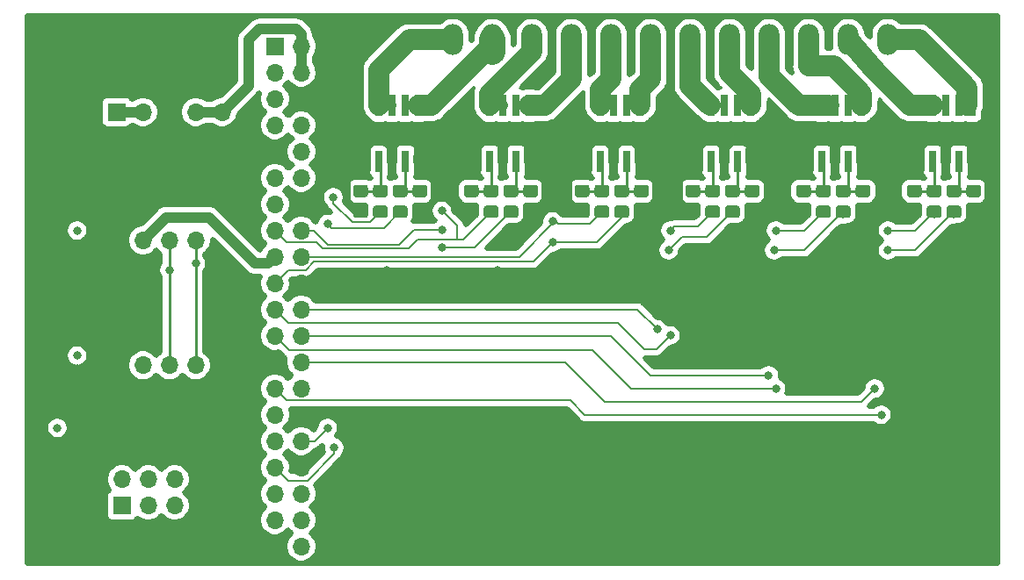
<source format=gbr>
%TF.GenerationSoftware,KiCad,Pcbnew,5.1.9+dfsg1-1*%
%TF.CreationDate,2021-02-28T18:52:37-05:00*%
%TF.ProjectId,incubator_pcb,696e6375-6261-4746-9f72-5f7063622e6b,rev?*%
%TF.SameCoordinates,Original*%
%TF.FileFunction,Copper,L4,Bot*%
%TF.FilePolarity,Positive*%
%FSLAX46Y46*%
G04 Gerber Fmt 4.6, Leading zero omitted, Abs format (unit mm)*
G04 Created by KiCad (PCBNEW 5.1.9+dfsg1-1) date 2021-02-28 18:52:37*
%MOMM*%
%LPD*%
G01*
G04 APERTURE LIST*
%TA.AperFunction,ComponentPad*%
%ADD10O,1.700000X1.700000*%
%TD*%
%TA.AperFunction,ComponentPad*%
%ADD11R,1.700000X1.700000*%
%TD*%
%TA.AperFunction,SMDPad,CuDef*%
%ADD12R,0.700000X2.150000*%
%TD*%
%TA.AperFunction,ComponentPad*%
%ADD13O,2.000000X3.000000*%
%TD*%
%TA.AperFunction,ViaPad*%
%ADD14C,0.800000*%
%TD*%
%TA.AperFunction,Conductor*%
%ADD15C,1.000000*%
%TD*%
%TA.AperFunction,Conductor*%
%ADD16C,0.250000*%
%TD*%
%TA.AperFunction,Conductor*%
%ADD17C,0.200000*%
%TD*%
%TA.AperFunction,Conductor*%
%ADD18C,2.000000*%
%TD*%
%TA.AperFunction,Conductor*%
%ADD19C,0.500000*%
%TD*%
%TA.AperFunction,Conductor*%
%ADD20C,2.500000*%
%TD*%
%TA.AperFunction,Conductor*%
%ADD21C,0.100000*%
%TD*%
%TA.AperFunction,Conductor*%
%ADD22C,0.254000*%
%TD*%
G04 APERTURE END LIST*
D10*
X20828000Y-118618000D03*
X20828000Y-121158000D03*
X18288000Y-118618000D03*
X18288000Y-121158000D03*
X15748000Y-118618000D03*
D11*
X15748000Y-121158000D03*
D12*
X40520000Y-82550000D03*
X41790000Y-82550000D03*
X43060000Y-82550000D03*
X44330000Y-82550000D03*
X40510000Y-87925000D03*
X41780000Y-87925000D03*
X44330000Y-87925000D03*
X43060000Y-87925000D03*
%TA.AperFunction,SMDPad,CuDef*%
G36*
G01*
X76003999Y-92205000D02*
X76904001Y-92205000D01*
G75*
G02*
X77154000Y-92454999I0J-249999D01*
G01*
X77154000Y-93155001D01*
G75*
G02*
X76904001Y-93405000I-249999J0D01*
G01*
X76003999Y-93405000D01*
G75*
G02*
X75754000Y-93155001I0J249999D01*
G01*
X75754000Y-92454999D01*
G75*
G02*
X76003999Y-92205000I249999J0D01*
G01*
G37*
%TD.AperFunction*%
%TA.AperFunction,SMDPad,CuDef*%
G36*
G01*
X76003999Y-90205000D02*
X76904001Y-90205000D01*
G75*
G02*
X77154000Y-90454999I0J-249999D01*
G01*
X77154000Y-91155001D01*
G75*
G02*
X76904001Y-91405000I-249999J0D01*
G01*
X76003999Y-91405000D01*
G75*
G02*
X75754000Y-91155001I0J249999D01*
G01*
X75754000Y-90454999D01*
G75*
G02*
X76003999Y-90205000I249999J0D01*
G01*
G37*
%TD.AperFunction*%
%TA.AperFunction,SMDPad,CuDef*%
G36*
G01*
X72193999Y-92205000D02*
X73094001Y-92205000D01*
G75*
G02*
X73344000Y-92454999I0J-249999D01*
G01*
X73344000Y-93155001D01*
G75*
G02*
X73094001Y-93405000I-249999J0D01*
G01*
X72193999Y-93405000D01*
G75*
G02*
X71944000Y-93155001I0J249999D01*
G01*
X71944000Y-92454999D01*
G75*
G02*
X72193999Y-92205000I249999J0D01*
G01*
G37*
%TD.AperFunction*%
%TA.AperFunction,SMDPad,CuDef*%
G36*
G01*
X72193999Y-90205000D02*
X73094001Y-90205000D01*
G75*
G02*
X73344000Y-90454999I0J-249999D01*
G01*
X73344000Y-91155001D01*
G75*
G02*
X73094001Y-91405000I-249999J0D01*
G01*
X72193999Y-91405000D01*
G75*
G02*
X71944000Y-91155001I0J249999D01*
G01*
X71944000Y-90454999D01*
G75*
G02*
X72193999Y-90205000I249999J0D01*
G01*
G37*
%TD.AperFunction*%
%TA.AperFunction,SMDPad,CuDef*%
G36*
G01*
X70288999Y-92205000D02*
X71189001Y-92205000D01*
G75*
G02*
X71439000Y-92454999I0J-249999D01*
G01*
X71439000Y-93155001D01*
G75*
G02*
X71189001Y-93405000I-249999J0D01*
G01*
X70288999Y-93405000D01*
G75*
G02*
X70039000Y-93155001I0J249999D01*
G01*
X70039000Y-92454999D01*
G75*
G02*
X70288999Y-92205000I249999J0D01*
G01*
G37*
%TD.AperFunction*%
%TA.AperFunction,SMDPad,CuDef*%
G36*
G01*
X70288999Y-90205000D02*
X71189001Y-90205000D01*
G75*
G02*
X71439000Y-90454999I0J-249999D01*
G01*
X71439000Y-91155001D01*
G75*
G02*
X71189001Y-91405000I-249999J0D01*
G01*
X70288999Y-91405000D01*
G75*
G02*
X70039000Y-91155001I0J249999D01*
G01*
X70039000Y-90454999D01*
G75*
G02*
X70288999Y-90205000I249999J0D01*
G01*
G37*
%TD.AperFunction*%
%TA.AperFunction,SMDPad,CuDef*%
G36*
G01*
X74098999Y-92205000D02*
X74999001Y-92205000D01*
G75*
G02*
X75249000Y-92454999I0J-249999D01*
G01*
X75249000Y-93155001D01*
G75*
G02*
X74999001Y-93405000I-249999J0D01*
G01*
X74098999Y-93405000D01*
G75*
G02*
X73849000Y-93155001I0J249999D01*
G01*
X73849000Y-92454999D01*
G75*
G02*
X74098999Y-92205000I249999J0D01*
G01*
G37*
%TD.AperFunction*%
%TA.AperFunction,SMDPad,CuDef*%
G36*
G01*
X74098999Y-90205000D02*
X74999001Y-90205000D01*
G75*
G02*
X75249000Y-90454999I0J-249999D01*
G01*
X75249000Y-91155001D01*
G75*
G02*
X74999001Y-91405000I-249999J0D01*
G01*
X74098999Y-91405000D01*
G75*
G02*
X73849000Y-91155001I0J249999D01*
G01*
X73849000Y-90454999D01*
G75*
G02*
X74098999Y-90205000I249999J0D01*
G01*
G37*
%TD.AperFunction*%
%TA.AperFunction,SMDPad,CuDef*%
G36*
G01*
X65335999Y-92205000D02*
X66236001Y-92205000D01*
G75*
G02*
X66486000Y-92454999I0J-249999D01*
G01*
X66486000Y-93155001D01*
G75*
G02*
X66236001Y-93405000I-249999J0D01*
G01*
X65335999Y-93405000D01*
G75*
G02*
X65086000Y-93155001I0J249999D01*
G01*
X65086000Y-92454999D01*
G75*
G02*
X65335999Y-92205000I249999J0D01*
G01*
G37*
%TD.AperFunction*%
%TA.AperFunction,SMDPad,CuDef*%
G36*
G01*
X65335999Y-90205000D02*
X66236001Y-90205000D01*
G75*
G02*
X66486000Y-90454999I0J-249999D01*
G01*
X66486000Y-91155001D01*
G75*
G02*
X66236001Y-91405000I-249999J0D01*
G01*
X65335999Y-91405000D01*
G75*
G02*
X65086000Y-91155001I0J249999D01*
G01*
X65086000Y-90454999D01*
G75*
G02*
X65335999Y-90205000I249999J0D01*
G01*
G37*
%TD.AperFunction*%
%TA.AperFunction,SMDPad,CuDef*%
G36*
G01*
X61525999Y-92205000D02*
X62426001Y-92205000D01*
G75*
G02*
X62676000Y-92454999I0J-249999D01*
G01*
X62676000Y-93155001D01*
G75*
G02*
X62426001Y-93405000I-249999J0D01*
G01*
X61525999Y-93405000D01*
G75*
G02*
X61276000Y-93155001I0J249999D01*
G01*
X61276000Y-92454999D01*
G75*
G02*
X61525999Y-92205000I249999J0D01*
G01*
G37*
%TD.AperFunction*%
%TA.AperFunction,SMDPad,CuDef*%
G36*
G01*
X61525999Y-90205000D02*
X62426001Y-90205000D01*
G75*
G02*
X62676000Y-90454999I0J-249999D01*
G01*
X62676000Y-91155001D01*
G75*
G02*
X62426001Y-91405000I-249999J0D01*
G01*
X61525999Y-91405000D01*
G75*
G02*
X61276000Y-91155001I0J249999D01*
G01*
X61276000Y-90454999D01*
G75*
G02*
X61525999Y-90205000I249999J0D01*
G01*
G37*
%TD.AperFunction*%
%TA.AperFunction,SMDPad,CuDef*%
G36*
G01*
X59620999Y-92205000D02*
X60521001Y-92205000D01*
G75*
G02*
X60771000Y-92454999I0J-249999D01*
G01*
X60771000Y-93155001D01*
G75*
G02*
X60521001Y-93405000I-249999J0D01*
G01*
X59620999Y-93405000D01*
G75*
G02*
X59371000Y-93155001I0J249999D01*
G01*
X59371000Y-92454999D01*
G75*
G02*
X59620999Y-92205000I249999J0D01*
G01*
G37*
%TD.AperFunction*%
%TA.AperFunction,SMDPad,CuDef*%
G36*
G01*
X59620999Y-90205000D02*
X60521001Y-90205000D01*
G75*
G02*
X60771000Y-90454999I0J-249999D01*
G01*
X60771000Y-91155001D01*
G75*
G02*
X60521001Y-91405000I-249999J0D01*
G01*
X59620999Y-91405000D01*
G75*
G02*
X59371000Y-91155001I0J249999D01*
G01*
X59371000Y-90454999D01*
G75*
G02*
X59620999Y-90205000I249999J0D01*
G01*
G37*
%TD.AperFunction*%
%TA.AperFunction,SMDPad,CuDef*%
G36*
G01*
X63430999Y-92205000D02*
X64331001Y-92205000D01*
G75*
G02*
X64581000Y-92454999I0J-249999D01*
G01*
X64581000Y-93155001D01*
G75*
G02*
X64331001Y-93405000I-249999J0D01*
G01*
X63430999Y-93405000D01*
G75*
G02*
X63181000Y-93155001I0J249999D01*
G01*
X63181000Y-92454999D01*
G75*
G02*
X63430999Y-92205000I249999J0D01*
G01*
G37*
%TD.AperFunction*%
%TA.AperFunction,SMDPad,CuDef*%
G36*
G01*
X63430999Y-90205000D02*
X64331001Y-90205000D01*
G75*
G02*
X64581000Y-90454999I0J-249999D01*
G01*
X64581000Y-91155001D01*
G75*
G02*
X64331001Y-91405000I-249999J0D01*
G01*
X63430999Y-91405000D01*
G75*
G02*
X63181000Y-91155001I0J249999D01*
G01*
X63181000Y-90454999D01*
G75*
G02*
X63430999Y-90205000I249999J0D01*
G01*
G37*
%TD.AperFunction*%
%TA.AperFunction,SMDPad,CuDef*%
G36*
G01*
X97339999Y-92205000D02*
X98240001Y-92205000D01*
G75*
G02*
X98490000Y-92454999I0J-249999D01*
G01*
X98490000Y-93155001D01*
G75*
G02*
X98240001Y-93405000I-249999J0D01*
G01*
X97339999Y-93405000D01*
G75*
G02*
X97090000Y-93155001I0J249999D01*
G01*
X97090000Y-92454999D01*
G75*
G02*
X97339999Y-92205000I249999J0D01*
G01*
G37*
%TD.AperFunction*%
%TA.AperFunction,SMDPad,CuDef*%
G36*
G01*
X97339999Y-90205000D02*
X98240001Y-90205000D01*
G75*
G02*
X98490000Y-90454999I0J-249999D01*
G01*
X98490000Y-91155001D01*
G75*
G02*
X98240001Y-91405000I-249999J0D01*
G01*
X97339999Y-91405000D01*
G75*
G02*
X97090000Y-91155001I0J249999D01*
G01*
X97090000Y-90454999D01*
G75*
G02*
X97339999Y-90205000I249999J0D01*
G01*
G37*
%TD.AperFunction*%
%TA.AperFunction,SMDPad,CuDef*%
G36*
G01*
X93529999Y-92205000D02*
X94430001Y-92205000D01*
G75*
G02*
X94680000Y-92454999I0J-249999D01*
G01*
X94680000Y-93155001D01*
G75*
G02*
X94430001Y-93405000I-249999J0D01*
G01*
X93529999Y-93405000D01*
G75*
G02*
X93280000Y-93155001I0J249999D01*
G01*
X93280000Y-92454999D01*
G75*
G02*
X93529999Y-92205000I249999J0D01*
G01*
G37*
%TD.AperFunction*%
%TA.AperFunction,SMDPad,CuDef*%
G36*
G01*
X93529999Y-90205000D02*
X94430001Y-90205000D01*
G75*
G02*
X94680000Y-90454999I0J-249999D01*
G01*
X94680000Y-91155001D01*
G75*
G02*
X94430001Y-91405000I-249999J0D01*
G01*
X93529999Y-91405000D01*
G75*
G02*
X93280000Y-91155001I0J249999D01*
G01*
X93280000Y-90454999D01*
G75*
G02*
X93529999Y-90205000I249999J0D01*
G01*
G37*
%TD.AperFunction*%
%TA.AperFunction,SMDPad,CuDef*%
G36*
G01*
X91624999Y-92205000D02*
X92525001Y-92205000D01*
G75*
G02*
X92775000Y-92454999I0J-249999D01*
G01*
X92775000Y-93155001D01*
G75*
G02*
X92525001Y-93405000I-249999J0D01*
G01*
X91624999Y-93405000D01*
G75*
G02*
X91375000Y-93155001I0J249999D01*
G01*
X91375000Y-92454999D01*
G75*
G02*
X91624999Y-92205000I249999J0D01*
G01*
G37*
%TD.AperFunction*%
%TA.AperFunction,SMDPad,CuDef*%
G36*
G01*
X91624999Y-90205000D02*
X92525001Y-90205000D01*
G75*
G02*
X92775000Y-90454999I0J-249999D01*
G01*
X92775000Y-91155001D01*
G75*
G02*
X92525001Y-91405000I-249999J0D01*
G01*
X91624999Y-91405000D01*
G75*
G02*
X91375000Y-91155001I0J249999D01*
G01*
X91375000Y-90454999D01*
G75*
G02*
X91624999Y-90205000I249999J0D01*
G01*
G37*
%TD.AperFunction*%
%TA.AperFunction,SMDPad,CuDef*%
G36*
G01*
X95434999Y-92205000D02*
X96335001Y-92205000D01*
G75*
G02*
X96585000Y-92454999I0J-249999D01*
G01*
X96585000Y-93155001D01*
G75*
G02*
X96335001Y-93405000I-249999J0D01*
G01*
X95434999Y-93405000D01*
G75*
G02*
X95185000Y-93155001I0J249999D01*
G01*
X95185000Y-92454999D01*
G75*
G02*
X95434999Y-92205000I249999J0D01*
G01*
G37*
%TD.AperFunction*%
%TA.AperFunction,SMDPad,CuDef*%
G36*
G01*
X95434999Y-90205000D02*
X96335001Y-90205000D01*
G75*
G02*
X96585000Y-90454999I0J-249999D01*
G01*
X96585000Y-91155001D01*
G75*
G02*
X96335001Y-91405000I-249999J0D01*
G01*
X95434999Y-91405000D01*
G75*
G02*
X95185000Y-91155001I0J249999D01*
G01*
X95185000Y-90454999D01*
G75*
G02*
X95434999Y-90205000I249999J0D01*
G01*
G37*
%TD.AperFunction*%
%TA.AperFunction,SMDPad,CuDef*%
G36*
G01*
X86671999Y-92205000D02*
X87572001Y-92205000D01*
G75*
G02*
X87822000Y-92454999I0J-249999D01*
G01*
X87822000Y-93155001D01*
G75*
G02*
X87572001Y-93405000I-249999J0D01*
G01*
X86671999Y-93405000D01*
G75*
G02*
X86422000Y-93155001I0J249999D01*
G01*
X86422000Y-92454999D01*
G75*
G02*
X86671999Y-92205000I249999J0D01*
G01*
G37*
%TD.AperFunction*%
%TA.AperFunction,SMDPad,CuDef*%
G36*
G01*
X86671999Y-90205000D02*
X87572001Y-90205000D01*
G75*
G02*
X87822000Y-90454999I0J-249999D01*
G01*
X87822000Y-91155001D01*
G75*
G02*
X87572001Y-91405000I-249999J0D01*
G01*
X86671999Y-91405000D01*
G75*
G02*
X86422000Y-91155001I0J249999D01*
G01*
X86422000Y-90454999D01*
G75*
G02*
X86671999Y-90205000I249999J0D01*
G01*
G37*
%TD.AperFunction*%
%TA.AperFunction,SMDPad,CuDef*%
G36*
G01*
X82861999Y-92205000D02*
X83762001Y-92205000D01*
G75*
G02*
X84012000Y-92454999I0J-249999D01*
G01*
X84012000Y-93155001D01*
G75*
G02*
X83762001Y-93405000I-249999J0D01*
G01*
X82861999Y-93405000D01*
G75*
G02*
X82612000Y-93155001I0J249999D01*
G01*
X82612000Y-92454999D01*
G75*
G02*
X82861999Y-92205000I249999J0D01*
G01*
G37*
%TD.AperFunction*%
%TA.AperFunction,SMDPad,CuDef*%
G36*
G01*
X82861999Y-90205000D02*
X83762001Y-90205000D01*
G75*
G02*
X84012000Y-90454999I0J-249999D01*
G01*
X84012000Y-91155001D01*
G75*
G02*
X83762001Y-91405000I-249999J0D01*
G01*
X82861999Y-91405000D01*
G75*
G02*
X82612000Y-91155001I0J249999D01*
G01*
X82612000Y-90454999D01*
G75*
G02*
X82861999Y-90205000I249999J0D01*
G01*
G37*
%TD.AperFunction*%
%TA.AperFunction,SMDPad,CuDef*%
G36*
G01*
X80956999Y-92205000D02*
X81857001Y-92205000D01*
G75*
G02*
X82107000Y-92454999I0J-249999D01*
G01*
X82107000Y-93155001D01*
G75*
G02*
X81857001Y-93405000I-249999J0D01*
G01*
X80956999Y-93405000D01*
G75*
G02*
X80707000Y-93155001I0J249999D01*
G01*
X80707000Y-92454999D01*
G75*
G02*
X80956999Y-92205000I249999J0D01*
G01*
G37*
%TD.AperFunction*%
%TA.AperFunction,SMDPad,CuDef*%
G36*
G01*
X80956999Y-90205000D02*
X81857001Y-90205000D01*
G75*
G02*
X82107000Y-90454999I0J-249999D01*
G01*
X82107000Y-91155001D01*
G75*
G02*
X81857001Y-91405000I-249999J0D01*
G01*
X80956999Y-91405000D01*
G75*
G02*
X80707000Y-91155001I0J249999D01*
G01*
X80707000Y-90454999D01*
G75*
G02*
X80956999Y-90205000I249999J0D01*
G01*
G37*
%TD.AperFunction*%
%TA.AperFunction,SMDPad,CuDef*%
G36*
G01*
X84766999Y-92205000D02*
X85667001Y-92205000D01*
G75*
G02*
X85917000Y-92454999I0J-249999D01*
G01*
X85917000Y-93155001D01*
G75*
G02*
X85667001Y-93405000I-249999J0D01*
G01*
X84766999Y-93405000D01*
G75*
G02*
X84517000Y-93155001I0J249999D01*
G01*
X84517000Y-92454999D01*
G75*
G02*
X84766999Y-92205000I249999J0D01*
G01*
G37*
%TD.AperFunction*%
%TA.AperFunction,SMDPad,CuDef*%
G36*
G01*
X84766999Y-90205000D02*
X85667001Y-90205000D01*
G75*
G02*
X85917000Y-90454999I0J-249999D01*
G01*
X85917000Y-91155001D01*
G75*
G02*
X85667001Y-91405000I-249999J0D01*
G01*
X84766999Y-91405000D01*
G75*
G02*
X84517000Y-91155001I0J249999D01*
G01*
X84517000Y-90454999D01*
G75*
G02*
X84766999Y-90205000I249999J0D01*
G01*
G37*
%TD.AperFunction*%
%TA.AperFunction,SMDPad,CuDef*%
G36*
G01*
X54667999Y-92205000D02*
X55568001Y-92205000D01*
G75*
G02*
X55818000Y-92454999I0J-249999D01*
G01*
X55818000Y-93155001D01*
G75*
G02*
X55568001Y-93405000I-249999J0D01*
G01*
X54667999Y-93405000D01*
G75*
G02*
X54418000Y-93155001I0J249999D01*
G01*
X54418000Y-92454999D01*
G75*
G02*
X54667999Y-92205000I249999J0D01*
G01*
G37*
%TD.AperFunction*%
%TA.AperFunction,SMDPad,CuDef*%
G36*
G01*
X54667999Y-90205000D02*
X55568001Y-90205000D01*
G75*
G02*
X55818000Y-90454999I0J-249999D01*
G01*
X55818000Y-91155001D01*
G75*
G02*
X55568001Y-91405000I-249999J0D01*
G01*
X54667999Y-91405000D01*
G75*
G02*
X54418000Y-91155001I0J249999D01*
G01*
X54418000Y-90454999D01*
G75*
G02*
X54667999Y-90205000I249999J0D01*
G01*
G37*
%TD.AperFunction*%
%TA.AperFunction,SMDPad,CuDef*%
G36*
G01*
X50857999Y-92205000D02*
X51758001Y-92205000D01*
G75*
G02*
X52008000Y-92454999I0J-249999D01*
G01*
X52008000Y-93155001D01*
G75*
G02*
X51758001Y-93405000I-249999J0D01*
G01*
X50857999Y-93405000D01*
G75*
G02*
X50608000Y-93155001I0J249999D01*
G01*
X50608000Y-92454999D01*
G75*
G02*
X50857999Y-92205000I249999J0D01*
G01*
G37*
%TD.AperFunction*%
%TA.AperFunction,SMDPad,CuDef*%
G36*
G01*
X50857999Y-90205000D02*
X51758001Y-90205000D01*
G75*
G02*
X52008000Y-90454999I0J-249999D01*
G01*
X52008000Y-91155001D01*
G75*
G02*
X51758001Y-91405000I-249999J0D01*
G01*
X50857999Y-91405000D01*
G75*
G02*
X50608000Y-91155001I0J249999D01*
G01*
X50608000Y-90454999D01*
G75*
G02*
X50857999Y-90205000I249999J0D01*
G01*
G37*
%TD.AperFunction*%
%TA.AperFunction,SMDPad,CuDef*%
G36*
G01*
X48952999Y-92205000D02*
X49853001Y-92205000D01*
G75*
G02*
X50103000Y-92454999I0J-249999D01*
G01*
X50103000Y-93155001D01*
G75*
G02*
X49853001Y-93405000I-249999J0D01*
G01*
X48952999Y-93405000D01*
G75*
G02*
X48703000Y-93155001I0J249999D01*
G01*
X48703000Y-92454999D01*
G75*
G02*
X48952999Y-92205000I249999J0D01*
G01*
G37*
%TD.AperFunction*%
%TA.AperFunction,SMDPad,CuDef*%
G36*
G01*
X48952999Y-90205000D02*
X49853001Y-90205000D01*
G75*
G02*
X50103000Y-90454999I0J-249999D01*
G01*
X50103000Y-91155001D01*
G75*
G02*
X49853001Y-91405000I-249999J0D01*
G01*
X48952999Y-91405000D01*
G75*
G02*
X48703000Y-91155001I0J249999D01*
G01*
X48703000Y-90454999D01*
G75*
G02*
X48952999Y-90205000I249999J0D01*
G01*
G37*
%TD.AperFunction*%
%TA.AperFunction,SMDPad,CuDef*%
G36*
G01*
X52762999Y-92205000D02*
X53663001Y-92205000D01*
G75*
G02*
X53913000Y-92454999I0J-249999D01*
G01*
X53913000Y-93155001D01*
G75*
G02*
X53663001Y-93405000I-249999J0D01*
G01*
X52762999Y-93405000D01*
G75*
G02*
X52513000Y-93155001I0J249999D01*
G01*
X52513000Y-92454999D01*
G75*
G02*
X52762999Y-92205000I249999J0D01*
G01*
G37*
%TD.AperFunction*%
%TA.AperFunction,SMDPad,CuDef*%
G36*
G01*
X52762999Y-90205000D02*
X53663001Y-90205000D01*
G75*
G02*
X53913000Y-90454999I0J-249999D01*
G01*
X53913000Y-91155001D01*
G75*
G02*
X53663001Y-91405000I-249999J0D01*
G01*
X52762999Y-91405000D01*
G75*
G02*
X52513000Y-91155001I0J249999D01*
G01*
X52513000Y-90454999D01*
G75*
G02*
X52762999Y-90205000I249999J0D01*
G01*
G37*
%TD.AperFunction*%
%TA.AperFunction,SMDPad,CuDef*%
G36*
G01*
X43999999Y-92205000D02*
X44900001Y-92205000D01*
G75*
G02*
X45150000Y-92454999I0J-249999D01*
G01*
X45150000Y-93155001D01*
G75*
G02*
X44900001Y-93405000I-249999J0D01*
G01*
X43999999Y-93405000D01*
G75*
G02*
X43750000Y-93155001I0J249999D01*
G01*
X43750000Y-92454999D01*
G75*
G02*
X43999999Y-92205000I249999J0D01*
G01*
G37*
%TD.AperFunction*%
%TA.AperFunction,SMDPad,CuDef*%
G36*
G01*
X43999999Y-90205000D02*
X44900001Y-90205000D01*
G75*
G02*
X45150000Y-90454999I0J-249999D01*
G01*
X45150000Y-91155001D01*
G75*
G02*
X44900001Y-91405000I-249999J0D01*
G01*
X43999999Y-91405000D01*
G75*
G02*
X43750000Y-91155001I0J249999D01*
G01*
X43750000Y-90454999D01*
G75*
G02*
X43999999Y-90205000I249999J0D01*
G01*
G37*
%TD.AperFunction*%
%TA.AperFunction,SMDPad,CuDef*%
G36*
G01*
X40189999Y-92205000D02*
X41090001Y-92205000D01*
G75*
G02*
X41340000Y-92454999I0J-249999D01*
G01*
X41340000Y-93155001D01*
G75*
G02*
X41090001Y-93405000I-249999J0D01*
G01*
X40189999Y-93405000D01*
G75*
G02*
X39940000Y-93155001I0J249999D01*
G01*
X39940000Y-92454999D01*
G75*
G02*
X40189999Y-92205000I249999J0D01*
G01*
G37*
%TD.AperFunction*%
%TA.AperFunction,SMDPad,CuDef*%
G36*
G01*
X40189999Y-90205000D02*
X41090001Y-90205000D01*
G75*
G02*
X41340000Y-90454999I0J-249999D01*
G01*
X41340000Y-91155001D01*
G75*
G02*
X41090001Y-91405000I-249999J0D01*
G01*
X40189999Y-91405000D01*
G75*
G02*
X39940000Y-91155001I0J249999D01*
G01*
X39940000Y-90454999D01*
G75*
G02*
X40189999Y-90205000I249999J0D01*
G01*
G37*
%TD.AperFunction*%
%TA.AperFunction,SMDPad,CuDef*%
G36*
G01*
X38284999Y-92205000D02*
X39185001Y-92205000D01*
G75*
G02*
X39435000Y-92454999I0J-249999D01*
G01*
X39435000Y-93155001D01*
G75*
G02*
X39185001Y-93405000I-249999J0D01*
G01*
X38284999Y-93405000D01*
G75*
G02*
X38035000Y-93155001I0J249999D01*
G01*
X38035000Y-92454999D01*
G75*
G02*
X38284999Y-92205000I249999J0D01*
G01*
G37*
%TD.AperFunction*%
%TA.AperFunction,SMDPad,CuDef*%
G36*
G01*
X38284999Y-90205000D02*
X39185001Y-90205000D01*
G75*
G02*
X39435000Y-90454999I0J-249999D01*
G01*
X39435000Y-91155001D01*
G75*
G02*
X39185001Y-91405000I-249999J0D01*
G01*
X38284999Y-91405000D01*
G75*
G02*
X38035000Y-91155001I0J249999D01*
G01*
X38035000Y-90454999D01*
G75*
G02*
X38284999Y-90205000I249999J0D01*
G01*
G37*
%TD.AperFunction*%
%TA.AperFunction,SMDPad,CuDef*%
G36*
G01*
X42094999Y-92205000D02*
X42995001Y-92205000D01*
G75*
G02*
X43245000Y-92454999I0J-249999D01*
G01*
X43245000Y-93155001D01*
G75*
G02*
X42995001Y-93405000I-249999J0D01*
G01*
X42094999Y-93405000D01*
G75*
G02*
X41845000Y-93155001I0J249999D01*
G01*
X41845000Y-92454999D01*
G75*
G02*
X42094999Y-92205000I249999J0D01*
G01*
G37*
%TD.AperFunction*%
%TA.AperFunction,SMDPad,CuDef*%
G36*
G01*
X42094999Y-90205000D02*
X42995001Y-90205000D01*
G75*
G02*
X43245000Y-90454999I0J-249999D01*
G01*
X43245000Y-91155001D01*
G75*
G02*
X42995001Y-91405000I-249999J0D01*
G01*
X42094999Y-91405000D01*
G75*
G02*
X41845000Y-91155001I0J249999D01*
G01*
X41845000Y-90454999D01*
G75*
G02*
X42094999Y-90205000I249999J0D01*
G01*
G37*
%TD.AperFunction*%
D10*
X22860000Y-107619999D03*
X20320000Y-107619999D03*
X17780000Y-107619999D03*
D11*
X15240000Y-107619999D03*
D10*
X22860000Y-95554999D03*
X20320000Y-95554999D03*
X17780000Y-95554999D03*
D11*
X15240000Y-95554999D03*
D10*
X33020000Y-125095000D03*
X30480000Y-125095000D03*
X33020000Y-122555000D03*
X30480000Y-122555000D03*
X33020000Y-120015000D03*
X30480000Y-120015000D03*
X33020000Y-117475000D03*
X30480000Y-117475000D03*
X33020000Y-114935000D03*
X30480000Y-114935000D03*
X33020000Y-112395000D03*
X30480000Y-112395000D03*
X33020000Y-109855000D03*
X30480000Y-109855000D03*
X33020000Y-107315000D03*
X30480000Y-107315000D03*
X33020000Y-104775000D03*
X30480000Y-104775000D03*
X33020000Y-102235000D03*
X30480000Y-102235000D03*
X33020000Y-99695000D03*
X30480000Y-99695000D03*
X33020000Y-97155000D03*
X30480000Y-97155000D03*
X33020000Y-94615000D03*
X30480000Y-94615000D03*
X33020000Y-92075000D03*
X30480000Y-92075000D03*
X33020000Y-89535000D03*
X30480000Y-89535000D03*
X33020000Y-86995000D03*
X30480000Y-86995000D03*
X33020000Y-84455000D03*
X30480000Y-84455000D03*
X33020000Y-81915000D03*
X30480000Y-81915000D03*
X33020000Y-79375000D03*
X30480000Y-79375000D03*
X33020000Y-76835000D03*
D11*
X30480000Y-76835000D03*
D13*
X18288000Y-76200000D03*
X14478000Y-76200000D03*
X10668000Y-76200000D03*
X25908000Y-76200000D03*
X22098000Y-76200000D03*
D10*
X25400000Y-83185000D03*
X22860000Y-83185000D03*
X20320000Y-83185000D03*
X17780000Y-83185000D03*
D11*
X15240000Y-83185000D03*
D13*
X89535000Y-76200000D03*
X85725000Y-76200000D03*
X81915000Y-76200000D03*
X78105000Y-76200000D03*
X74295000Y-76200000D03*
X70485000Y-76200000D03*
X66675000Y-76200000D03*
X62865000Y-76200000D03*
X59055000Y-76200000D03*
X55245000Y-76200000D03*
X51435000Y-76200000D03*
X47625000Y-76200000D03*
D12*
X72524000Y-82550000D03*
X73794000Y-82550000D03*
X75064000Y-82550000D03*
X76334000Y-82550000D03*
X72514000Y-87925000D03*
X73784000Y-87925000D03*
X76334000Y-87925000D03*
X75064000Y-87925000D03*
X61856000Y-82550000D03*
X63126000Y-82550000D03*
X64396000Y-82550000D03*
X65666000Y-82550000D03*
X61846000Y-87925000D03*
X63116000Y-87925000D03*
X65666000Y-87925000D03*
X64396000Y-87925000D03*
X93860000Y-82550000D03*
X95130000Y-82550000D03*
X96400000Y-82550000D03*
X97670000Y-82550000D03*
X93850000Y-87925000D03*
X95120000Y-87925000D03*
X97670000Y-87925000D03*
X96400000Y-87925000D03*
X83192000Y-82550000D03*
X84462000Y-82550000D03*
X85732000Y-82550000D03*
X87002000Y-82550000D03*
X83182000Y-87925000D03*
X84452000Y-87925000D03*
X87002000Y-87925000D03*
X85732000Y-87925000D03*
X51188000Y-82550000D03*
X52458000Y-82550000D03*
X53728000Y-82550000D03*
X54998000Y-82550000D03*
X51178000Y-87925000D03*
X52448000Y-87925000D03*
X54998000Y-87925000D03*
X53728000Y-87925000D03*
D14*
X11430000Y-94615000D03*
X11430000Y-106680000D03*
X9525000Y-113665000D03*
X20320000Y-98425000D03*
X22860000Y-97789996D03*
X42545000Y-99695000D03*
X42545000Y-100965000D03*
X41275000Y-100965000D03*
X41275000Y-120015000D03*
X41275000Y-118745000D03*
X11430000Y-95885000D03*
X11430000Y-107950000D03*
X8890000Y-120650000D03*
X42545000Y-118745000D03*
X42545000Y-120015000D03*
X41275000Y-117475000D03*
X42545000Y-117475000D03*
X53213000Y-99695000D03*
X53213000Y-100965000D03*
X51943000Y-100965000D03*
X51943000Y-99695000D03*
X51943000Y-120015000D03*
X51943000Y-118745000D03*
X53213000Y-118745000D03*
X53213000Y-120015000D03*
X51943000Y-117475000D03*
X53213000Y-117475000D03*
X51943000Y-98425000D03*
X85217000Y-99695000D03*
X85217000Y-100965000D03*
X83947000Y-100965000D03*
X83947000Y-99695000D03*
X83947000Y-120015000D03*
X83947000Y-118745000D03*
X85217000Y-118745000D03*
X85217000Y-120015000D03*
X83947000Y-117475000D03*
X85217000Y-117475000D03*
X83947000Y-98425000D03*
X95885000Y-99695000D03*
X95885000Y-100965000D03*
X94615000Y-100965000D03*
X94615000Y-99695000D03*
X94615000Y-120015000D03*
X94615000Y-118745000D03*
X95885000Y-118745000D03*
X95885000Y-120015000D03*
X94615000Y-117475000D03*
X95885000Y-117475000D03*
X94615000Y-98425000D03*
X63881000Y-99695000D03*
X63881000Y-100965000D03*
X62611000Y-100965000D03*
X62611000Y-120015000D03*
X62611000Y-118745000D03*
X63881000Y-118745000D03*
X63881000Y-120015000D03*
X62611000Y-117475000D03*
X63881000Y-117475000D03*
X74549000Y-99695000D03*
X74549000Y-100965000D03*
X73279000Y-100965000D03*
X73279000Y-99695000D03*
X73279000Y-120015000D03*
X73279000Y-118745000D03*
X74549000Y-118745000D03*
X74549000Y-120015000D03*
X73279000Y-117475000D03*
X74549000Y-117475000D03*
X73279000Y-98425000D03*
X41275000Y-99695000D03*
X41275000Y-98425000D03*
X62776010Y-98416462D03*
X62776010Y-99661923D03*
X35560000Y-93980002D03*
X36195000Y-115570002D03*
X35560000Y-113665000D03*
X36121373Y-91406640D03*
X46571391Y-94587525D03*
X46551397Y-96266000D03*
X46571391Y-92710000D03*
X78740000Y-94615000D03*
X78740000Y-109855000D03*
X78555397Y-96520000D03*
X78039990Y-108585000D03*
X89535000Y-96520000D03*
X88900002Y-112395000D03*
X89535000Y-94615000D03*
X88264996Y-109855000D03*
X67310000Y-104140000D03*
X68395378Y-96520000D03*
X68580000Y-94615000D03*
X68559656Y-104738718D03*
X57219391Y-95758000D03*
X57239395Y-93726000D03*
D15*
X15240000Y-83185000D02*
X17780000Y-83185000D01*
X28575000Y-97790000D02*
X29845000Y-97790000D01*
X24130000Y-93345000D02*
X28575000Y-97790000D01*
X29845000Y-97790000D02*
X30480000Y-97155000D01*
X19989999Y-93345000D02*
X24130000Y-93345000D01*
X17780000Y-95554999D02*
X19989999Y-93345000D01*
D16*
X20320000Y-95554999D02*
X20320000Y-107619999D01*
X20320000Y-95554999D02*
X20320000Y-98425000D01*
X22860000Y-95554999D02*
X22860000Y-107619999D01*
X22860000Y-95554999D02*
X22860000Y-97789996D01*
D15*
X15240000Y-107619999D02*
X15240000Y-95554999D01*
X10668000Y-76200000D02*
X14478000Y-76200000D01*
X14478000Y-76200000D02*
X18288000Y-76200000D01*
X18288000Y-76200000D02*
X22098000Y-76200000D01*
X22098000Y-76200000D02*
X25908000Y-76200000D01*
X10668000Y-76200000D02*
X10668000Y-88138000D01*
X15240000Y-92710000D02*
X15240000Y-95554999D01*
X10668000Y-88138000D02*
X15240000Y-92710000D01*
X22098000Y-76200000D02*
X22098000Y-78232000D01*
X20320000Y-80010000D02*
X20320000Y-83185000D01*
X22098000Y-78232000D02*
X20320000Y-80010000D01*
X33020000Y-81915000D02*
X37654999Y-86549999D01*
X41780000Y-86609998D02*
X41720001Y-86549999D01*
X41780000Y-87925000D02*
X41780000Y-86609998D01*
X63116000Y-86611000D02*
X63054999Y-86549999D01*
X63116000Y-87925000D02*
X63116000Y-86611000D01*
X65666000Y-86621000D02*
X65594999Y-86549999D01*
X65666000Y-87925000D02*
X65666000Y-86621000D01*
X54998000Y-87925000D02*
X54998000Y-86748000D01*
X52448000Y-87925000D02*
X52448000Y-86738000D01*
X87002000Y-87925000D02*
X87002000Y-86988000D01*
X73784000Y-86615998D02*
X73849999Y-86549999D01*
X73784000Y-87925000D02*
X73784000Y-86615998D01*
X76334000Y-86861000D02*
X76645001Y-86549999D01*
X76334000Y-87925000D02*
X76334000Y-86861000D01*
D16*
X45575010Y-86850010D02*
X45274999Y-86549999D01*
X45575010Y-91679990D02*
X45575010Y-86850010D01*
X44450000Y-92805000D02*
X45575010Y-91679990D01*
X37609990Y-86595008D02*
X37654999Y-86549999D01*
X37609990Y-91679990D02*
X37609990Y-86595008D01*
X38735000Y-92805000D02*
X37609990Y-91679990D01*
X56243010Y-86631990D02*
X56325001Y-86549999D01*
X56243010Y-91679990D02*
X56243010Y-86631990D01*
X55118000Y-92805000D02*
X56243010Y-91679990D01*
X66911010Y-91679990D02*
X66911010Y-87231010D01*
X66911010Y-87231010D02*
X66229999Y-86549999D01*
X65786000Y-92805000D02*
X66911010Y-91679990D01*
D15*
X65594999Y-86549999D02*
X66229999Y-86549999D01*
D16*
X58945990Y-91679990D02*
X58945990Y-87104010D01*
X58945990Y-87104010D02*
X59500001Y-86549999D01*
X60071000Y-92805000D02*
X58945990Y-91679990D01*
X69613990Y-86976008D02*
X70039999Y-86549999D01*
X69613990Y-91679990D02*
X69613990Y-86976008D01*
X70739000Y-92805000D02*
X69613990Y-91679990D01*
D17*
X47435001Y-90837001D02*
X47435001Y-86549999D01*
X49403000Y-92805000D02*
X47435001Y-90837001D01*
X77659999Y-91599001D02*
X77659999Y-86549999D01*
X76454000Y-92805000D02*
X77659999Y-91599001D01*
D15*
X76645001Y-86549999D02*
X77659999Y-86549999D01*
X77659999Y-86549999D02*
X79820001Y-86549999D01*
D17*
X80010000Y-86739998D02*
X79820001Y-86549999D01*
X80010000Y-91408000D02*
X80010000Y-86739998D01*
X81407000Y-92805000D02*
X80010000Y-91408000D01*
D16*
X90170000Y-87374998D02*
X90994999Y-86549999D01*
X90170000Y-90900000D02*
X90170000Y-87374998D01*
X92075000Y-92805000D02*
X90170000Y-90900000D01*
X87122000Y-92805000D02*
X88900000Y-91027000D01*
X98599999Y-86829998D02*
X97670000Y-86829998D01*
X98915010Y-87145009D02*
X98599999Y-86829998D01*
X98915010Y-91679990D02*
X98915010Y-87145009D01*
X97790000Y-92805000D02*
X98915010Y-91679990D01*
D15*
X41022002Y-85852000D02*
X41720001Y-86549999D01*
X38352998Y-85852000D02*
X41022002Y-85852000D01*
X37654999Y-86549999D02*
X38352998Y-85852000D01*
X45274999Y-86549999D02*
X47435001Y-86549999D01*
X44330000Y-87494998D02*
X45274999Y-86549999D01*
X44330000Y-87925000D02*
X44330000Y-87494998D01*
X46737002Y-85852000D02*
X47435001Y-86549999D01*
X41022002Y-85852000D02*
X46737002Y-85852000D01*
X58802002Y-85852000D02*
X59500001Y-86549999D01*
X57023000Y-85852000D02*
X58802002Y-85852000D01*
X56325001Y-86549999D02*
X57023000Y-85852000D01*
X62103000Y-85598000D02*
X63054999Y-86549999D01*
X60452000Y-85598000D02*
X62103000Y-85598000D01*
X59500001Y-86549999D02*
X60452000Y-85598000D01*
X64643000Y-85598000D02*
X65594999Y-86549999D01*
X64006998Y-85598000D02*
X64643000Y-85598000D01*
X63054999Y-86549999D02*
X64006998Y-85598000D01*
X73152000Y-85852000D02*
X73849999Y-86549999D01*
X70737998Y-85852000D02*
X73152000Y-85852000D01*
X70039999Y-86549999D02*
X70737998Y-85852000D01*
X74547998Y-85852000D02*
X75947002Y-85852000D01*
X75947002Y-85852000D02*
X76645001Y-86549999D01*
X73849999Y-86549999D02*
X74547998Y-85852000D01*
X79820001Y-86549999D02*
X80582001Y-86549999D01*
X80582001Y-86549999D02*
X81788000Y-85344000D01*
X97670000Y-85850000D02*
X97670000Y-87925000D01*
X97164000Y-85344000D02*
X97670000Y-85850000D01*
X95120000Y-85468000D02*
X94996000Y-85344000D01*
X95120000Y-87925000D02*
X95120000Y-85468000D01*
X94996000Y-85344000D02*
X97164000Y-85344000D01*
X87002000Y-85478000D02*
X86868000Y-85344000D01*
X87002000Y-87925000D02*
X87002000Y-85478000D01*
X84452000Y-85728000D02*
X84836000Y-85344000D01*
X84452000Y-87925000D02*
X84452000Y-85728000D01*
X84836000Y-85344000D02*
X86868000Y-85344000D01*
X81788000Y-85344000D02*
X84836000Y-85344000D01*
X68644001Y-85598000D02*
X69596000Y-86549999D01*
X67181998Y-85598000D02*
X68644001Y-85598000D01*
X66229999Y-86549999D02*
X67181998Y-85598000D01*
D16*
X88900000Y-85598000D02*
X88646000Y-85344000D01*
X88900000Y-87122000D02*
X88900000Y-85598000D01*
D15*
X86868000Y-85344000D02*
X88646000Y-85344000D01*
D16*
X88900000Y-91027000D02*
X88900000Y-87122000D01*
X88900000Y-87122000D02*
X88900000Y-86995000D01*
X90996001Y-86549999D02*
X92202000Y-85344000D01*
X90994999Y-86549999D02*
X90996001Y-86549999D01*
D15*
X92202000Y-85344000D02*
X94996000Y-85344000D01*
X88646000Y-85344000D02*
X92202000Y-85344000D01*
X33020000Y-76835000D02*
X33020000Y-79375000D01*
X27940000Y-80645000D02*
X25400000Y-83185000D01*
X28955001Y-75184999D02*
X27940000Y-76200000D01*
X27940000Y-76200000D02*
X27940000Y-80645000D01*
X32572080Y-75184999D02*
X28955001Y-75184999D01*
X33020000Y-75632919D02*
X32572080Y-75184999D01*
X33020000Y-76835000D02*
X33020000Y-75632919D01*
X22860000Y-83185000D02*
X25400000Y-83185000D01*
X40520000Y-82550000D02*
X41689991Y-82550000D01*
D18*
X40520000Y-82550000D02*
X40520000Y-79114000D01*
X43434000Y-76200000D02*
X47625000Y-76200000D01*
X40520000Y-79114000D02*
X43434000Y-76200000D01*
D19*
X41790000Y-82550000D02*
X40520000Y-82550000D01*
D18*
X51435000Y-77470000D02*
X51435000Y-76200000D01*
D20*
X51435000Y-76200000D02*
X51435000Y-77328896D01*
D18*
X44330000Y-82550000D02*
X45585000Y-82550000D01*
X45585000Y-82550000D02*
X51435000Y-76700000D01*
X51435000Y-76700000D02*
X51435000Y-76200000D01*
D19*
X43060000Y-82550000D02*
X44330000Y-82550000D01*
D15*
X51188000Y-82550000D02*
X52427999Y-82550000D01*
D19*
X52458000Y-82550000D02*
X51188000Y-82550000D01*
D18*
X55245000Y-77337286D02*
X55245000Y-76200000D01*
X51188000Y-81394286D02*
X55245000Y-77337286D01*
X51188000Y-82550000D02*
X51188000Y-81394286D01*
X54998000Y-82550000D02*
X56515000Y-82550000D01*
X59055000Y-80010000D02*
X59055000Y-76200000D01*
X56515000Y-82550000D02*
X59055000Y-80010000D01*
D19*
X53728000Y-82550000D02*
X54998000Y-82550000D01*
D15*
X83192000Y-82550000D02*
X80955000Y-82550000D01*
D19*
X84462000Y-82550000D02*
X83192000Y-82550000D01*
D18*
X80955000Y-82550000D02*
X83820000Y-82550000D01*
X78105000Y-79700000D02*
X80955000Y-82550000D01*
X78105000Y-76200000D02*
X78105000Y-79700000D01*
D19*
X85732000Y-82550000D02*
X87002000Y-82550000D01*
D18*
X87002000Y-81414000D02*
X87002000Y-82550000D01*
X84328000Y-78740000D02*
X87002000Y-81414000D01*
X81915000Y-78740000D02*
X84328000Y-78740000D01*
X81915000Y-76200000D02*
X81915000Y-78740000D01*
D19*
X95130000Y-82550000D02*
X93980000Y-82550000D01*
D18*
X91602838Y-82550000D02*
X93860000Y-82550000D01*
X85725000Y-76200000D02*
X88292253Y-79239415D01*
X88292253Y-79239415D02*
X91602838Y-82550000D01*
D19*
X96400000Y-82550000D02*
X97670000Y-82550000D01*
D18*
X97155000Y-80820000D02*
X97155000Y-82550000D01*
X92535000Y-76200000D02*
X97155000Y-80820000D01*
X89535000Y-76200000D02*
X92535000Y-76200000D01*
X61856000Y-82550000D02*
X61856000Y-81019000D01*
X62865000Y-80010000D02*
X62865000Y-76200000D01*
X61856000Y-81019000D02*
X62865000Y-80010000D01*
D19*
X61856000Y-82550000D02*
X63126000Y-82550000D01*
D18*
X65666000Y-82550000D02*
X65666000Y-81019000D01*
X66675000Y-80010000D02*
X66675000Y-76200000D01*
X65666000Y-81019000D02*
X66675000Y-80010000D01*
D19*
X64396000Y-82550000D02*
X65666000Y-82550000D01*
D18*
X70485000Y-80645000D02*
X70485000Y-76200000D01*
X72390000Y-82550000D02*
X70485000Y-80645000D01*
D19*
X73794000Y-82550000D02*
X72524000Y-82550000D01*
X75064000Y-82550000D02*
X76334000Y-82550000D01*
D18*
X74295000Y-79375000D02*
X74295000Y-76200000D01*
X76334000Y-81414000D02*
X74295000Y-79375000D01*
X76334000Y-82550000D02*
X76334000Y-81414000D01*
D17*
X35959999Y-94380001D02*
X35560000Y-93980002D01*
X40969999Y-94380001D02*
X35959999Y-94380001D01*
X42545000Y-92805000D02*
X40969999Y-94380001D01*
X33605686Y-118725001D02*
X36195000Y-116135687D01*
X36195000Y-116135687D02*
X36195000Y-115570002D01*
X31730001Y-118725001D02*
X33605686Y-118725001D01*
X30480000Y-117475000D02*
X31730001Y-118725001D01*
X34290000Y-114935000D02*
X35560000Y-113665000D01*
X33020000Y-114935000D02*
X34290000Y-114935000D01*
X36121373Y-91972325D02*
X36121373Y-91406640D01*
X40640000Y-92805000D02*
X39639990Y-93805010D01*
X37954058Y-93805010D02*
X36121373Y-91972325D01*
X39639990Y-93805010D02*
X37954058Y-93805010D01*
X43842475Y-94587525D02*
X46571391Y-94587525D01*
X42479998Y-95950002D02*
X43842475Y-94587525D01*
X34222081Y-94615000D02*
X35557083Y-95950002D01*
X33020000Y-94615000D02*
X34222081Y-94615000D01*
X35557083Y-95950002D02*
X42479998Y-95950002D01*
X49752000Y-96266000D02*
X46551397Y-96266000D01*
X53213000Y-92805000D02*
X49752000Y-96266000D01*
X50307990Y-93805010D02*
X51308000Y-92805000D01*
X51308000Y-92805000D02*
X48609000Y-95504000D01*
X31630001Y-95765001D02*
X30480000Y-94615000D01*
X34473297Y-95765001D02*
X31630001Y-95765001D01*
X35058309Y-96350013D02*
X34473297Y-95765001D01*
X44196000Y-95504000D02*
X43349987Y-96350013D01*
X43349987Y-96350013D02*
X35058309Y-96350013D01*
X45974000Y-95504000D02*
X47498000Y-95504000D01*
X47498000Y-95504000D02*
X47034044Y-95504000D01*
X46736000Y-95504000D02*
X45974000Y-95504000D01*
X45974000Y-95504000D02*
X44196000Y-95504000D01*
X47625000Y-95504000D02*
X47498000Y-95504000D01*
X46971390Y-93109999D02*
X46571391Y-92710000D01*
X48006000Y-94144609D02*
X46971390Y-93109999D01*
X48006000Y-94615000D02*
X48006000Y-94144609D01*
X48006000Y-94615000D02*
X48006000Y-95504000D01*
X48006000Y-95504000D02*
X47625000Y-95504000D01*
X48609000Y-95504000D02*
X48006000Y-95504000D01*
X61079999Y-106164999D02*
X31869999Y-106164999D01*
X31869999Y-106164999D02*
X30480000Y-104775000D01*
X64770000Y-109855000D02*
X61079999Y-106164999D01*
X78740000Y-109855000D02*
X74295000Y-109855000D01*
X74295000Y-109855000D02*
X64770000Y-109855000D01*
X75331002Y-109855000D02*
X74295000Y-109855000D01*
X81502000Y-94615000D02*
X78740000Y-94615000D01*
X83312000Y-92805000D02*
X81502000Y-94615000D01*
X81502000Y-96520000D02*
X78555397Y-96520000D01*
X78039990Y-108585000D02*
X66675000Y-108585000D01*
X85217000Y-92805000D02*
X81502000Y-96520000D01*
X62865000Y-104775000D02*
X33020000Y-104775000D01*
X66675000Y-108585000D02*
X62865000Y-104775000D01*
X85217000Y-92805000D02*
X85217000Y-93405000D01*
X95885000Y-92805000D02*
X95885000Y-93345000D01*
X95885000Y-92805000D02*
X92170000Y-96520000D01*
X92170000Y-96520000D02*
X89535000Y-96520000D01*
X58935001Y-111005001D02*
X60325000Y-112395000D01*
X30480000Y-109855000D02*
X31630001Y-111005001D01*
X31630001Y-111005001D02*
X58935001Y-111005001D01*
X60325000Y-112395000D02*
X88900002Y-112395000D01*
X34222081Y-107315000D02*
X33020000Y-107315000D01*
X58420000Y-107315000D02*
X34222081Y-107315000D01*
X62230000Y-111125000D02*
X58420000Y-107315000D01*
X93980000Y-92805000D02*
X93980000Y-93405000D01*
X92170000Y-94615000D02*
X89535000Y-94615000D01*
X93980000Y-92805000D02*
X92170000Y-94615000D01*
X78105000Y-111125000D02*
X62230000Y-111125000D01*
X78506002Y-111125000D02*
X78105000Y-111125000D01*
X78105000Y-111125000D02*
X86994996Y-111125000D01*
X86994996Y-111125000D02*
X87864997Y-110254999D01*
X87864997Y-110254999D02*
X88264996Y-109855000D01*
X74549000Y-92805000D02*
X74549000Y-93091000D01*
X65405000Y-102235000D02*
X67310000Y-104140000D01*
X33020000Y-102235000D02*
X65405000Y-102235000D01*
X72104000Y-95250000D02*
X69665378Y-95250000D01*
X69665378Y-95250000D02*
X68395378Y-96520000D01*
X74549000Y-92805000D02*
X72104000Y-95250000D01*
X31750000Y-103505000D02*
X30480000Y-102235000D01*
X66040000Y-106045000D02*
X63500000Y-103505000D01*
X63500000Y-103505000D02*
X31750000Y-103505000D01*
X67253374Y-106045000D02*
X66040000Y-106045000D01*
X68559656Y-104738718D02*
X67253374Y-106045000D01*
X72644000Y-92805000D02*
X71233999Y-94215001D01*
X71233999Y-94215001D02*
X68979999Y-94215001D01*
X68979999Y-94215001D02*
X68580000Y-94615000D01*
X63881000Y-92805000D02*
X63881000Y-93405000D01*
X63881000Y-93405000D02*
X61528000Y-95758000D01*
X61528000Y-95758000D02*
X57219391Y-95758000D01*
X55357378Y-97620013D02*
X57219391Y-95758000D01*
X33432003Y-98444999D02*
X34256989Y-97620013D01*
X31730001Y-98444999D02*
X33432003Y-98444999D01*
X34256989Y-97620013D02*
X55357378Y-97620013D01*
X30480000Y-99695000D02*
X31730001Y-98444999D01*
X57785000Y-93980000D02*
X57610010Y-93805010D01*
X60801000Y-93980000D02*
X57785000Y-93980000D01*
X61976000Y-92805000D02*
X60801000Y-93980000D01*
X54024405Y-97155000D02*
X33020000Y-97155000D01*
X57610010Y-93805010D02*
X57374395Y-93805010D01*
X57374395Y-93805010D02*
X54024405Y-97155000D01*
X57318405Y-93805010D02*
X57239395Y-93726000D01*
X57610010Y-93805010D02*
X57318405Y-93805010D01*
D16*
X40640000Y-90805000D02*
X38735000Y-90805000D01*
X40640000Y-88055000D02*
X40510000Y-87925000D01*
X40640000Y-90805000D02*
X40640000Y-88055000D01*
X44450000Y-90805000D02*
X42545000Y-90805000D01*
X43060000Y-90290000D02*
X43060000Y-87925000D01*
X42545000Y-90805000D02*
X43060000Y-90290000D01*
X49403000Y-90805000D02*
X51308000Y-90805000D01*
X51308000Y-88055000D02*
X51178000Y-87925000D01*
X51308000Y-90805000D02*
X51308000Y-88055000D01*
X55118000Y-90805000D02*
X53213000Y-90805000D01*
X53728000Y-90290000D02*
X53728000Y-87925000D01*
X53213000Y-90805000D02*
X53728000Y-90290000D01*
X83312000Y-90805000D02*
X81407000Y-90805000D01*
X83312000Y-88055000D02*
X83182000Y-87925000D01*
X83312000Y-90805000D02*
X83312000Y-88055000D01*
X87122000Y-90805000D02*
X85217000Y-90805000D01*
X85732000Y-90290000D02*
X85732000Y-87925000D01*
X85217000Y-90805000D02*
X85732000Y-90290000D01*
X93980000Y-90805000D02*
X92075000Y-90805000D01*
X93980000Y-88055000D02*
X93850000Y-87925000D01*
X93980000Y-90805000D02*
X93980000Y-88055000D01*
X97790000Y-90805000D02*
X95885000Y-90805000D01*
X96400000Y-90290000D02*
X96400000Y-87925000D01*
X95885000Y-90805000D02*
X96400000Y-90290000D01*
X61976000Y-88055000D02*
X61846000Y-87925000D01*
X61976000Y-90805000D02*
X61976000Y-88055000D01*
X61976000Y-90805000D02*
X60071000Y-90805000D01*
X63881000Y-90805000D02*
X65786000Y-90805000D01*
X64396000Y-90290000D02*
X64396000Y-87925000D01*
X63881000Y-90805000D02*
X64396000Y-90290000D01*
X72644000Y-90805000D02*
X70739000Y-90805000D01*
X72644000Y-88055000D02*
X72514000Y-87925000D01*
X72644000Y-90805000D02*
X72644000Y-88055000D01*
X76454000Y-90805000D02*
X74549000Y-90805000D01*
X75064000Y-90290000D02*
X75064000Y-87925000D01*
X74549000Y-90805000D02*
X75064000Y-90290000D01*
D19*
X100080000Y-126750000D02*
X6600000Y-126750000D01*
X6600000Y-120308000D01*
X14144372Y-120308000D01*
X14144372Y-122008000D01*
X14158853Y-122155026D01*
X14201739Y-122296401D01*
X14271381Y-122426693D01*
X14365105Y-122540895D01*
X14479307Y-122634619D01*
X14609599Y-122704261D01*
X14750974Y-122747147D01*
X14898000Y-122761628D01*
X16598000Y-122761628D01*
X16745026Y-122747147D01*
X16886401Y-122704261D01*
X17016693Y-122634619D01*
X17130895Y-122540895D01*
X17224619Y-122426693D01*
X17248769Y-122381511D01*
X17268059Y-122400801D01*
X17530116Y-122575902D01*
X17821297Y-122696513D01*
X18130414Y-122758000D01*
X18445586Y-122758000D01*
X18754703Y-122696513D01*
X19045884Y-122575902D01*
X19307941Y-122400801D01*
X19530801Y-122177941D01*
X19558000Y-122137235D01*
X19585199Y-122177941D01*
X19808059Y-122400801D01*
X20070116Y-122575902D01*
X20361297Y-122696513D01*
X20670414Y-122758000D01*
X20985586Y-122758000D01*
X21294703Y-122696513D01*
X21585884Y-122575902D01*
X21847941Y-122400801D01*
X22070801Y-122177941D01*
X22245902Y-121915884D01*
X22366513Y-121624703D01*
X22428000Y-121315586D01*
X22428000Y-121000414D01*
X22366513Y-120691297D01*
X22245902Y-120400116D01*
X22070801Y-120138059D01*
X21847941Y-119915199D01*
X21807235Y-119888000D01*
X21847941Y-119860801D01*
X22070801Y-119637941D01*
X22245902Y-119375884D01*
X22366513Y-119084703D01*
X22428000Y-118775586D01*
X22428000Y-118460414D01*
X22366513Y-118151297D01*
X22245902Y-117860116D01*
X22070801Y-117598059D01*
X21847941Y-117375199D01*
X21585884Y-117200098D01*
X21294703Y-117079487D01*
X20985586Y-117018000D01*
X20670414Y-117018000D01*
X20361297Y-117079487D01*
X20070116Y-117200098D01*
X19808059Y-117375199D01*
X19585199Y-117598059D01*
X19558000Y-117638765D01*
X19530801Y-117598059D01*
X19307941Y-117375199D01*
X19045884Y-117200098D01*
X18754703Y-117079487D01*
X18445586Y-117018000D01*
X18130414Y-117018000D01*
X17821297Y-117079487D01*
X17530116Y-117200098D01*
X17268059Y-117375199D01*
X17045199Y-117598059D01*
X17018000Y-117638765D01*
X16990801Y-117598059D01*
X16767941Y-117375199D01*
X16505884Y-117200098D01*
X16214703Y-117079487D01*
X15905586Y-117018000D01*
X15590414Y-117018000D01*
X15281297Y-117079487D01*
X14990116Y-117200098D01*
X14728059Y-117375199D01*
X14505199Y-117598059D01*
X14330098Y-117860116D01*
X14209487Y-118151297D01*
X14148000Y-118460414D01*
X14148000Y-118775586D01*
X14209487Y-119084703D01*
X14330098Y-119375884D01*
X14505199Y-119637941D01*
X14524489Y-119657231D01*
X14479307Y-119681381D01*
X14365105Y-119775105D01*
X14271381Y-119889307D01*
X14201739Y-120019599D01*
X14158853Y-120160974D01*
X14144372Y-120308000D01*
X6600000Y-120308000D01*
X6600000Y-113551735D01*
X8375000Y-113551735D01*
X8375000Y-113778265D01*
X8419194Y-114000443D01*
X8505884Y-114209729D01*
X8631737Y-114398082D01*
X8791918Y-114558263D01*
X8980271Y-114684116D01*
X9189557Y-114770806D01*
X9411735Y-114815000D01*
X9638265Y-114815000D01*
X9860443Y-114770806D01*
X10069729Y-114684116D01*
X10258082Y-114558263D01*
X10418263Y-114398082D01*
X10544116Y-114209729D01*
X10630806Y-114000443D01*
X10675000Y-113778265D01*
X10675000Y-113551735D01*
X10630806Y-113329557D01*
X10544116Y-113120271D01*
X10418263Y-112931918D01*
X10258082Y-112771737D01*
X10069729Y-112645884D01*
X9860443Y-112559194D01*
X9638265Y-112515000D01*
X9411735Y-112515000D01*
X9189557Y-112559194D01*
X8980271Y-112645884D01*
X8791918Y-112771737D01*
X8631737Y-112931918D01*
X8505884Y-113120271D01*
X8419194Y-113329557D01*
X8375000Y-113551735D01*
X6600000Y-113551735D01*
X6600000Y-106566735D01*
X10280000Y-106566735D01*
X10280000Y-106793265D01*
X10324194Y-107015443D01*
X10410884Y-107224729D01*
X10536737Y-107413082D01*
X10696918Y-107573263D01*
X10885271Y-107699116D01*
X11094557Y-107785806D01*
X11316735Y-107830000D01*
X11543265Y-107830000D01*
X11765443Y-107785806D01*
X11974729Y-107699116D01*
X12163082Y-107573263D01*
X12323263Y-107413082D01*
X12449116Y-107224729D01*
X12535806Y-107015443D01*
X12580000Y-106793265D01*
X12580000Y-106566735D01*
X12535806Y-106344557D01*
X12449116Y-106135271D01*
X12323263Y-105946918D01*
X12163082Y-105786737D01*
X11974729Y-105660884D01*
X11765443Y-105574194D01*
X11543265Y-105530000D01*
X11316735Y-105530000D01*
X11094557Y-105574194D01*
X10885271Y-105660884D01*
X10696918Y-105786737D01*
X10536737Y-105946918D01*
X10410884Y-106135271D01*
X10324194Y-106344557D01*
X10280000Y-106566735D01*
X6600000Y-106566735D01*
X6600000Y-94501735D01*
X10280000Y-94501735D01*
X10280000Y-94728265D01*
X10324194Y-94950443D01*
X10410884Y-95159729D01*
X10536737Y-95348082D01*
X10696918Y-95508263D01*
X10885271Y-95634116D01*
X11094557Y-95720806D01*
X11316735Y-95765000D01*
X11543265Y-95765000D01*
X11765443Y-95720806D01*
X11974729Y-95634116D01*
X12163082Y-95508263D01*
X12273932Y-95397413D01*
X16180000Y-95397413D01*
X16180000Y-95712585D01*
X16241487Y-96021702D01*
X16362098Y-96312883D01*
X16537199Y-96574940D01*
X16760059Y-96797800D01*
X17022116Y-96972901D01*
X17313297Y-97093512D01*
X17622414Y-97154999D01*
X17937586Y-97154999D01*
X18246703Y-97093512D01*
X18537884Y-96972901D01*
X18799941Y-96797800D01*
X19022801Y-96574940D01*
X19050000Y-96534234D01*
X19077199Y-96574940D01*
X19300059Y-96797800D01*
X19445000Y-96894647D01*
X19445000Y-97673655D01*
X19426737Y-97691918D01*
X19300884Y-97880271D01*
X19214194Y-98089557D01*
X19170000Y-98311735D01*
X19170000Y-98538265D01*
X19214194Y-98760443D01*
X19300884Y-98969729D01*
X19426737Y-99158082D01*
X19445000Y-99176345D01*
X19445001Y-106280351D01*
X19300059Y-106377198D01*
X19077199Y-106600058D01*
X19050000Y-106640764D01*
X19022801Y-106600058D01*
X18799941Y-106377198D01*
X18537884Y-106202097D01*
X18246703Y-106081486D01*
X17937586Y-106019999D01*
X17622414Y-106019999D01*
X17313297Y-106081486D01*
X17022116Y-106202097D01*
X16760059Y-106377198D01*
X16537199Y-106600058D01*
X16362098Y-106862115D01*
X16241487Y-107153296D01*
X16180000Y-107462413D01*
X16180000Y-107777585D01*
X16241487Y-108086702D01*
X16362098Y-108377883D01*
X16537199Y-108639940D01*
X16760059Y-108862800D01*
X17022116Y-109037901D01*
X17313297Y-109158512D01*
X17622414Y-109219999D01*
X17937586Y-109219999D01*
X18246703Y-109158512D01*
X18537884Y-109037901D01*
X18799941Y-108862800D01*
X19022801Y-108639940D01*
X19050000Y-108599234D01*
X19077199Y-108639940D01*
X19300059Y-108862800D01*
X19562116Y-109037901D01*
X19853297Y-109158512D01*
X20162414Y-109219999D01*
X20477586Y-109219999D01*
X20786703Y-109158512D01*
X21077884Y-109037901D01*
X21339941Y-108862800D01*
X21562801Y-108639940D01*
X21590000Y-108599234D01*
X21617199Y-108639940D01*
X21840059Y-108862800D01*
X22102116Y-109037901D01*
X22393297Y-109158512D01*
X22702414Y-109219999D01*
X23017586Y-109219999D01*
X23326703Y-109158512D01*
X23617884Y-109037901D01*
X23879941Y-108862800D01*
X24102801Y-108639940D01*
X24277902Y-108377883D01*
X24398513Y-108086702D01*
X24460000Y-107777585D01*
X24460000Y-107462413D01*
X24398513Y-107153296D01*
X24277902Y-106862115D01*
X24102801Y-106600058D01*
X23879941Y-106377198D01*
X23735000Y-106280351D01*
X23735000Y-98541341D01*
X23753263Y-98523078D01*
X23879116Y-98334725D01*
X23965806Y-98125439D01*
X24010000Y-97903261D01*
X24010000Y-97676731D01*
X23965806Y-97454553D01*
X23879116Y-97245267D01*
X23753263Y-97056914D01*
X23735000Y-97038651D01*
X23735000Y-96894647D01*
X23879941Y-96797800D01*
X24102801Y-96574940D01*
X24277902Y-96312883D01*
X24398513Y-96021702D01*
X24460000Y-95712585D01*
X24460000Y-95442766D01*
X27647696Y-98630463D01*
X27686840Y-98678160D01*
X27877177Y-98834366D01*
X28094331Y-98950437D01*
X28275116Y-99005277D01*
X28329956Y-99021913D01*
X28355538Y-99024433D01*
X28513595Y-99040000D01*
X28513601Y-99040000D01*
X28574999Y-99046047D01*
X28636397Y-99040000D01*
X29019482Y-99040000D01*
X28941487Y-99228297D01*
X28880000Y-99537414D01*
X28880000Y-99852586D01*
X28941487Y-100161703D01*
X29062098Y-100452884D01*
X29237199Y-100714941D01*
X29460059Y-100937801D01*
X29500765Y-100965000D01*
X29460059Y-100992199D01*
X29237199Y-101215059D01*
X29062098Y-101477116D01*
X28941487Y-101768297D01*
X28880000Y-102077414D01*
X28880000Y-102392586D01*
X28941487Y-102701703D01*
X29062098Y-102992884D01*
X29237199Y-103254941D01*
X29460059Y-103477801D01*
X29500765Y-103505000D01*
X29460059Y-103532199D01*
X29237199Y-103755059D01*
X29062098Y-104017116D01*
X28941487Y-104308297D01*
X28880000Y-104617414D01*
X28880000Y-104932586D01*
X28941487Y-105241703D01*
X29062098Y-105532884D01*
X29237199Y-105794941D01*
X29460059Y-106017801D01*
X29722116Y-106192902D01*
X30013297Y-106313513D01*
X30322414Y-106375000D01*
X30637586Y-106375000D01*
X30838045Y-106335126D01*
X31239442Y-106736524D01*
X31266051Y-106768947D01*
X31298474Y-106795556D01*
X31298478Y-106795560D01*
X31345435Y-106834096D01*
X31395480Y-106875167D01*
X31468390Y-106914139D01*
X31420000Y-107157414D01*
X31420000Y-107472586D01*
X31481487Y-107781703D01*
X31602098Y-108072884D01*
X31777199Y-108334941D01*
X32000059Y-108557801D01*
X32040765Y-108585000D01*
X32000059Y-108612199D01*
X31777199Y-108835059D01*
X31750000Y-108875765D01*
X31722801Y-108835059D01*
X31499941Y-108612199D01*
X31237884Y-108437098D01*
X30946703Y-108316487D01*
X30637586Y-108255000D01*
X30322414Y-108255000D01*
X30013297Y-108316487D01*
X29722116Y-108437098D01*
X29460059Y-108612199D01*
X29237199Y-108835059D01*
X29062098Y-109097116D01*
X28941487Y-109388297D01*
X28880000Y-109697414D01*
X28880000Y-110012586D01*
X28941487Y-110321703D01*
X29062098Y-110612884D01*
X29237199Y-110874941D01*
X29460059Y-111097801D01*
X29500765Y-111125000D01*
X29460059Y-111152199D01*
X29237199Y-111375059D01*
X29062098Y-111637116D01*
X28941487Y-111928297D01*
X28880000Y-112237414D01*
X28880000Y-112552586D01*
X28941487Y-112861703D01*
X29062098Y-113152884D01*
X29237199Y-113414941D01*
X29460059Y-113637801D01*
X29500765Y-113665000D01*
X29460059Y-113692199D01*
X29237199Y-113915059D01*
X29062098Y-114177116D01*
X28941487Y-114468297D01*
X28880000Y-114777414D01*
X28880000Y-115092586D01*
X28941487Y-115401703D01*
X29062098Y-115692884D01*
X29237199Y-115954941D01*
X29460059Y-116177801D01*
X29500765Y-116205000D01*
X29460059Y-116232199D01*
X29237199Y-116455059D01*
X29062098Y-116717116D01*
X28941487Y-117008297D01*
X28880000Y-117317414D01*
X28880000Y-117632586D01*
X28941487Y-117941703D01*
X29062098Y-118232884D01*
X29237199Y-118494941D01*
X29460059Y-118717801D01*
X29500765Y-118745000D01*
X29460059Y-118772199D01*
X29237199Y-118995059D01*
X29062098Y-119257116D01*
X28941487Y-119548297D01*
X28880000Y-119857414D01*
X28880000Y-120172586D01*
X28941487Y-120481703D01*
X29062098Y-120772884D01*
X29237199Y-121034941D01*
X29460059Y-121257801D01*
X29500765Y-121285000D01*
X29460059Y-121312199D01*
X29237199Y-121535059D01*
X29062098Y-121797116D01*
X28941487Y-122088297D01*
X28880000Y-122397414D01*
X28880000Y-122712586D01*
X28941487Y-123021703D01*
X29062098Y-123312884D01*
X29237199Y-123574941D01*
X29460059Y-123797801D01*
X29722116Y-123972902D01*
X30013297Y-124093513D01*
X30322414Y-124155000D01*
X30637586Y-124155000D01*
X30946703Y-124093513D01*
X31237884Y-123972902D01*
X31499941Y-123797801D01*
X31722801Y-123574941D01*
X31750000Y-123534235D01*
X31777199Y-123574941D01*
X32000059Y-123797801D01*
X32040765Y-123825000D01*
X32000059Y-123852199D01*
X31777199Y-124075059D01*
X31602098Y-124337116D01*
X31481487Y-124628297D01*
X31420000Y-124937414D01*
X31420000Y-125252586D01*
X31481487Y-125561703D01*
X31602098Y-125852884D01*
X31777199Y-126114941D01*
X32000059Y-126337801D01*
X32262116Y-126512902D01*
X32553297Y-126633513D01*
X32862414Y-126695000D01*
X33177586Y-126695000D01*
X33486703Y-126633513D01*
X33777884Y-126512902D01*
X34039941Y-126337801D01*
X34262801Y-126114941D01*
X34437902Y-125852884D01*
X34558513Y-125561703D01*
X34620000Y-125252586D01*
X34620000Y-124937414D01*
X34558513Y-124628297D01*
X34437902Y-124337116D01*
X34262801Y-124075059D01*
X34039941Y-123852199D01*
X33999235Y-123825000D01*
X34039941Y-123797801D01*
X34262801Y-123574941D01*
X34437902Y-123312884D01*
X34558513Y-123021703D01*
X34620000Y-122712586D01*
X34620000Y-122397414D01*
X34558513Y-122088297D01*
X34437902Y-121797116D01*
X34262801Y-121535059D01*
X34039941Y-121312199D01*
X33999235Y-121285000D01*
X34039941Y-121257801D01*
X34262801Y-121034941D01*
X34437902Y-120772884D01*
X34558513Y-120481703D01*
X34620000Y-120172586D01*
X34620000Y-119857414D01*
X34558513Y-119548297D01*
X34437902Y-119257116D01*
X34372913Y-119159854D01*
X36766521Y-116766247D01*
X36798948Y-116739635D01*
X36905168Y-116610206D01*
X36984097Y-116462542D01*
X37008172Y-116383175D01*
X37088263Y-116303084D01*
X37214116Y-116114731D01*
X37300806Y-115905445D01*
X37345000Y-115683267D01*
X37345000Y-115456737D01*
X37300806Y-115234559D01*
X37214116Y-115025273D01*
X37088263Y-114836920D01*
X36928082Y-114676739D01*
X36739729Y-114550886D01*
X36530443Y-114464196D01*
X36410923Y-114440422D01*
X36453263Y-114398082D01*
X36579116Y-114209729D01*
X36665806Y-114000443D01*
X36710000Y-113778265D01*
X36710000Y-113551735D01*
X36665806Y-113329557D01*
X36579116Y-113120271D01*
X36453263Y-112931918D01*
X36293082Y-112771737D01*
X36104729Y-112645884D01*
X35895443Y-112559194D01*
X35673265Y-112515000D01*
X35446735Y-112515000D01*
X35224557Y-112559194D01*
X35015271Y-112645884D01*
X34826918Y-112771737D01*
X34666737Y-112931918D01*
X34540884Y-113120271D01*
X34454194Y-113329557D01*
X34410000Y-113551735D01*
X34410000Y-113612919D01*
X34185331Y-113837589D01*
X34039941Y-113692199D01*
X33777884Y-113517098D01*
X33486703Y-113396487D01*
X33177586Y-113335000D01*
X32862414Y-113335000D01*
X32553297Y-113396487D01*
X32262116Y-113517098D01*
X32000059Y-113692199D01*
X31777199Y-113915059D01*
X31750000Y-113955765D01*
X31722801Y-113915059D01*
X31499941Y-113692199D01*
X31459235Y-113665000D01*
X31499941Y-113637801D01*
X31722801Y-113414941D01*
X31897902Y-113152884D01*
X32018513Y-112861703D01*
X32080000Y-112552586D01*
X32080000Y-112237414D01*
X32018513Y-111928297D01*
X31988153Y-111855001D01*
X58582921Y-111855001D01*
X59694443Y-112966525D01*
X59721052Y-112998948D01*
X59753475Y-113025557D01*
X59753479Y-113025561D01*
X59831912Y-113089929D01*
X59850481Y-113105168D01*
X59998145Y-113184097D01*
X60158371Y-113232700D01*
X60283251Y-113245000D01*
X60283261Y-113245000D01*
X60324999Y-113249111D01*
X60366737Y-113245000D01*
X88123657Y-113245000D01*
X88166920Y-113288263D01*
X88355273Y-113414116D01*
X88564559Y-113500806D01*
X88786737Y-113545000D01*
X89013267Y-113545000D01*
X89235445Y-113500806D01*
X89444731Y-113414116D01*
X89633084Y-113288263D01*
X89793265Y-113128082D01*
X89919118Y-112939729D01*
X90005808Y-112730443D01*
X90050002Y-112508265D01*
X90050002Y-112281735D01*
X90005808Y-112059557D01*
X89919118Y-111850271D01*
X89793265Y-111661918D01*
X89633084Y-111501737D01*
X89444731Y-111375884D01*
X89235445Y-111289194D01*
X89013267Y-111245000D01*
X88786737Y-111245000D01*
X88564559Y-111289194D01*
X88355273Y-111375884D01*
X88166920Y-111501737D01*
X88123657Y-111545000D01*
X87777076Y-111545000D01*
X88317077Y-111005000D01*
X88378261Y-111005000D01*
X88600439Y-110960806D01*
X88809725Y-110874116D01*
X88998078Y-110748263D01*
X89158259Y-110588082D01*
X89284112Y-110399729D01*
X89370802Y-110190443D01*
X89414996Y-109968265D01*
X89414996Y-109741735D01*
X89370802Y-109519557D01*
X89284112Y-109310271D01*
X89158259Y-109121918D01*
X88998078Y-108961737D01*
X88809725Y-108835884D01*
X88600439Y-108749194D01*
X88378261Y-108705000D01*
X88151731Y-108705000D01*
X87929553Y-108749194D01*
X87720267Y-108835884D01*
X87531914Y-108961737D01*
X87371733Y-109121918D01*
X87245880Y-109310271D01*
X87159190Y-109519557D01*
X87114996Y-109741735D01*
X87114996Y-109802919D01*
X86642916Y-110275000D01*
X79810781Y-110275000D01*
X79845806Y-110190443D01*
X79890000Y-109968265D01*
X79890000Y-109741735D01*
X79845806Y-109519557D01*
X79759116Y-109310271D01*
X79633263Y-109121918D01*
X79473082Y-108961737D01*
X79284729Y-108835884D01*
X79171911Y-108789153D01*
X79189990Y-108698265D01*
X79189990Y-108471735D01*
X79145796Y-108249557D01*
X79059106Y-108040271D01*
X78933253Y-107851918D01*
X78773072Y-107691737D01*
X78584719Y-107565884D01*
X78375433Y-107479194D01*
X78153255Y-107435000D01*
X77926725Y-107435000D01*
X77704547Y-107479194D01*
X77495261Y-107565884D01*
X77306908Y-107691737D01*
X77263645Y-107735000D01*
X67027081Y-107735000D01*
X66187081Y-106895000D01*
X67211633Y-106895000D01*
X67253374Y-106899111D01*
X67295115Y-106895000D01*
X67295123Y-106895000D01*
X67420003Y-106882700D01*
X67580229Y-106834097D01*
X67727893Y-106755168D01*
X67857322Y-106648948D01*
X67883940Y-106616514D01*
X68611737Y-105888718D01*
X68672921Y-105888718D01*
X68895099Y-105844524D01*
X69104385Y-105757834D01*
X69292738Y-105631981D01*
X69452919Y-105471800D01*
X69578772Y-105283447D01*
X69665462Y-105074161D01*
X69709656Y-104851983D01*
X69709656Y-104625453D01*
X69665462Y-104403275D01*
X69578772Y-104193989D01*
X69452919Y-104005636D01*
X69292738Y-103845455D01*
X69104385Y-103719602D01*
X68895099Y-103632912D01*
X68672921Y-103588718D01*
X68446391Y-103588718D01*
X68335535Y-103610769D01*
X68329116Y-103595271D01*
X68203263Y-103406918D01*
X68043082Y-103246737D01*
X67854729Y-103120884D01*
X67645443Y-103034194D01*
X67423265Y-102990000D01*
X67362081Y-102990000D01*
X66035566Y-101663486D01*
X66008948Y-101631052D01*
X65879519Y-101524832D01*
X65731855Y-101445903D01*
X65571629Y-101397300D01*
X65446749Y-101385000D01*
X65446741Y-101385000D01*
X65405000Y-101380889D01*
X65363259Y-101385000D01*
X34376352Y-101385000D01*
X34262801Y-101215059D01*
X34039941Y-100992199D01*
X33777884Y-100817098D01*
X33486703Y-100696487D01*
X33177586Y-100635000D01*
X32862414Y-100635000D01*
X32553297Y-100696487D01*
X32262116Y-100817098D01*
X32000059Y-100992199D01*
X31777199Y-101215059D01*
X31750000Y-101255765D01*
X31722801Y-101215059D01*
X31499941Y-100992199D01*
X31459235Y-100965000D01*
X31499941Y-100937801D01*
X31722801Y-100714941D01*
X31897902Y-100452884D01*
X32018513Y-100161703D01*
X32080000Y-99852586D01*
X32080000Y-99537414D01*
X32040126Y-99336955D01*
X32082083Y-99294999D01*
X33390262Y-99294999D01*
X33432003Y-99299110D01*
X33473744Y-99294999D01*
X33473752Y-99294999D01*
X33598632Y-99282699D01*
X33758858Y-99234096D01*
X33906522Y-99155167D01*
X34035951Y-99048947D01*
X34062568Y-99016514D01*
X34609070Y-98470013D01*
X55315637Y-98470013D01*
X55357378Y-98474124D01*
X55399119Y-98470013D01*
X55399127Y-98470013D01*
X55524007Y-98457713D01*
X55684233Y-98409110D01*
X55831897Y-98330181D01*
X55961326Y-98223961D01*
X55987944Y-98191527D01*
X57271472Y-96908000D01*
X57332656Y-96908000D01*
X57554834Y-96863806D01*
X57764120Y-96777116D01*
X57952473Y-96651263D01*
X57995736Y-96608000D01*
X61486259Y-96608000D01*
X61528000Y-96612111D01*
X61569741Y-96608000D01*
X61569749Y-96608000D01*
X61694629Y-96595700D01*
X61854855Y-96547097D01*
X62002519Y-96468168D01*
X62077375Y-96406735D01*
X67245378Y-96406735D01*
X67245378Y-96633265D01*
X67289572Y-96855443D01*
X67376262Y-97064729D01*
X67502115Y-97253082D01*
X67662296Y-97413263D01*
X67850649Y-97539116D01*
X68059935Y-97625806D01*
X68282113Y-97670000D01*
X68508643Y-97670000D01*
X68730821Y-97625806D01*
X68940107Y-97539116D01*
X69128460Y-97413263D01*
X69288641Y-97253082D01*
X69414494Y-97064729D01*
X69501184Y-96855443D01*
X69545378Y-96633265D01*
X69545378Y-96572080D01*
X69710723Y-96406735D01*
X77405397Y-96406735D01*
X77405397Y-96633265D01*
X77449591Y-96855443D01*
X77536281Y-97064729D01*
X77662134Y-97253082D01*
X77822315Y-97413263D01*
X78010668Y-97539116D01*
X78219954Y-97625806D01*
X78442132Y-97670000D01*
X78668662Y-97670000D01*
X78890840Y-97625806D01*
X79100126Y-97539116D01*
X79288479Y-97413263D01*
X79331742Y-97370000D01*
X81460259Y-97370000D01*
X81502000Y-97374111D01*
X81543741Y-97370000D01*
X81543749Y-97370000D01*
X81668629Y-97357700D01*
X81828855Y-97309097D01*
X81976519Y-97230168D01*
X82105948Y-97123948D01*
X82132566Y-97091514D01*
X84722345Y-94501735D01*
X88385000Y-94501735D01*
X88385000Y-94728265D01*
X88429194Y-94950443D01*
X88515884Y-95159729D01*
X88641737Y-95348082D01*
X88801918Y-95508263D01*
X88890573Y-95567500D01*
X88801918Y-95626737D01*
X88641737Y-95786918D01*
X88515884Y-95975271D01*
X88429194Y-96184557D01*
X88385000Y-96406735D01*
X88385000Y-96633265D01*
X88429194Y-96855443D01*
X88515884Y-97064729D01*
X88641737Y-97253082D01*
X88801918Y-97413263D01*
X88990271Y-97539116D01*
X89199557Y-97625806D01*
X89421735Y-97670000D01*
X89648265Y-97670000D01*
X89870443Y-97625806D01*
X90079729Y-97539116D01*
X90268082Y-97413263D01*
X90311345Y-97370000D01*
X92128259Y-97370000D01*
X92170000Y-97374111D01*
X92211741Y-97370000D01*
X92211749Y-97370000D01*
X92336629Y-97357700D01*
X92496855Y-97309097D01*
X92644519Y-97230168D01*
X92773948Y-97123948D01*
X92800566Y-97091514D01*
X95711474Y-94180608D01*
X95718372Y-94182700D01*
X95885000Y-94199112D01*
X96051629Y-94182700D01*
X96130985Y-94158628D01*
X96335001Y-94158628D01*
X96530799Y-94139344D01*
X96719072Y-94082231D01*
X96892586Y-93989486D01*
X97044672Y-93864672D01*
X97169486Y-93712586D01*
X97262231Y-93539072D01*
X97319344Y-93350799D01*
X97338628Y-93155001D01*
X97338628Y-92454999D01*
X97319344Y-92259201D01*
X97287259Y-92153434D01*
X97339999Y-92158628D01*
X98240001Y-92158628D01*
X98435799Y-92139344D01*
X98624072Y-92082231D01*
X98797586Y-91989486D01*
X98949672Y-91864672D01*
X99074486Y-91712586D01*
X99167231Y-91539072D01*
X99224344Y-91350799D01*
X99243628Y-91155001D01*
X99243628Y-90454999D01*
X99224344Y-90259201D01*
X99167231Y-90070928D01*
X99074486Y-89897414D01*
X98949672Y-89745328D01*
X98797586Y-89620514D01*
X98624072Y-89527769D01*
X98435799Y-89470656D01*
X98240001Y-89451372D01*
X97349800Y-89451372D01*
X97376619Y-89418693D01*
X97446261Y-89288401D01*
X97489147Y-89147026D01*
X97503628Y-89000000D01*
X97503628Y-86850000D01*
X97489147Y-86702974D01*
X97446261Y-86561599D01*
X97376619Y-86431307D01*
X97282895Y-86317105D01*
X97168693Y-86223381D01*
X97038401Y-86153739D01*
X96897026Y-86110853D01*
X96750000Y-86096372D01*
X96050000Y-86096372D01*
X95902974Y-86110853D01*
X95761599Y-86153739D01*
X95631307Y-86223381D01*
X95517105Y-86317105D01*
X95423381Y-86431307D01*
X95353739Y-86561599D01*
X95310853Y-86702974D01*
X95296372Y-86850000D01*
X95296372Y-89000000D01*
X95310853Y-89147026D01*
X95353739Y-89288401D01*
X95423381Y-89418693D01*
X95450200Y-89451372D01*
X95434999Y-89451372D01*
X95239201Y-89470656D01*
X95050928Y-89527769D01*
X94932500Y-89591070D01*
X94855000Y-89549645D01*
X94855000Y-89365595D01*
X94896261Y-89288401D01*
X94939147Y-89147026D01*
X94953628Y-89000000D01*
X94953628Y-86850000D01*
X94939147Y-86702974D01*
X94896261Y-86561599D01*
X94826619Y-86431307D01*
X94732895Y-86317105D01*
X94618693Y-86223381D01*
X94488401Y-86153739D01*
X94347026Y-86110853D01*
X94200000Y-86096372D01*
X93500000Y-86096372D01*
X93352974Y-86110853D01*
X93211599Y-86153739D01*
X93081307Y-86223381D01*
X92967105Y-86317105D01*
X92873381Y-86431307D01*
X92803739Y-86561599D01*
X92760853Y-86702974D01*
X92746372Y-86850000D01*
X92746372Y-89000000D01*
X92760853Y-89147026D01*
X92803739Y-89288401D01*
X92873381Y-89418693D01*
X92967105Y-89532895D01*
X93033853Y-89587674D01*
X93027500Y-89591070D01*
X92909072Y-89527769D01*
X92720799Y-89470656D01*
X92525001Y-89451372D01*
X91624999Y-89451372D01*
X91429201Y-89470656D01*
X91240928Y-89527769D01*
X91067414Y-89620514D01*
X90915328Y-89745328D01*
X90790514Y-89897414D01*
X90697769Y-90070928D01*
X90640656Y-90259201D01*
X90621372Y-90454999D01*
X90621372Y-91155001D01*
X90640656Y-91350799D01*
X90697769Y-91539072D01*
X90790514Y-91712586D01*
X90915328Y-91864672D01*
X91067414Y-91989486D01*
X91240928Y-92082231D01*
X91429201Y-92139344D01*
X91624999Y-92158628D01*
X92525001Y-92158628D01*
X92577741Y-92153434D01*
X92545656Y-92259201D01*
X92526372Y-92454999D01*
X92526372Y-93056547D01*
X91817920Y-93765000D01*
X90311345Y-93765000D01*
X90268082Y-93721737D01*
X90079729Y-93595884D01*
X89870443Y-93509194D01*
X89648265Y-93465000D01*
X89421735Y-93465000D01*
X89199557Y-93509194D01*
X88990271Y-93595884D01*
X88801918Y-93721737D01*
X88641737Y-93881918D01*
X88515884Y-94070271D01*
X88429194Y-94279557D01*
X88385000Y-94501735D01*
X84722345Y-94501735D01*
X84997438Y-94226643D01*
X85050372Y-94242700D01*
X85217000Y-94259112D01*
X85383629Y-94242700D01*
X85543855Y-94194097D01*
X85610212Y-94158628D01*
X85667001Y-94158628D01*
X85862799Y-94139344D01*
X86051072Y-94082231D01*
X86224586Y-93989486D01*
X86376672Y-93864672D01*
X86501486Y-93712586D01*
X86594231Y-93539072D01*
X86651344Y-93350799D01*
X86670628Y-93155001D01*
X86670628Y-92454999D01*
X86651344Y-92259201D01*
X86619259Y-92153434D01*
X86671999Y-92158628D01*
X87572001Y-92158628D01*
X87767799Y-92139344D01*
X87956072Y-92082231D01*
X88129586Y-91989486D01*
X88281672Y-91864672D01*
X88406486Y-91712586D01*
X88499231Y-91539072D01*
X88556344Y-91350799D01*
X88575628Y-91155001D01*
X88575628Y-90454999D01*
X88556344Y-90259201D01*
X88499231Y-90070928D01*
X88406486Y-89897414D01*
X88281672Y-89745328D01*
X88129586Y-89620514D01*
X87956072Y-89527769D01*
X87767799Y-89470656D01*
X87572001Y-89451372D01*
X86681800Y-89451372D01*
X86708619Y-89418693D01*
X86778261Y-89288401D01*
X86821147Y-89147026D01*
X86835628Y-89000000D01*
X86835628Y-86850000D01*
X86821147Y-86702974D01*
X86778261Y-86561599D01*
X86708619Y-86431307D01*
X86614895Y-86317105D01*
X86500693Y-86223381D01*
X86370401Y-86153739D01*
X86229026Y-86110853D01*
X86082000Y-86096372D01*
X85382000Y-86096372D01*
X85234974Y-86110853D01*
X85093599Y-86153739D01*
X84963307Y-86223381D01*
X84849105Y-86317105D01*
X84755381Y-86431307D01*
X84685739Y-86561599D01*
X84642853Y-86702974D01*
X84628372Y-86850000D01*
X84628372Y-89000000D01*
X84642853Y-89147026D01*
X84685739Y-89288401D01*
X84755381Y-89418693D01*
X84782200Y-89451372D01*
X84766999Y-89451372D01*
X84571201Y-89470656D01*
X84382928Y-89527769D01*
X84264500Y-89591070D01*
X84187000Y-89549645D01*
X84187000Y-89365595D01*
X84228261Y-89288401D01*
X84271147Y-89147026D01*
X84285628Y-89000000D01*
X84285628Y-86850000D01*
X84271147Y-86702974D01*
X84228261Y-86561599D01*
X84158619Y-86431307D01*
X84064895Y-86317105D01*
X83950693Y-86223381D01*
X83820401Y-86153739D01*
X83679026Y-86110853D01*
X83532000Y-86096372D01*
X82832000Y-86096372D01*
X82684974Y-86110853D01*
X82543599Y-86153739D01*
X82413307Y-86223381D01*
X82299105Y-86317105D01*
X82205381Y-86431307D01*
X82135739Y-86561599D01*
X82092853Y-86702974D01*
X82078372Y-86850000D01*
X82078372Y-89000000D01*
X82092853Y-89147026D01*
X82135739Y-89288401D01*
X82205381Y-89418693D01*
X82299105Y-89532895D01*
X82365853Y-89587674D01*
X82359500Y-89591070D01*
X82241072Y-89527769D01*
X82052799Y-89470656D01*
X81857001Y-89451372D01*
X80956999Y-89451372D01*
X80761201Y-89470656D01*
X80572928Y-89527769D01*
X80399414Y-89620514D01*
X80247328Y-89745328D01*
X80122514Y-89897414D01*
X80029769Y-90070928D01*
X79972656Y-90259201D01*
X79953372Y-90454999D01*
X79953372Y-91155001D01*
X79972656Y-91350799D01*
X80029769Y-91539072D01*
X80122514Y-91712586D01*
X80247328Y-91864672D01*
X80399414Y-91989486D01*
X80572928Y-92082231D01*
X80761201Y-92139344D01*
X80956999Y-92158628D01*
X81857001Y-92158628D01*
X81909741Y-92153434D01*
X81877656Y-92259201D01*
X81858372Y-92454999D01*
X81858372Y-93056547D01*
X81149920Y-93765000D01*
X79516345Y-93765000D01*
X79473082Y-93721737D01*
X79284729Y-93595884D01*
X79075443Y-93509194D01*
X78853265Y-93465000D01*
X78626735Y-93465000D01*
X78404557Y-93509194D01*
X78195271Y-93595884D01*
X78006918Y-93721737D01*
X77846737Y-93881918D01*
X77720884Y-94070271D01*
X77634194Y-94279557D01*
X77590000Y-94501735D01*
X77590000Y-94728265D01*
X77634194Y-94950443D01*
X77720884Y-95159729D01*
X77846737Y-95348082D01*
X78003997Y-95505342D01*
X77822315Y-95626737D01*
X77662134Y-95786918D01*
X77536281Y-95975271D01*
X77449591Y-96184557D01*
X77405397Y-96406735D01*
X69710723Y-96406735D01*
X70017459Y-96100000D01*
X72062259Y-96100000D01*
X72104000Y-96104111D01*
X72145741Y-96100000D01*
X72145749Y-96100000D01*
X72270629Y-96087700D01*
X72430855Y-96039097D01*
X72578519Y-95960168D01*
X72707948Y-95853948D01*
X72734566Y-95821514D01*
X74397453Y-94158628D01*
X74999001Y-94158628D01*
X75194799Y-94139344D01*
X75383072Y-94082231D01*
X75556586Y-93989486D01*
X75708672Y-93864672D01*
X75833486Y-93712586D01*
X75926231Y-93539072D01*
X75983344Y-93350799D01*
X76002628Y-93155001D01*
X76002628Y-92454999D01*
X75983344Y-92259201D01*
X75951259Y-92153434D01*
X76003999Y-92158628D01*
X76904001Y-92158628D01*
X77099799Y-92139344D01*
X77288072Y-92082231D01*
X77461586Y-91989486D01*
X77613672Y-91864672D01*
X77738486Y-91712586D01*
X77831231Y-91539072D01*
X77888344Y-91350799D01*
X77907628Y-91155001D01*
X77907628Y-90454999D01*
X77888344Y-90259201D01*
X77831231Y-90070928D01*
X77738486Y-89897414D01*
X77613672Y-89745328D01*
X77461586Y-89620514D01*
X77288072Y-89527769D01*
X77099799Y-89470656D01*
X76904001Y-89451372D01*
X76013800Y-89451372D01*
X76040619Y-89418693D01*
X76110261Y-89288401D01*
X76153147Y-89147026D01*
X76167628Y-89000000D01*
X76167628Y-86850000D01*
X76153147Y-86702974D01*
X76110261Y-86561599D01*
X76040619Y-86431307D01*
X75946895Y-86317105D01*
X75832693Y-86223381D01*
X75702401Y-86153739D01*
X75561026Y-86110853D01*
X75414000Y-86096372D01*
X74714000Y-86096372D01*
X74566974Y-86110853D01*
X74425599Y-86153739D01*
X74295307Y-86223381D01*
X74181105Y-86317105D01*
X74087381Y-86431307D01*
X74017739Y-86561599D01*
X73974853Y-86702974D01*
X73960372Y-86850000D01*
X73960372Y-89000000D01*
X73974853Y-89147026D01*
X74017739Y-89288401D01*
X74087381Y-89418693D01*
X74114200Y-89451372D01*
X74098999Y-89451372D01*
X73903201Y-89470656D01*
X73714928Y-89527769D01*
X73596500Y-89591070D01*
X73519000Y-89549645D01*
X73519000Y-89365595D01*
X73560261Y-89288401D01*
X73603147Y-89147026D01*
X73617628Y-89000000D01*
X73617628Y-86850000D01*
X73603147Y-86702974D01*
X73560261Y-86561599D01*
X73490619Y-86431307D01*
X73396895Y-86317105D01*
X73282693Y-86223381D01*
X73152401Y-86153739D01*
X73011026Y-86110853D01*
X72864000Y-86096372D01*
X72164000Y-86096372D01*
X72016974Y-86110853D01*
X71875599Y-86153739D01*
X71745307Y-86223381D01*
X71631105Y-86317105D01*
X71537381Y-86431307D01*
X71467739Y-86561599D01*
X71424853Y-86702974D01*
X71410372Y-86850000D01*
X71410372Y-89000000D01*
X71424853Y-89147026D01*
X71467739Y-89288401D01*
X71537381Y-89418693D01*
X71631105Y-89532895D01*
X71697853Y-89587674D01*
X71691500Y-89591070D01*
X71573072Y-89527769D01*
X71384799Y-89470656D01*
X71189001Y-89451372D01*
X70288999Y-89451372D01*
X70093201Y-89470656D01*
X69904928Y-89527769D01*
X69731414Y-89620514D01*
X69579328Y-89745328D01*
X69454514Y-89897414D01*
X69361769Y-90070928D01*
X69304656Y-90259201D01*
X69285372Y-90454999D01*
X69285372Y-91155001D01*
X69304656Y-91350799D01*
X69361769Y-91539072D01*
X69454514Y-91712586D01*
X69579328Y-91864672D01*
X69731414Y-91989486D01*
X69904928Y-92082231D01*
X70093201Y-92139344D01*
X70288999Y-92158628D01*
X71189001Y-92158628D01*
X71241741Y-92153434D01*
X71209656Y-92259201D01*
X71190372Y-92454999D01*
X71190372Y-93056547D01*
X70881919Y-93365001D01*
X69021739Y-93365001D01*
X68979998Y-93360890D01*
X68938257Y-93365001D01*
X68938250Y-93365001D01*
X68829012Y-93375760D01*
X68813369Y-93377301D01*
X68653144Y-93425904D01*
X68580001Y-93465000D01*
X68466735Y-93465000D01*
X68244557Y-93509194D01*
X68035271Y-93595884D01*
X67846918Y-93721737D01*
X67686737Y-93881918D01*
X67560884Y-94070271D01*
X67474194Y-94279557D01*
X67430000Y-94501735D01*
X67430000Y-94728265D01*
X67474194Y-94950443D01*
X67560884Y-95159729D01*
X67686737Y-95348082D01*
X67843989Y-95505334D01*
X67662296Y-95626737D01*
X67502115Y-95786918D01*
X67376262Y-95975271D01*
X67289572Y-96184557D01*
X67245378Y-96406735D01*
X62077375Y-96406735D01*
X62131948Y-96361948D01*
X62158566Y-96329514D01*
X64329454Y-94158628D01*
X64331001Y-94158628D01*
X64526799Y-94139344D01*
X64715072Y-94082231D01*
X64888586Y-93989486D01*
X65040672Y-93864672D01*
X65165486Y-93712586D01*
X65258231Y-93539072D01*
X65315344Y-93350799D01*
X65334628Y-93155001D01*
X65334628Y-92454999D01*
X65315344Y-92259201D01*
X65283259Y-92153434D01*
X65335999Y-92158628D01*
X66236001Y-92158628D01*
X66431799Y-92139344D01*
X66620072Y-92082231D01*
X66793586Y-91989486D01*
X66945672Y-91864672D01*
X67070486Y-91712586D01*
X67163231Y-91539072D01*
X67220344Y-91350799D01*
X67239628Y-91155001D01*
X67239628Y-90454999D01*
X67220344Y-90259201D01*
X67163231Y-90070928D01*
X67070486Y-89897414D01*
X66945672Y-89745328D01*
X66793586Y-89620514D01*
X66620072Y-89527769D01*
X66431799Y-89470656D01*
X66236001Y-89451372D01*
X65345800Y-89451372D01*
X65372619Y-89418693D01*
X65442261Y-89288401D01*
X65485147Y-89147026D01*
X65499628Y-89000000D01*
X65499628Y-86850000D01*
X65485147Y-86702974D01*
X65442261Y-86561599D01*
X65372619Y-86431307D01*
X65278895Y-86317105D01*
X65164693Y-86223381D01*
X65034401Y-86153739D01*
X64893026Y-86110853D01*
X64746000Y-86096372D01*
X64046000Y-86096372D01*
X63898974Y-86110853D01*
X63757599Y-86153739D01*
X63627307Y-86223381D01*
X63513105Y-86317105D01*
X63419381Y-86431307D01*
X63349739Y-86561599D01*
X63306853Y-86702974D01*
X63292372Y-86850000D01*
X63292372Y-89000000D01*
X63306853Y-89147026D01*
X63349739Y-89288401D01*
X63419381Y-89418693D01*
X63446200Y-89451372D01*
X63430999Y-89451372D01*
X63235201Y-89470656D01*
X63046928Y-89527769D01*
X62928500Y-89591070D01*
X62851000Y-89549645D01*
X62851000Y-89365595D01*
X62892261Y-89288401D01*
X62935147Y-89147026D01*
X62949628Y-89000000D01*
X62949628Y-86850000D01*
X62935147Y-86702974D01*
X62892261Y-86561599D01*
X62822619Y-86431307D01*
X62728895Y-86317105D01*
X62614693Y-86223381D01*
X62484401Y-86153739D01*
X62343026Y-86110853D01*
X62196000Y-86096372D01*
X61496000Y-86096372D01*
X61348974Y-86110853D01*
X61207599Y-86153739D01*
X61077307Y-86223381D01*
X60963105Y-86317105D01*
X60869381Y-86431307D01*
X60799739Y-86561599D01*
X60756853Y-86702974D01*
X60742372Y-86850000D01*
X60742372Y-89000000D01*
X60756853Y-89147026D01*
X60799739Y-89288401D01*
X60869381Y-89418693D01*
X60963105Y-89532895D01*
X61029853Y-89587674D01*
X61023500Y-89591070D01*
X60905072Y-89527769D01*
X60716799Y-89470656D01*
X60521001Y-89451372D01*
X59620999Y-89451372D01*
X59425201Y-89470656D01*
X59236928Y-89527769D01*
X59063414Y-89620514D01*
X58911328Y-89745328D01*
X58786514Y-89897414D01*
X58693769Y-90070928D01*
X58636656Y-90259201D01*
X58617372Y-90454999D01*
X58617372Y-91155001D01*
X58636656Y-91350799D01*
X58693769Y-91539072D01*
X58786514Y-91712586D01*
X58911328Y-91864672D01*
X59063414Y-91989486D01*
X59236928Y-92082231D01*
X59425201Y-92139344D01*
X59620999Y-92158628D01*
X60521001Y-92158628D01*
X60573741Y-92153434D01*
X60541656Y-92259201D01*
X60522372Y-92454999D01*
X60522372Y-93056548D01*
X60448920Y-93130000D01*
X58224253Y-93130000D01*
X58132658Y-92992918D01*
X57972477Y-92832737D01*
X57784124Y-92706884D01*
X57574838Y-92620194D01*
X57352660Y-92576000D01*
X57126130Y-92576000D01*
X56903952Y-92620194D01*
X56694666Y-92706884D01*
X56506313Y-92832737D01*
X56346132Y-92992918D01*
X56220279Y-93181271D01*
X56133589Y-93390557D01*
X56089395Y-93612735D01*
X56089395Y-93839265D01*
X56097469Y-93879855D01*
X53672325Y-96305000D01*
X50915080Y-96305000D01*
X53061453Y-94158628D01*
X53663001Y-94158628D01*
X53858799Y-94139344D01*
X54047072Y-94082231D01*
X54220586Y-93989486D01*
X54372672Y-93864672D01*
X54497486Y-93712586D01*
X54590231Y-93539072D01*
X54647344Y-93350799D01*
X54666628Y-93155001D01*
X54666628Y-92454999D01*
X54647344Y-92259201D01*
X54615259Y-92153434D01*
X54667999Y-92158628D01*
X55568001Y-92158628D01*
X55763799Y-92139344D01*
X55952072Y-92082231D01*
X56125586Y-91989486D01*
X56277672Y-91864672D01*
X56402486Y-91712586D01*
X56495231Y-91539072D01*
X56552344Y-91350799D01*
X56571628Y-91155001D01*
X56571628Y-90454999D01*
X56552344Y-90259201D01*
X56495231Y-90070928D01*
X56402486Y-89897414D01*
X56277672Y-89745328D01*
X56125586Y-89620514D01*
X55952072Y-89527769D01*
X55763799Y-89470656D01*
X55568001Y-89451372D01*
X54677800Y-89451372D01*
X54704619Y-89418693D01*
X54774261Y-89288401D01*
X54817147Y-89147026D01*
X54831628Y-89000000D01*
X54831628Y-86850000D01*
X54817147Y-86702974D01*
X54774261Y-86561599D01*
X54704619Y-86431307D01*
X54610895Y-86317105D01*
X54496693Y-86223381D01*
X54366401Y-86153739D01*
X54225026Y-86110853D01*
X54078000Y-86096372D01*
X53378000Y-86096372D01*
X53230974Y-86110853D01*
X53089599Y-86153739D01*
X52959307Y-86223381D01*
X52845105Y-86317105D01*
X52751381Y-86431307D01*
X52681739Y-86561599D01*
X52638853Y-86702974D01*
X52624372Y-86850000D01*
X52624372Y-89000000D01*
X52638853Y-89147026D01*
X52681739Y-89288401D01*
X52751381Y-89418693D01*
X52778200Y-89451372D01*
X52762999Y-89451372D01*
X52567201Y-89470656D01*
X52378928Y-89527769D01*
X52260500Y-89591070D01*
X52183000Y-89549645D01*
X52183000Y-89365595D01*
X52224261Y-89288401D01*
X52267147Y-89147026D01*
X52281628Y-89000000D01*
X52281628Y-86850000D01*
X52267147Y-86702974D01*
X52224261Y-86561599D01*
X52154619Y-86431307D01*
X52060895Y-86317105D01*
X51946693Y-86223381D01*
X51816401Y-86153739D01*
X51675026Y-86110853D01*
X51528000Y-86096372D01*
X50828000Y-86096372D01*
X50680974Y-86110853D01*
X50539599Y-86153739D01*
X50409307Y-86223381D01*
X50295105Y-86317105D01*
X50201381Y-86431307D01*
X50131739Y-86561599D01*
X50088853Y-86702974D01*
X50074372Y-86850000D01*
X50074372Y-89000000D01*
X50088853Y-89147026D01*
X50131739Y-89288401D01*
X50201381Y-89418693D01*
X50295105Y-89532895D01*
X50361853Y-89587674D01*
X50355500Y-89591070D01*
X50237072Y-89527769D01*
X50048799Y-89470656D01*
X49853001Y-89451372D01*
X48952999Y-89451372D01*
X48757201Y-89470656D01*
X48568928Y-89527769D01*
X48395414Y-89620514D01*
X48243328Y-89745328D01*
X48118514Y-89897414D01*
X48025769Y-90070928D01*
X47968656Y-90259201D01*
X47949372Y-90454999D01*
X47949372Y-91155001D01*
X47968656Y-91350799D01*
X48025769Y-91539072D01*
X48118514Y-91712586D01*
X48243328Y-91864672D01*
X48395414Y-91989486D01*
X48568928Y-92082231D01*
X48757201Y-92139344D01*
X48952999Y-92158628D01*
X49853001Y-92158628D01*
X49905741Y-92153434D01*
X49873656Y-92259201D01*
X49854372Y-92454999D01*
X49854372Y-93056547D01*
X48851701Y-94059218D01*
X48843700Y-93977980D01*
X48795097Y-93817754D01*
X48716168Y-93670090D01*
X48690145Y-93638381D01*
X48636561Y-93573088D01*
X48636557Y-93573084D01*
X48609948Y-93540661D01*
X48577525Y-93514052D01*
X47721391Y-92657920D01*
X47721391Y-92596735D01*
X47677197Y-92374557D01*
X47590507Y-92165271D01*
X47464654Y-91976918D01*
X47304473Y-91816737D01*
X47116120Y-91690884D01*
X46906834Y-91604194D01*
X46684656Y-91560000D01*
X46458126Y-91560000D01*
X46235948Y-91604194D01*
X46026662Y-91690884D01*
X45838309Y-91816737D01*
X45678128Y-91976918D01*
X45552275Y-92165271D01*
X45465585Y-92374557D01*
X45421391Y-92596735D01*
X45421391Y-92823265D01*
X45465585Y-93045443D01*
X45552275Y-93254729D01*
X45678128Y-93443082D01*
X45838309Y-93603263D01*
X45906404Y-93648763D01*
X45838309Y-93694262D01*
X45795046Y-93737525D01*
X43884212Y-93737525D01*
X43842474Y-93733414D01*
X43809748Y-93736637D01*
X43829486Y-93712586D01*
X43922231Y-93539072D01*
X43979344Y-93350799D01*
X43998628Y-93155001D01*
X43998628Y-92454999D01*
X43979344Y-92259201D01*
X43947259Y-92153434D01*
X43999999Y-92158628D01*
X44900001Y-92158628D01*
X45095799Y-92139344D01*
X45284072Y-92082231D01*
X45457586Y-91989486D01*
X45609672Y-91864672D01*
X45734486Y-91712586D01*
X45827231Y-91539072D01*
X45884344Y-91350799D01*
X45903628Y-91155001D01*
X45903628Y-90454999D01*
X45884344Y-90259201D01*
X45827231Y-90070928D01*
X45734486Y-89897414D01*
X45609672Y-89745328D01*
X45457586Y-89620514D01*
X45284072Y-89527769D01*
X45095799Y-89470656D01*
X44900001Y-89451372D01*
X44009800Y-89451372D01*
X44036619Y-89418693D01*
X44106261Y-89288401D01*
X44149147Y-89147026D01*
X44163628Y-89000000D01*
X44163628Y-86850000D01*
X44149147Y-86702974D01*
X44106261Y-86561599D01*
X44036619Y-86431307D01*
X43942895Y-86317105D01*
X43828693Y-86223381D01*
X43698401Y-86153739D01*
X43557026Y-86110853D01*
X43410000Y-86096372D01*
X42710000Y-86096372D01*
X42562974Y-86110853D01*
X42421599Y-86153739D01*
X42291307Y-86223381D01*
X42177105Y-86317105D01*
X42083381Y-86431307D01*
X42013739Y-86561599D01*
X41970853Y-86702974D01*
X41956372Y-86850000D01*
X41956372Y-89000000D01*
X41970853Y-89147026D01*
X42013739Y-89288401D01*
X42083381Y-89418693D01*
X42110200Y-89451372D01*
X42094999Y-89451372D01*
X41899201Y-89470656D01*
X41710928Y-89527769D01*
X41592500Y-89591070D01*
X41515000Y-89549645D01*
X41515000Y-89365595D01*
X41556261Y-89288401D01*
X41599147Y-89147026D01*
X41613628Y-89000000D01*
X41613628Y-86850000D01*
X41599147Y-86702974D01*
X41556261Y-86561599D01*
X41486619Y-86431307D01*
X41392895Y-86317105D01*
X41278693Y-86223381D01*
X41148401Y-86153739D01*
X41007026Y-86110853D01*
X40860000Y-86096372D01*
X40160000Y-86096372D01*
X40012974Y-86110853D01*
X39871599Y-86153739D01*
X39741307Y-86223381D01*
X39627105Y-86317105D01*
X39533381Y-86431307D01*
X39463739Y-86561599D01*
X39420853Y-86702974D01*
X39406372Y-86850000D01*
X39406372Y-89000000D01*
X39420853Y-89147026D01*
X39463739Y-89288401D01*
X39533381Y-89418693D01*
X39627105Y-89532895D01*
X39693853Y-89587674D01*
X39687500Y-89591070D01*
X39569072Y-89527769D01*
X39380799Y-89470656D01*
X39185001Y-89451372D01*
X38284999Y-89451372D01*
X38089201Y-89470656D01*
X37900928Y-89527769D01*
X37727414Y-89620514D01*
X37575328Y-89745328D01*
X37450514Y-89897414D01*
X37357769Y-90070928D01*
X37300656Y-90259201D01*
X37281372Y-90454999D01*
X37281372Y-91155001D01*
X37300656Y-91350799D01*
X37357769Y-91539072D01*
X37450514Y-91712586D01*
X37575328Y-91864672D01*
X37727414Y-91989486D01*
X37900928Y-92082231D01*
X38089201Y-92139344D01*
X38284999Y-92158628D01*
X39185001Y-92158628D01*
X39237741Y-92153434D01*
X39205656Y-92259201D01*
X39186372Y-92454999D01*
X39186372Y-92955010D01*
X38306139Y-92955010D01*
X37187940Y-91836812D01*
X37227179Y-91742083D01*
X37271373Y-91519905D01*
X37271373Y-91293375D01*
X37227179Y-91071197D01*
X37140489Y-90861911D01*
X37014636Y-90673558D01*
X36854455Y-90513377D01*
X36666102Y-90387524D01*
X36456816Y-90300834D01*
X36234638Y-90256640D01*
X36008108Y-90256640D01*
X35785930Y-90300834D01*
X35576644Y-90387524D01*
X35388291Y-90513377D01*
X35228110Y-90673558D01*
X35102257Y-90861911D01*
X35015567Y-91071197D01*
X34971373Y-91293375D01*
X34971373Y-91519905D01*
X35015567Y-91742083D01*
X35102257Y-91951369D01*
X35228110Y-92139722D01*
X35308201Y-92219813D01*
X35332276Y-92299179D01*
X35411205Y-92446843D01*
X35517425Y-92576273D01*
X35549859Y-92602891D01*
X35802720Y-92855752D01*
X35673265Y-92830002D01*
X35446735Y-92830002D01*
X35224557Y-92874196D01*
X35015271Y-92960886D01*
X34826918Y-93086739D01*
X34666737Y-93246920D01*
X34540884Y-93435273D01*
X34454194Y-93644559D01*
X34425566Y-93788480D01*
X34388710Y-93777300D01*
X34384279Y-93776864D01*
X34262801Y-93595059D01*
X34039941Y-93372199D01*
X33777884Y-93197098D01*
X33486703Y-93076487D01*
X33177586Y-93015000D01*
X32862414Y-93015000D01*
X32553297Y-93076487D01*
X32262116Y-93197098D01*
X32000059Y-93372199D01*
X31777199Y-93595059D01*
X31750000Y-93635765D01*
X31722801Y-93595059D01*
X31499941Y-93372199D01*
X31459235Y-93345000D01*
X31499941Y-93317801D01*
X31722801Y-93094941D01*
X31897902Y-92832884D01*
X32018513Y-92541703D01*
X32080000Y-92232586D01*
X32080000Y-91917414D01*
X32018513Y-91608297D01*
X31897902Y-91317116D01*
X31722801Y-91055059D01*
X31499941Y-90832199D01*
X31459235Y-90805000D01*
X31499941Y-90777801D01*
X31722801Y-90554941D01*
X31750000Y-90514235D01*
X31777199Y-90554941D01*
X32000059Y-90777801D01*
X32262116Y-90952902D01*
X32553297Y-91073513D01*
X32862414Y-91135000D01*
X33177586Y-91135000D01*
X33486703Y-91073513D01*
X33777884Y-90952902D01*
X34039941Y-90777801D01*
X34262801Y-90554941D01*
X34437902Y-90292884D01*
X34558513Y-90001703D01*
X34620000Y-89692586D01*
X34620000Y-89377414D01*
X34558513Y-89068297D01*
X34437902Y-88777116D01*
X34262801Y-88515059D01*
X34039941Y-88292199D01*
X33999235Y-88265000D01*
X34039941Y-88237801D01*
X34262801Y-88014941D01*
X34437902Y-87752884D01*
X34558513Y-87461703D01*
X34620000Y-87152586D01*
X34620000Y-86837414D01*
X34558513Y-86528297D01*
X34437902Y-86237116D01*
X34262801Y-85975059D01*
X34039941Y-85752199D01*
X33999235Y-85725000D01*
X34039941Y-85697801D01*
X34262801Y-85474941D01*
X34437902Y-85212884D01*
X34558513Y-84921703D01*
X34620000Y-84612586D01*
X34620000Y-84297414D01*
X34558513Y-83988297D01*
X34437902Y-83697116D01*
X34262801Y-83435059D01*
X34039941Y-83212199D01*
X33777884Y-83037098D01*
X33486703Y-82916487D01*
X33177586Y-82855000D01*
X32862414Y-82855000D01*
X32553297Y-82916487D01*
X32262116Y-83037098D01*
X32000059Y-83212199D01*
X31777199Y-83435059D01*
X31750000Y-83475765D01*
X31722801Y-83435059D01*
X31499941Y-83212199D01*
X31459235Y-83185000D01*
X31499941Y-83157801D01*
X31722801Y-82934941D01*
X31897902Y-82672884D01*
X32018513Y-82381703D01*
X32080000Y-82072586D01*
X32080000Y-81757414D01*
X32018513Y-81448297D01*
X31897902Y-81157116D01*
X31722801Y-80895059D01*
X31499941Y-80672199D01*
X31459235Y-80645000D01*
X31499941Y-80617801D01*
X31722801Y-80394941D01*
X31750000Y-80354235D01*
X31777199Y-80394941D01*
X32000059Y-80617801D01*
X32262116Y-80792902D01*
X32553297Y-80913513D01*
X32862414Y-80975000D01*
X33177586Y-80975000D01*
X33486703Y-80913513D01*
X33777884Y-80792902D01*
X34039941Y-80617801D01*
X34262801Y-80394941D01*
X34437902Y-80132884D01*
X34558513Y-79841703D01*
X34620000Y-79532586D01*
X34620000Y-79217414D01*
X34599430Y-79114000D01*
X38761533Y-79114000D01*
X38770001Y-79199975D01*
X38770000Y-82635967D01*
X38795321Y-82893059D01*
X38895388Y-83222935D01*
X39057888Y-83526951D01*
X39276576Y-83793424D01*
X39513570Y-83987920D01*
X39543381Y-84043693D01*
X39637105Y-84157895D01*
X39751307Y-84251619D01*
X39881599Y-84321261D01*
X40022974Y-84364147D01*
X40170000Y-84378628D01*
X40870000Y-84378628D01*
X41017026Y-84364147D01*
X41155000Y-84322293D01*
X41292974Y-84364147D01*
X41440000Y-84378628D01*
X42140000Y-84378628D01*
X42287026Y-84364147D01*
X42425000Y-84322293D01*
X42562974Y-84364147D01*
X42710000Y-84378628D01*
X43410000Y-84378628D01*
X43557026Y-84364147D01*
X43695000Y-84322293D01*
X43832974Y-84364147D01*
X43980000Y-84378628D01*
X44680000Y-84378628D01*
X44827026Y-84364147D01*
X44968401Y-84321261D01*
X45008178Y-84300000D01*
X45499035Y-84300000D01*
X45585000Y-84308467D01*
X45670965Y-84300000D01*
X45670968Y-84300000D01*
X45928060Y-84274679D01*
X46257936Y-84174612D01*
X46561952Y-84012112D01*
X46828424Y-83793424D01*
X46883229Y-83726644D01*
X49452907Y-81156967D01*
X49438172Y-81306576D01*
X49429533Y-81394286D01*
X49438000Y-81480251D01*
X49438000Y-82635967D01*
X49463321Y-82893059D01*
X49563388Y-83222935D01*
X49725888Y-83526951D01*
X49944576Y-83793424D01*
X50181570Y-83987920D01*
X50211381Y-84043693D01*
X50305105Y-84157895D01*
X50419307Y-84251619D01*
X50549599Y-84321261D01*
X50690974Y-84364147D01*
X50838000Y-84378628D01*
X51538000Y-84378628D01*
X51685026Y-84364147D01*
X51823000Y-84322293D01*
X51960974Y-84364147D01*
X52108000Y-84378628D01*
X52808000Y-84378628D01*
X52955026Y-84364147D01*
X53093000Y-84322293D01*
X53230974Y-84364147D01*
X53378000Y-84378628D01*
X54078000Y-84378628D01*
X54225026Y-84364147D01*
X54363000Y-84322293D01*
X54500974Y-84364147D01*
X54648000Y-84378628D01*
X55348000Y-84378628D01*
X55495026Y-84364147D01*
X55636401Y-84321261D01*
X55676178Y-84300000D01*
X56429035Y-84300000D01*
X56515000Y-84308467D01*
X56600965Y-84300000D01*
X56600968Y-84300000D01*
X56858060Y-84274679D01*
X57187936Y-84174612D01*
X57491952Y-84012112D01*
X57758424Y-83793424D01*
X57813229Y-83726645D01*
X60106000Y-81433874D01*
X60106000Y-82635967D01*
X60131321Y-82893059D01*
X60231388Y-83222935D01*
X60393888Y-83526951D01*
X60612576Y-83793424D01*
X60849570Y-83987920D01*
X60879381Y-84043693D01*
X60973105Y-84157895D01*
X61087307Y-84251619D01*
X61217599Y-84321261D01*
X61358974Y-84364147D01*
X61506000Y-84378628D01*
X62206000Y-84378628D01*
X62353026Y-84364147D01*
X62491000Y-84322293D01*
X62628974Y-84364147D01*
X62776000Y-84378628D01*
X63476000Y-84378628D01*
X63623026Y-84364147D01*
X63761000Y-84322293D01*
X63898974Y-84364147D01*
X64046000Y-84378628D01*
X64746000Y-84378628D01*
X64893026Y-84364147D01*
X65031000Y-84322293D01*
X65168974Y-84364147D01*
X65316000Y-84378628D01*
X66016000Y-84378628D01*
X66163026Y-84364147D01*
X66304401Y-84321261D01*
X66434693Y-84251619D01*
X66548895Y-84157895D01*
X66642619Y-84043693D01*
X66672431Y-83987919D01*
X66909424Y-83793424D01*
X67128112Y-83526952D01*
X67290612Y-83222936D01*
X67390679Y-82893060D01*
X67416000Y-82635968D01*
X67416000Y-81743873D01*
X67851645Y-81308228D01*
X67918424Y-81253424D01*
X68137112Y-80986952D01*
X68299612Y-80682936D01*
X68311119Y-80645000D01*
X68726533Y-80645000D01*
X68735000Y-80730965D01*
X68735000Y-80730967D01*
X68760321Y-80988059D01*
X68860388Y-81317935D01*
X68911735Y-81413999D01*
X69022888Y-81621952D01*
X69080323Y-81691936D01*
X69241576Y-81888424D01*
X69308355Y-81943228D01*
X71213351Y-83848225D01*
X71413047Y-84012112D01*
X71606186Y-84115346D01*
X71641105Y-84157895D01*
X71755307Y-84251619D01*
X71885599Y-84321261D01*
X72026974Y-84364147D01*
X72174000Y-84378628D01*
X72874000Y-84378628D01*
X73021026Y-84364147D01*
X73159000Y-84322293D01*
X73296974Y-84364147D01*
X73444000Y-84378628D01*
X74144000Y-84378628D01*
X74291026Y-84364147D01*
X74429000Y-84322293D01*
X74566974Y-84364147D01*
X74714000Y-84378628D01*
X75414000Y-84378628D01*
X75561026Y-84364147D01*
X75699000Y-84322293D01*
X75836974Y-84364147D01*
X75984000Y-84378628D01*
X76684000Y-84378628D01*
X76831026Y-84364147D01*
X76972401Y-84321261D01*
X77102693Y-84251619D01*
X77216895Y-84157895D01*
X77310619Y-84043693D01*
X77340431Y-83987919D01*
X77577424Y-83793424D01*
X77796112Y-83526952D01*
X77958612Y-83222936D01*
X78058679Y-82893060D01*
X78084000Y-82635968D01*
X78084000Y-82153873D01*
X79656776Y-83726650D01*
X79711576Y-83793424D01*
X79778350Y-83848224D01*
X79778351Y-83848225D01*
X79978048Y-84012112D01*
X80282063Y-84174612D01*
X80358840Y-84197902D01*
X80611940Y-84274679D01*
X80869032Y-84300000D01*
X80869034Y-84300000D01*
X80955000Y-84308467D01*
X81040966Y-84300000D01*
X82513822Y-84300000D01*
X82553599Y-84321261D01*
X82694974Y-84364147D01*
X82842000Y-84378628D01*
X83542000Y-84378628D01*
X83689026Y-84364147D01*
X83827000Y-84322293D01*
X83964974Y-84364147D01*
X84112000Y-84378628D01*
X84812000Y-84378628D01*
X84959026Y-84364147D01*
X85097000Y-84322293D01*
X85234974Y-84364147D01*
X85382000Y-84378628D01*
X86082000Y-84378628D01*
X86229026Y-84364147D01*
X86367000Y-84322293D01*
X86504974Y-84364147D01*
X86652000Y-84378628D01*
X87352000Y-84378628D01*
X87499026Y-84364147D01*
X87640401Y-84321261D01*
X87770693Y-84251619D01*
X87884895Y-84157895D01*
X87978619Y-84043693D01*
X88008430Y-83987920D01*
X88245424Y-83793424D01*
X88464112Y-83526952D01*
X88626612Y-83222936D01*
X88726679Y-82893060D01*
X88752000Y-82635968D01*
X88752000Y-82174036D01*
X90304614Y-83726650D01*
X90359414Y-83793424D01*
X90426188Y-83848224D01*
X90426189Y-83848225D01*
X90625885Y-84012112D01*
X90788385Y-84098970D01*
X90929902Y-84174612D01*
X91259778Y-84274679D01*
X91516870Y-84300000D01*
X91516879Y-84300000D01*
X91602837Y-84308466D01*
X91688795Y-84300000D01*
X93181822Y-84300000D01*
X93221599Y-84321261D01*
X93362974Y-84364147D01*
X93510000Y-84378628D01*
X94210000Y-84378628D01*
X94357026Y-84364147D01*
X94495000Y-84322293D01*
X94632974Y-84364147D01*
X94780000Y-84378628D01*
X95480000Y-84378628D01*
X95627026Y-84364147D01*
X95765000Y-84322293D01*
X95902974Y-84364147D01*
X96050000Y-84378628D01*
X96750000Y-84378628D01*
X96897026Y-84364147D01*
X97035000Y-84322293D01*
X97172974Y-84364147D01*
X97320000Y-84378628D01*
X98020000Y-84378628D01*
X98167026Y-84364147D01*
X98308401Y-84321261D01*
X98438693Y-84251619D01*
X98552895Y-84157895D01*
X98646619Y-84043693D01*
X98716261Y-83913401D01*
X98759147Y-83772026D01*
X98773628Y-83625000D01*
X98773628Y-83234131D01*
X98779612Y-83222936D01*
X98879679Y-82893060D01*
X98905000Y-82635968D01*
X98905000Y-80905966D01*
X98913467Y-80820000D01*
X98902279Y-80706405D01*
X98879679Y-80476940D01*
X98796311Y-80202112D01*
X98779612Y-80147063D01*
X98617112Y-79843048D01*
X98453225Y-79643351D01*
X98453224Y-79643350D01*
X98398424Y-79576576D01*
X98331651Y-79521777D01*
X93833229Y-75023356D01*
X93778424Y-74956576D01*
X93511952Y-74737888D01*
X93207936Y-74575388D01*
X92878060Y-74475321D01*
X92620968Y-74450000D01*
X92620965Y-74450000D01*
X92535000Y-74441533D01*
X92449035Y-74450000D01*
X90770411Y-74450000D01*
X90511951Y-74237888D01*
X90207935Y-74075388D01*
X89878059Y-73975321D01*
X89535000Y-73941533D01*
X89191940Y-73975321D01*
X88862064Y-74075388D01*
X88558048Y-74237888D01*
X88291576Y-74456576D01*
X88072888Y-74723049D01*
X87910388Y-75027065D01*
X87810321Y-75356941D01*
X87785000Y-75614033D01*
X87785000Y-75926844D01*
X87468957Y-75552675D01*
X87449679Y-75356940D01*
X87349612Y-75027064D01*
X87187112Y-74723048D01*
X86968424Y-74456576D01*
X86701951Y-74237888D01*
X86397935Y-74075388D01*
X86068059Y-73975321D01*
X85725000Y-73941533D01*
X85381940Y-73975321D01*
X85052064Y-74075388D01*
X84748048Y-74237888D01*
X84481576Y-74456576D01*
X84262888Y-74723049D01*
X84100388Y-75027065D01*
X84000321Y-75356941D01*
X83975000Y-75614033D01*
X83975000Y-76040146D01*
X83972736Y-76052435D01*
X83975000Y-76212313D01*
X83975000Y-76785968D01*
X83995095Y-76990000D01*
X83665000Y-76990000D01*
X83665000Y-75614032D01*
X83639679Y-75356940D01*
X83539612Y-75027064D01*
X83377112Y-74723048D01*
X83158424Y-74456576D01*
X82891951Y-74237888D01*
X82587935Y-74075388D01*
X82258059Y-73975321D01*
X81915000Y-73941533D01*
X81571940Y-73975321D01*
X81242064Y-74075388D01*
X80938048Y-74237888D01*
X80671576Y-74456576D01*
X80452888Y-74723049D01*
X80290388Y-75027065D01*
X80190321Y-75356941D01*
X80165000Y-75614033D01*
X80165000Y-76114033D01*
X80165001Y-78654022D01*
X80156533Y-78740000D01*
X80190321Y-79083060D01*
X80289334Y-79409460D01*
X79855000Y-78975127D01*
X79855000Y-75614032D01*
X79829679Y-75356940D01*
X79729612Y-75027064D01*
X79567112Y-74723048D01*
X79348424Y-74456576D01*
X79081951Y-74237888D01*
X78777935Y-74075388D01*
X78448059Y-73975321D01*
X78105000Y-73941533D01*
X77761940Y-73975321D01*
X77432064Y-74075388D01*
X77128048Y-74237888D01*
X76861576Y-74456576D01*
X76642888Y-74723049D01*
X76480388Y-75027065D01*
X76380321Y-75356941D01*
X76355000Y-75614033D01*
X76355000Y-76114033D01*
X76355001Y-78960127D01*
X76045000Y-78650127D01*
X76045000Y-75614032D01*
X76019679Y-75356940D01*
X75919612Y-75027064D01*
X75757112Y-74723048D01*
X75538424Y-74456576D01*
X75271951Y-74237888D01*
X74967935Y-74075388D01*
X74638059Y-73975321D01*
X74295000Y-73941533D01*
X73951940Y-73975321D01*
X73622064Y-74075388D01*
X73318048Y-74237888D01*
X73051576Y-74456576D01*
X72832888Y-74723049D01*
X72670388Y-75027065D01*
X72570321Y-75356941D01*
X72545000Y-75614033D01*
X72545000Y-76785968D01*
X72545001Y-76785976D01*
X72545000Y-79289034D01*
X72536533Y-79375000D01*
X72545000Y-79460965D01*
X72545000Y-79460967D01*
X72570321Y-79718059D01*
X72670388Y-80047935D01*
X72670389Y-80047936D01*
X72832888Y-80351952D01*
X72900485Y-80434319D01*
X73051576Y-80618424D01*
X73118355Y-80673228D01*
X73207977Y-80762850D01*
X73159000Y-80777707D01*
X73063660Y-80748786D01*
X72235000Y-79920127D01*
X72235000Y-75614032D01*
X72209679Y-75356940D01*
X72109612Y-75027064D01*
X71947112Y-74723048D01*
X71728424Y-74456576D01*
X71461951Y-74237888D01*
X71157935Y-74075388D01*
X70828059Y-73975321D01*
X70485000Y-73941533D01*
X70141940Y-73975321D01*
X69812064Y-74075388D01*
X69508048Y-74237888D01*
X69241576Y-74456576D01*
X69022888Y-74723049D01*
X68860388Y-75027065D01*
X68760321Y-75356941D01*
X68735000Y-75614033D01*
X68735000Y-76785968D01*
X68735001Y-76785977D01*
X68735000Y-80559034D01*
X68726533Y-80645000D01*
X68311119Y-80645000D01*
X68399679Y-80353060D01*
X68425000Y-80095968D01*
X68425000Y-80095959D01*
X68433466Y-80010001D01*
X68425000Y-79924043D01*
X68425000Y-75614032D01*
X68399679Y-75356940D01*
X68299612Y-75027064D01*
X68137112Y-74723048D01*
X67918424Y-74456576D01*
X67651951Y-74237888D01*
X67347935Y-74075388D01*
X67018059Y-73975321D01*
X66675000Y-73941533D01*
X66331940Y-73975321D01*
X66002064Y-74075388D01*
X65698048Y-74237888D01*
X65431576Y-74456576D01*
X65212888Y-74723049D01*
X65050388Y-75027065D01*
X64950321Y-75356941D01*
X64925000Y-75614033D01*
X64925000Y-76785968D01*
X64925001Y-76785976D01*
X64925000Y-79285127D01*
X64615000Y-79595127D01*
X64615000Y-75614032D01*
X64589679Y-75356940D01*
X64489612Y-75027064D01*
X64327112Y-74723048D01*
X64108424Y-74456576D01*
X63841951Y-74237888D01*
X63537935Y-74075388D01*
X63208059Y-73975321D01*
X62865000Y-73941533D01*
X62521940Y-73975321D01*
X62192064Y-74075388D01*
X61888048Y-74237888D01*
X61621576Y-74456576D01*
X61402888Y-74723049D01*
X61240388Y-75027065D01*
X61140321Y-75356941D01*
X61115000Y-75614033D01*
X61115000Y-76785968D01*
X61115001Y-76785976D01*
X61115000Y-79285127D01*
X60805000Y-79595127D01*
X60805000Y-75614032D01*
X60779679Y-75356940D01*
X60679612Y-75027064D01*
X60517112Y-74723048D01*
X60298424Y-74456576D01*
X60031951Y-74237888D01*
X59727935Y-74075388D01*
X59398059Y-73975321D01*
X59055000Y-73941533D01*
X58711940Y-73975321D01*
X58382064Y-74075388D01*
X58078048Y-74237888D01*
X57811576Y-74456576D01*
X57592888Y-74723049D01*
X57430388Y-75027065D01*
X57330321Y-75356941D01*
X57305000Y-75614033D01*
X57305000Y-76785968D01*
X57305001Y-76785976D01*
X57305000Y-79285126D01*
X55790127Y-80800000D01*
X55676178Y-80800000D01*
X55636401Y-80778739D01*
X55495026Y-80735853D01*
X55348000Y-80721372D01*
X54648000Y-80721372D01*
X54500974Y-80735853D01*
X54363000Y-80777707D01*
X54298898Y-80758262D01*
X56421651Y-78635509D01*
X56488424Y-78580710D01*
X56707112Y-78314238D01*
X56869612Y-78010222D01*
X56969679Y-77680346D01*
X56995000Y-77423254D01*
X56995000Y-77423245D01*
X57003466Y-77337287D01*
X56995000Y-77251329D01*
X56995000Y-75614032D01*
X56969679Y-75356940D01*
X56869612Y-75027064D01*
X56707112Y-74723048D01*
X56488424Y-74456576D01*
X56221951Y-74237888D01*
X55917935Y-74075388D01*
X55588059Y-73975321D01*
X55245000Y-73941533D01*
X54901940Y-73975321D01*
X54572064Y-74075388D01*
X54268048Y-74237888D01*
X54001576Y-74456576D01*
X53782888Y-74723049D01*
X53620388Y-75027065D01*
X53520321Y-75356941D01*
X53495000Y-75614033D01*
X53495000Y-76612412D01*
X53435000Y-76672412D01*
X53435000Y-76101747D01*
X53406062Y-75807931D01*
X53291699Y-75430930D01*
X53105985Y-75083483D01*
X53059479Y-75026816D01*
X52897112Y-74723048D01*
X52678424Y-74456576D01*
X52411951Y-74237888D01*
X52107935Y-74075388D01*
X51778059Y-73975321D01*
X51435000Y-73941533D01*
X51091940Y-73975321D01*
X50762064Y-74075388D01*
X50458048Y-74237888D01*
X50191576Y-74456576D01*
X49972888Y-74723049D01*
X49810522Y-75026814D01*
X49764015Y-75083483D01*
X49578301Y-75430931D01*
X49463938Y-75807932D01*
X49435000Y-76101748D01*
X49435000Y-76225126D01*
X49375092Y-76285034D01*
X49383467Y-76200000D01*
X49375000Y-76114032D01*
X49375000Y-75614032D01*
X49349679Y-75356940D01*
X49249612Y-75027064D01*
X49087112Y-74723048D01*
X48868424Y-74456576D01*
X48601951Y-74237888D01*
X48297935Y-74075388D01*
X47968059Y-73975321D01*
X47625000Y-73941533D01*
X47281940Y-73975321D01*
X46952064Y-74075388D01*
X46648048Y-74237888D01*
X46389589Y-74450000D01*
X43519957Y-74450000D01*
X43433999Y-74441534D01*
X43348041Y-74450000D01*
X43348032Y-74450000D01*
X43090940Y-74475321D01*
X42761064Y-74575388D01*
X42644692Y-74637590D01*
X42457047Y-74737888D01*
X42350866Y-74825029D01*
X42190576Y-74956576D01*
X42135776Y-75023350D01*
X39343351Y-77815776D01*
X39276577Y-77870576D01*
X39221777Y-77937350D01*
X39221775Y-77937352D01*
X39057888Y-78137048D01*
X38916389Y-78401775D01*
X38895389Y-78441064D01*
X38812770Y-78713424D01*
X38795322Y-78770941D01*
X38761533Y-79114000D01*
X34599430Y-79114000D01*
X34558513Y-78908297D01*
X34437902Y-78617116D01*
X34270000Y-78365833D01*
X34270000Y-77844167D01*
X34437902Y-77592884D01*
X34558513Y-77301703D01*
X34620000Y-76992586D01*
X34620000Y-76677414D01*
X34558513Y-76368297D01*
X34437902Y-76077116D01*
X34270000Y-75825833D01*
X34270000Y-75694324D01*
X34276048Y-75632919D01*
X34251913Y-75387876D01*
X34180437Y-75152250D01*
X34064366Y-74935096D01*
X33908160Y-74744759D01*
X33860457Y-74705610D01*
X33499389Y-74344542D01*
X33460240Y-74296839D01*
X33269903Y-74140633D01*
X33052749Y-74024562D01*
X32817123Y-73953086D01*
X32633485Y-73934999D01*
X32633478Y-73934999D01*
X32572080Y-73928952D01*
X32510682Y-73934999D01*
X29016398Y-73934999D01*
X28955000Y-73928952D01*
X28893602Y-73934999D01*
X28893596Y-73934999D01*
X28735539Y-73950566D01*
X28709957Y-73953086D01*
X28474332Y-74024562D01*
X28257178Y-74140633D01*
X28066841Y-74296839D01*
X28027696Y-74344537D01*
X27099542Y-75272692D01*
X27051840Y-75311840D01*
X26895634Y-75502178D01*
X26779563Y-75719332D01*
X26708087Y-75954958D01*
X26690000Y-76138596D01*
X26690000Y-76138602D01*
X26683953Y-76200000D01*
X26690000Y-76261398D01*
X26690001Y-80127232D01*
X25229706Y-81587528D01*
X24933297Y-81646487D01*
X24642116Y-81767098D01*
X24390833Y-81935000D01*
X23869167Y-81935000D01*
X23617884Y-81767098D01*
X23326703Y-81646487D01*
X23017586Y-81585000D01*
X22702414Y-81585000D01*
X22393297Y-81646487D01*
X22102116Y-81767098D01*
X21840059Y-81942199D01*
X21617199Y-82165059D01*
X21442098Y-82427116D01*
X21321487Y-82718297D01*
X21260000Y-83027414D01*
X21260000Y-83342586D01*
X21321487Y-83651703D01*
X21442098Y-83942884D01*
X21617199Y-84204941D01*
X21840059Y-84427801D01*
X22102116Y-84602902D01*
X22393297Y-84723513D01*
X22702414Y-84785000D01*
X23017586Y-84785000D01*
X23326703Y-84723513D01*
X23617884Y-84602902D01*
X23869167Y-84435000D01*
X24390833Y-84435000D01*
X24642116Y-84602902D01*
X24933297Y-84723513D01*
X25242414Y-84785000D01*
X25557586Y-84785000D01*
X25866703Y-84723513D01*
X26157884Y-84602902D01*
X26419941Y-84427801D01*
X26642801Y-84204941D01*
X26817902Y-83942884D01*
X26938513Y-83651703D01*
X26997472Y-83355294D01*
X28780463Y-81572304D01*
X28828160Y-81533160D01*
X28984366Y-81342823D01*
X28987964Y-81336092D01*
X28941487Y-81448297D01*
X28880000Y-81757414D01*
X28880000Y-82072586D01*
X28941487Y-82381703D01*
X29062098Y-82672884D01*
X29237199Y-82934941D01*
X29460059Y-83157801D01*
X29500765Y-83185000D01*
X29460059Y-83212199D01*
X29237199Y-83435059D01*
X29062098Y-83697116D01*
X28941487Y-83988297D01*
X28880000Y-84297414D01*
X28880000Y-84612586D01*
X28941487Y-84921703D01*
X29062098Y-85212884D01*
X29237199Y-85474941D01*
X29460059Y-85697801D01*
X29722116Y-85872902D01*
X30013297Y-85993513D01*
X30322414Y-86055000D01*
X30637586Y-86055000D01*
X30946703Y-85993513D01*
X31237884Y-85872902D01*
X31499941Y-85697801D01*
X31722801Y-85474941D01*
X31750000Y-85434235D01*
X31777199Y-85474941D01*
X32000059Y-85697801D01*
X32040765Y-85725000D01*
X32000059Y-85752199D01*
X31777199Y-85975059D01*
X31602098Y-86237116D01*
X31481487Y-86528297D01*
X31420000Y-86837414D01*
X31420000Y-87152586D01*
X31481487Y-87461703D01*
X31602098Y-87752884D01*
X31777199Y-88014941D01*
X32000059Y-88237801D01*
X32040765Y-88265000D01*
X32000059Y-88292199D01*
X31777199Y-88515059D01*
X31750000Y-88555765D01*
X31722801Y-88515059D01*
X31499941Y-88292199D01*
X31237884Y-88117098D01*
X30946703Y-87996487D01*
X30637586Y-87935000D01*
X30322414Y-87935000D01*
X30013297Y-87996487D01*
X29722116Y-88117098D01*
X29460059Y-88292199D01*
X29237199Y-88515059D01*
X29062098Y-88777116D01*
X28941487Y-89068297D01*
X28880000Y-89377414D01*
X28880000Y-89692586D01*
X28941487Y-90001703D01*
X29062098Y-90292884D01*
X29237199Y-90554941D01*
X29460059Y-90777801D01*
X29500765Y-90805000D01*
X29460059Y-90832199D01*
X29237199Y-91055059D01*
X29062098Y-91317116D01*
X28941487Y-91608297D01*
X28880000Y-91917414D01*
X28880000Y-92232586D01*
X28941487Y-92541703D01*
X29062098Y-92832884D01*
X29237199Y-93094941D01*
X29460059Y-93317801D01*
X29500765Y-93345000D01*
X29460059Y-93372199D01*
X29237199Y-93595059D01*
X29062098Y-93857116D01*
X28941487Y-94148297D01*
X28880000Y-94457414D01*
X28880000Y-94772586D01*
X28941487Y-95081703D01*
X29062098Y-95372884D01*
X29237199Y-95634941D01*
X29460059Y-95857801D01*
X29500765Y-95885000D01*
X29460059Y-95912199D01*
X29237199Y-96135059D01*
X29062098Y-96397116D01*
X29029231Y-96476464D01*
X25057309Y-92504543D01*
X25018160Y-92456840D01*
X24827823Y-92300634D01*
X24610669Y-92184563D01*
X24375043Y-92113087D01*
X24191405Y-92095000D01*
X24191398Y-92095000D01*
X24130000Y-92088953D01*
X24068602Y-92095000D01*
X20051404Y-92095000D01*
X19989999Y-92088952D01*
X19744956Y-92113087D01*
X19509330Y-92184563D01*
X19292176Y-92300634D01*
X19101839Y-92456840D01*
X19062695Y-92504537D01*
X17609706Y-93957527D01*
X17313297Y-94016486D01*
X17022116Y-94137097D01*
X16760059Y-94312198D01*
X16537199Y-94535058D01*
X16362098Y-94797115D01*
X16241487Y-95088296D01*
X16180000Y-95397413D01*
X12273932Y-95397413D01*
X12323263Y-95348082D01*
X12449116Y-95159729D01*
X12535806Y-94950443D01*
X12580000Y-94728265D01*
X12580000Y-94501735D01*
X12535806Y-94279557D01*
X12449116Y-94070271D01*
X12323263Y-93881918D01*
X12163082Y-93721737D01*
X11974729Y-93595884D01*
X11765443Y-93509194D01*
X11543265Y-93465000D01*
X11316735Y-93465000D01*
X11094557Y-93509194D01*
X10885271Y-93595884D01*
X10696918Y-93721737D01*
X10536737Y-93881918D01*
X10410884Y-94070271D01*
X10324194Y-94279557D01*
X10280000Y-94501735D01*
X6600000Y-94501735D01*
X6600000Y-82335000D01*
X13636372Y-82335000D01*
X13636372Y-84035000D01*
X13650853Y-84182026D01*
X13693739Y-84323401D01*
X13763381Y-84453693D01*
X13857105Y-84567895D01*
X13971307Y-84661619D01*
X14101599Y-84731261D01*
X14242974Y-84774147D01*
X14390000Y-84788628D01*
X16090000Y-84788628D01*
X16237026Y-84774147D01*
X16378401Y-84731261D01*
X16508693Y-84661619D01*
X16622895Y-84567895D01*
X16716619Y-84453693D01*
X16726611Y-84435000D01*
X16770833Y-84435000D01*
X17022116Y-84602902D01*
X17313297Y-84723513D01*
X17622414Y-84785000D01*
X17937586Y-84785000D01*
X18246703Y-84723513D01*
X18537884Y-84602902D01*
X18799941Y-84427801D01*
X19022801Y-84204941D01*
X19197902Y-83942884D01*
X19318513Y-83651703D01*
X19380000Y-83342586D01*
X19380000Y-83027414D01*
X19318513Y-82718297D01*
X19197902Y-82427116D01*
X19022801Y-82165059D01*
X18799941Y-81942199D01*
X18537884Y-81767098D01*
X18246703Y-81646487D01*
X17937586Y-81585000D01*
X17622414Y-81585000D01*
X17313297Y-81646487D01*
X17022116Y-81767098D01*
X16770833Y-81935000D01*
X16726611Y-81935000D01*
X16716619Y-81916307D01*
X16622895Y-81802105D01*
X16508693Y-81708381D01*
X16378401Y-81638739D01*
X16237026Y-81595853D01*
X16090000Y-81581372D01*
X14390000Y-81581372D01*
X14242974Y-81595853D01*
X14101599Y-81638739D01*
X13971307Y-81708381D01*
X13857105Y-81802105D01*
X13763381Y-81916307D01*
X13693739Y-82046599D01*
X13650853Y-82187974D01*
X13636372Y-82335000D01*
X6600000Y-82335000D01*
X6600000Y-73910000D01*
X100080000Y-73910000D01*
X100080000Y-126750000D01*
%TA.AperFunction,Conductor*%
D21*
G36*
X100080000Y-126750000D02*
G01*
X6600000Y-126750000D01*
X6600000Y-120308000D01*
X14144372Y-120308000D01*
X14144372Y-122008000D01*
X14158853Y-122155026D01*
X14201739Y-122296401D01*
X14271381Y-122426693D01*
X14365105Y-122540895D01*
X14479307Y-122634619D01*
X14609599Y-122704261D01*
X14750974Y-122747147D01*
X14898000Y-122761628D01*
X16598000Y-122761628D01*
X16745026Y-122747147D01*
X16886401Y-122704261D01*
X17016693Y-122634619D01*
X17130895Y-122540895D01*
X17224619Y-122426693D01*
X17248769Y-122381511D01*
X17268059Y-122400801D01*
X17530116Y-122575902D01*
X17821297Y-122696513D01*
X18130414Y-122758000D01*
X18445586Y-122758000D01*
X18754703Y-122696513D01*
X19045884Y-122575902D01*
X19307941Y-122400801D01*
X19530801Y-122177941D01*
X19558000Y-122137235D01*
X19585199Y-122177941D01*
X19808059Y-122400801D01*
X20070116Y-122575902D01*
X20361297Y-122696513D01*
X20670414Y-122758000D01*
X20985586Y-122758000D01*
X21294703Y-122696513D01*
X21585884Y-122575902D01*
X21847941Y-122400801D01*
X22070801Y-122177941D01*
X22245902Y-121915884D01*
X22366513Y-121624703D01*
X22428000Y-121315586D01*
X22428000Y-121000414D01*
X22366513Y-120691297D01*
X22245902Y-120400116D01*
X22070801Y-120138059D01*
X21847941Y-119915199D01*
X21807235Y-119888000D01*
X21847941Y-119860801D01*
X22070801Y-119637941D01*
X22245902Y-119375884D01*
X22366513Y-119084703D01*
X22428000Y-118775586D01*
X22428000Y-118460414D01*
X22366513Y-118151297D01*
X22245902Y-117860116D01*
X22070801Y-117598059D01*
X21847941Y-117375199D01*
X21585884Y-117200098D01*
X21294703Y-117079487D01*
X20985586Y-117018000D01*
X20670414Y-117018000D01*
X20361297Y-117079487D01*
X20070116Y-117200098D01*
X19808059Y-117375199D01*
X19585199Y-117598059D01*
X19558000Y-117638765D01*
X19530801Y-117598059D01*
X19307941Y-117375199D01*
X19045884Y-117200098D01*
X18754703Y-117079487D01*
X18445586Y-117018000D01*
X18130414Y-117018000D01*
X17821297Y-117079487D01*
X17530116Y-117200098D01*
X17268059Y-117375199D01*
X17045199Y-117598059D01*
X17018000Y-117638765D01*
X16990801Y-117598059D01*
X16767941Y-117375199D01*
X16505884Y-117200098D01*
X16214703Y-117079487D01*
X15905586Y-117018000D01*
X15590414Y-117018000D01*
X15281297Y-117079487D01*
X14990116Y-117200098D01*
X14728059Y-117375199D01*
X14505199Y-117598059D01*
X14330098Y-117860116D01*
X14209487Y-118151297D01*
X14148000Y-118460414D01*
X14148000Y-118775586D01*
X14209487Y-119084703D01*
X14330098Y-119375884D01*
X14505199Y-119637941D01*
X14524489Y-119657231D01*
X14479307Y-119681381D01*
X14365105Y-119775105D01*
X14271381Y-119889307D01*
X14201739Y-120019599D01*
X14158853Y-120160974D01*
X14144372Y-120308000D01*
X6600000Y-120308000D01*
X6600000Y-113551735D01*
X8375000Y-113551735D01*
X8375000Y-113778265D01*
X8419194Y-114000443D01*
X8505884Y-114209729D01*
X8631737Y-114398082D01*
X8791918Y-114558263D01*
X8980271Y-114684116D01*
X9189557Y-114770806D01*
X9411735Y-114815000D01*
X9638265Y-114815000D01*
X9860443Y-114770806D01*
X10069729Y-114684116D01*
X10258082Y-114558263D01*
X10418263Y-114398082D01*
X10544116Y-114209729D01*
X10630806Y-114000443D01*
X10675000Y-113778265D01*
X10675000Y-113551735D01*
X10630806Y-113329557D01*
X10544116Y-113120271D01*
X10418263Y-112931918D01*
X10258082Y-112771737D01*
X10069729Y-112645884D01*
X9860443Y-112559194D01*
X9638265Y-112515000D01*
X9411735Y-112515000D01*
X9189557Y-112559194D01*
X8980271Y-112645884D01*
X8791918Y-112771737D01*
X8631737Y-112931918D01*
X8505884Y-113120271D01*
X8419194Y-113329557D01*
X8375000Y-113551735D01*
X6600000Y-113551735D01*
X6600000Y-106566735D01*
X10280000Y-106566735D01*
X10280000Y-106793265D01*
X10324194Y-107015443D01*
X10410884Y-107224729D01*
X10536737Y-107413082D01*
X10696918Y-107573263D01*
X10885271Y-107699116D01*
X11094557Y-107785806D01*
X11316735Y-107830000D01*
X11543265Y-107830000D01*
X11765443Y-107785806D01*
X11974729Y-107699116D01*
X12163082Y-107573263D01*
X12323263Y-107413082D01*
X12449116Y-107224729D01*
X12535806Y-107015443D01*
X12580000Y-106793265D01*
X12580000Y-106566735D01*
X12535806Y-106344557D01*
X12449116Y-106135271D01*
X12323263Y-105946918D01*
X12163082Y-105786737D01*
X11974729Y-105660884D01*
X11765443Y-105574194D01*
X11543265Y-105530000D01*
X11316735Y-105530000D01*
X11094557Y-105574194D01*
X10885271Y-105660884D01*
X10696918Y-105786737D01*
X10536737Y-105946918D01*
X10410884Y-106135271D01*
X10324194Y-106344557D01*
X10280000Y-106566735D01*
X6600000Y-106566735D01*
X6600000Y-94501735D01*
X10280000Y-94501735D01*
X10280000Y-94728265D01*
X10324194Y-94950443D01*
X10410884Y-95159729D01*
X10536737Y-95348082D01*
X10696918Y-95508263D01*
X10885271Y-95634116D01*
X11094557Y-95720806D01*
X11316735Y-95765000D01*
X11543265Y-95765000D01*
X11765443Y-95720806D01*
X11974729Y-95634116D01*
X12163082Y-95508263D01*
X12273932Y-95397413D01*
X16180000Y-95397413D01*
X16180000Y-95712585D01*
X16241487Y-96021702D01*
X16362098Y-96312883D01*
X16537199Y-96574940D01*
X16760059Y-96797800D01*
X17022116Y-96972901D01*
X17313297Y-97093512D01*
X17622414Y-97154999D01*
X17937586Y-97154999D01*
X18246703Y-97093512D01*
X18537884Y-96972901D01*
X18799941Y-96797800D01*
X19022801Y-96574940D01*
X19050000Y-96534234D01*
X19077199Y-96574940D01*
X19300059Y-96797800D01*
X19445000Y-96894647D01*
X19445000Y-97673655D01*
X19426737Y-97691918D01*
X19300884Y-97880271D01*
X19214194Y-98089557D01*
X19170000Y-98311735D01*
X19170000Y-98538265D01*
X19214194Y-98760443D01*
X19300884Y-98969729D01*
X19426737Y-99158082D01*
X19445000Y-99176345D01*
X19445001Y-106280351D01*
X19300059Y-106377198D01*
X19077199Y-106600058D01*
X19050000Y-106640764D01*
X19022801Y-106600058D01*
X18799941Y-106377198D01*
X18537884Y-106202097D01*
X18246703Y-106081486D01*
X17937586Y-106019999D01*
X17622414Y-106019999D01*
X17313297Y-106081486D01*
X17022116Y-106202097D01*
X16760059Y-106377198D01*
X16537199Y-106600058D01*
X16362098Y-106862115D01*
X16241487Y-107153296D01*
X16180000Y-107462413D01*
X16180000Y-107777585D01*
X16241487Y-108086702D01*
X16362098Y-108377883D01*
X16537199Y-108639940D01*
X16760059Y-108862800D01*
X17022116Y-109037901D01*
X17313297Y-109158512D01*
X17622414Y-109219999D01*
X17937586Y-109219999D01*
X18246703Y-109158512D01*
X18537884Y-109037901D01*
X18799941Y-108862800D01*
X19022801Y-108639940D01*
X19050000Y-108599234D01*
X19077199Y-108639940D01*
X19300059Y-108862800D01*
X19562116Y-109037901D01*
X19853297Y-109158512D01*
X20162414Y-109219999D01*
X20477586Y-109219999D01*
X20786703Y-109158512D01*
X21077884Y-109037901D01*
X21339941Y-108862800D01*
X21562801Y-108639940D01*
X21590000Y-108599234D01*
X21617199Y-108639940D01*
X21840059Y-108862800D01*
X22102116Y-109037901D01*
X22393297Y-109158512D01*
X22702414Y-109219999D01*
X23017586Y-109219999D01*
X23326703Y-109158512D01*
X23617884Y-109037901D01*
X23879941Y-108862800D01*
X24102801Y-108639940D01*
X24277902Y-108377883D01*
X24398513Y-108086702D01*
X24460000Y-107777585D01*
X24460000Y-107462413D01*
X24398513Y-107153296D01*
X24277902Y-106862115D01*
X24102801Y-106600058D01*
X23879941Y-106377198D01*
X23735000Y-106280351D01*
X23735000Y-98541341D01*
X23753263Y-98523078D01*
X23879116Y-98334725D01*
X23965806Y-98125439D01*
X24010000Y-97903261D01*
X24010000Y-97676731D01*
X23965806Y-97454553D01*
X23879116Y-97245267D01*
X23753263Y-97056914D01*
X23735000Y-97038651D01*
X23735000Y-96894647D01*
X23879941Y-96797800D01*
X24102801Y-96574940D01*
X24277902Y-96312883D01*
X24398513Y-96021702D01*
X24460000Y-95712585D01*
X24460000Y-95442766D01*
X27647696Y-98630463D01*
X27686840Y-98678160D01*
X27877177Y-98834366D01*
X28094331Y-98950437D01*
X28275116Y-99005277D01*
X28329956Y-99021913D01*
X28355538Y-99024433D01*
X28513595Y-99040000D01*
X28513601Y-99040000D01*
X28574999Y-99046047D01*
X28636397Y-99040000D01*
X29019482Y-99040000D01*
X28941487Y-99228297D01*
X28880000Y-99537414D01*
X28880000Y-99852586D01*
X28941487Y-100161703D01*
X29062098Y-100452884D01*
X29237199Y-100714941D01*
X29460059Y-100937801D01*
X29500765Y-100965000D01*
X29460059Y-100992199D01*
X29237199Y-101215059D01*
X29062098Y-101477116D01*
X28941487Y-101768297D01*
X28880000Y-102077414D01*
X28880000Y-102392586D01*
X28941487Y-102701703D01*
X29062098Y-102992884D01*
X29237199Y-103254941D01*
X29460059Y-103477801D01*
X29500765Y-103505000D01*
X29460059Y-103532199D01*
X29237199Y-103755059D01*
X29062098Y-104017116D01*
X28941487Y-104308297D01*
X28880000Y-104617414D01*
X28880000Y-104932586D01*
X28941487Y-105241703D01*
X29062098Y-105532884D01*
X29237199Y-105794941D01*
X29460059Y-106017801D01*
X29722116Y-106192902D01*
X30013297Y-106313513D01*
X30322414Y-106375000D01*
X30637586Y-106375000D01*
X30838045Y-106335126D01*
X31239442Y-106736524D01*
X31266051Y-106768947D01*
X31298474Y-106795556D01*
X31298478Y-106795560D01*
X31345435Y-106834096D01*
X31395480Y-106875167D01*
X31468390Y-106914139D01*
X31420000Y-107157414D01*
X31420000Y-107472586D01*
X31481487Y-107781703D01*
X31602098Y-108072884D01*
X31777199Y-108334941D01*
X32000059Y-108557801D01*
X32040765Y-108585000D01*
X32000059Y-108612199D01*
X31777199Y-108835059D01*
X31750000Y-108875765D01*
X31722801Y-108835059D01*
X31499941Y-108612199D01*
X31237884Y-108437098D01*
X30946703Y-108316487D01*
X30637586Y-108255000D01*
X30322414Y-108255000D01*
X30013297Y-108316487D01*
X29722116Y-108437098D01*
X29460059Y-108612199D01*
X29237199Y-108835059D01*
X29062098Y-109097116D01*
X28941487Y-109388297D01*
X28880000Y-109697414D01*
X28880000Y-110012586D01*
X28941487Y-110321703D01*
X29062098Y-110612884D01*
X29237199Y-110874941D01*
X29460059Y-111097801D01*
X29500765Y-111125000D01*
X29460059Y-111152199D01*
X29237199Y-111375059D01*
X29062098Y-111637116D01*
X28941487Y-111928297D01*
X28880000Y-112237414D01*
X28880000Y-112552586D01*
X28941487Y-112861703D01*
X29062098Y-113152884D01*
X29237199Y-113414941D01*
X29460059Y-113637801D01*
X29500765Y-113665000D01*
X29460059Y-113692199D01*
X29237199Y-113915059D01*
X29062098Y-114177116D01*
X28941487Y-114468297D01*
X28880000Y-114777414D01*
X28880000Y-115092586D01*
X28941487Y-115401703D01*
X29062098Y-115692884D01*
X29237199Y-115954941D01*
X29460059Y-116177801D01*
X29500765Y-116205000D01*
X29460059Y-116232199D01*
X29237199Y-116455059D01*
X29062098Y-116717116D01*
X28941487Y-117008297D01*
X28880000Y-117317414D01*
X28880000Y-117632586D01*
X28941487Y-117941703D01*
X29062098Y-118232884D01*
X29237199Y-118494941D01*
X29460059Y-118717801D01*
X29500765Y-118745000D01*
X29460059Y-118772199D01*
X29237199Y-118995059D01*
X29062098Y-119257116D01*
X28941487Y-119548297D01*
X28880000Y-119857414D01*
X28880000Y-120172586D01*
X28941487Y-120481703D01*
X29062098Y-120772884D01*
X29237199Y-121034941D01*
X29460059Y-121257801D01*
X29500765Y-121285000D01*
X29460059Y-121312199D01*
X29237199Y-121535059D01*
X29062098Y-121797116D01*
X28941487Y-122088297D01*
X28880000Y-122397414D01*
X28880000Y-122712586D01*
X28941487Y-123021703D01*
X29062098Y-123312884D01*
X29237199Y-123574941D01*
X29460059Y-123797801D01*
X29722116Y-123972902D01*
X30013297Y-124093513D01*
X30322414Y-124155000D01*
X30637586Y-124155000D01*
X30946703Y-124093513D01*
X31237884Y-123972902D01*
X31499941Y-123797801D01*
X31722801Y-123574941D01*
X31750000Y-123534235D01*
X31777199Y-123574941D01*
X32000059Y-123797801D01*
X32040765Y-123825000D01*
X32000059Y-123852199D01*
X31777199Y-124075059D01*
X31602098Y-124337116D01*
X31481487Y-124628297D01*
X31420000Y-124937414D01*
X31420000Y-125252586D01*
X31481487Y-125561703D01*
X31602098Y-125852884D01*
X31777199Y-126114941D01*
X32000059Y-126337801D01*
X32262116Y-126512902D01*
X32553297Y-126633513D01*
X32862414Y-126695000D01*
X33177586Y-126695000D01*
X33486703Y-126633513D01*
X33777884Y-126512902D01*
X34039941Y-126337801D01*
X34262801Y-126114941D01*
X34437902Y-125852884D01*
X34558513Y-125561703D01*
X34620000Y-125252586D01*
X34620000Y-124937414D01*
X34558513Y-124628297D01*
X34437902Y-124337116D01*
X34262801Y-124075059D01*
X34039941Y-123852199D01*
X33999235Y-123825000D01*
X34039941Y-123797801D01*
X34262801Y-123574941D01*
X34437902Y-123312884D01*
X34558513Y-123021703D01*
X34620000Y-122712586D01*
X34620000Y-122397414D01*
X34558513Y-122088297D01*
X34437902Y-121797116D01*
X34262801Y-121535059D01*
X34039941Y-121312199D01*
X33999235Y-121285000D01*
X34039941Y-121257801D01*
X34262801Y-121034941D01*
X34437902Y-120772884D01*
X34558513Y-120481703D01*
X34620000Y-120172586D01*
X34620000Y-119857414D01*
X34558513Y-119548297D01*
X34437902Y-119257116D01*
X34372913Y-119159854D01*
X36766521Y-116766247D01*
X36798948Y-116739635D01*
X36905168Y-116610206D01*
X36984097Y-116462542D01*
X37008172Y-116383175D01*
X37088263Y-116303084D01*
X37214116Y-116114731D01*
X37300806Y-115905445D01*
X37345000Y-115683267D01*
X37345000Y-115456737D01*
X37300806Y-115234559D01*
X37214116Y-115025273D01*
X37088263Y-114836920D01*
X36928082Y-114676739D01*
X36739729Y-114550886D01*
X36530443Y-114464196D01*
X36410923Y-114440422D01*
X36453263Y-114398082D01*
X36579116Y-114209729D01*
X36665806Y-114000443D01*
X36710000Y-113778265D01*
X36710000Y-113551735D01*
X36665806Y-113329557D01*
X36579116Y-113120271D01*
X36453263Y-112931918D01*
X36293082Y-112771737D01*
X36104729Y-112645884D01*
X35895443Y-112559194D01*
X35673265Y-112515000D01*
X35446735Y-112515000D01*
X35224557Y-112559194D01*
X35015271Y-112645884D01*
X34826918Y-112771737D01*
X34666737Y-112931918D01*
X34540884Y-113120271D01*
X34454194Y-113329557D01*
X34410000Y-113551735D01*
X34410000Y-113612919D01*
X34185331Y-113837589D01*
X34039941Y-113692199D01*
X33777884Y-113517098D01*
X33486703Y-113396487D01*
X33177586Y-113335000D01*
X32862414Y-113335000D01*
X32553297Y-113396487D01*
X32262116Y-113517098D01*
X32000059Y-113692199D01*
X31777199Y-113915059D01*
X31750000Y-113955765D01*
X31722801Y-113915059D01*
X31499941Y-113692199D01*
X31459235Y-113665000D01*
X31499941Y-113637801D01*
X31722801Y-113414941D01*
X31897902Y-113152884D01*
X32018513Y-112861703D01*
X32080000Y-112552586D01*
X32080000Y-112237414D01*
X32018513Y-111928297D01*
X31988153Y-111855001D01*
X58582921Y-111855001D01*
X59694443Y-112966525D01*
X59721052Y-112998948D01*
X59753475Y-113025557D01*
X59753479Y-113025561D01*
X59831912Y-113089929D01*
X59850481Y-113105168D01*
X59998145Y-113184097D01*
X60158371Y-113232700D01*
X60283251Y-113245000D01*
X60283261Y-113245000D01*
X60324999Y-113249111D01*
X60366737Y-113245000D01*
X88123657Y-113245000D01*
X88166920Y-113288263D01*
X88355273Y-113414116D01*
X88564559Y-113500806D01*
X88786737Y-113545000D01*
X89013267Y-113545000D01*
X89235445Y-113500806D01*
X89444731Y-113414116D01*
X89633084Y-113288263D01*
X89793265Y-113128082D01*
X89919118Y-112939729D01*
X90005808Y-112730443D01*
X90050002Y-112508265D01*
X90050002Y-112281735D01*
X90005808Y-112059557D01*
X89919118Y-111850271D01*
X89793265Y-111661918D01*
X89633084Y-111501737D01*
X89444731Y-111375884D01*
X89235445Y-111289194D01*
X89013267Y-111245000D01*
X88786737Y-111245000D01*
X88564559Y-111289194D01*
X88355273Y-111375884D01*
X88166920Y-111501737D01*
X88123657Y-111545000D01*
X87777076Y-111545000D01*
X88317077Y-111005000D01*
X88378261Y-111005000D01*
X88600439Y-110960806D01*
X88809725Y-110874116D01*
X88998078Y-110748263D01*
X89158259Y-110588082D01*
X89284112Y-110399729D01*
X89370802Y-110190443D01*
X89414996Y-109968265D01*
X89414996Y-109741735D01*
X89370802Y-109519557D01*
X89284112Y-109310271D01*
X89158259Y-109121918D01*
X88998078Y-108961737D01*
X88809725Y-108835884D01*
X88600439Y-108749194D01*
X88378261Y-108705000D01*
X88151731Y-108705000D01*
X87929553Y-108749194D01*
X87720267Y-108835884D01*
X87531914Y-108961737D01*
X87371733Y-109121918D01*
X87245880Y-109310271D01*
X87159190Y-109519557D01*
X87114996Y-109741735D01*
X87114996Y-109802919D01*
X86642916Y-110275000D01*
X79810781Y-110275000D01*
X79845806Y-110190443D01*
X79890000Y-109968265D01*
X79890000Y-109741735D01*
X79845806Y-109519557D01*
X79759116Y-109310271D01*
X79633263Y-109121918D01*
X79473082Y-108961737D01*
X79284729Y-108835884D01*
X79171911Y-108789153D01*
X79189990Y-108698265D01*
X79189990Y-108471735D01*
X79145796Y-108249557D01*
X79059106Y-108040271D01*
X78933253Y-107851918D01*
X78773072Y-107691737D01*
X78584719Y-107565884D01*
X78375433Y-107479194D01*
X78153255Y-107435000D01*
X77926725Y-107435000D01*
X77704547Y-107479194D01*
X77495261Y-107565884D01*
X77306908Y-107691737D01*
X77263645Y-107735000D01*
X67027081Y-107735000D01*
X66187081Y-106895000D01*
X67211633Y-106895000D01*
X67253374Y-106899111D01*
X67295115Y-106895000D01*
X67295123Y-106895000D01*
X67420003Y-106882700D01*
X67580229Y-106834097D01*
X67727893Y-106755168D01*
X67857322Y-106648948D01*
X67883940Y-106616514D01*
X68611737Y-105888718D01*
X68672921Y-105888718D01*
X68895099Y-105844524D01*
X69104385Y-105757834D01*
X69292738Y-105631981D01*
X69452919Y-105471800D01*
X69578772Y-105283447D01*
X69665462Y-105074161D01*
X69709656Y-104851983D01*
X69709656Y-104625453D01*
X69665462Y-104403275D01*
X69578772Y-104193989D01*
X69452919Y-104005636D01*
X69292738Y-103845455D01*
X69104385Y-103719602D01*
X68895099Y-103632912D01*
X68672921Y-103588718D01*
X68446391Y-103588718D01*
X68335535Y-103610769D01*
X68329116Y-103595271D01*
X68203263Y-103406918D01*
X68043082Y-103246737D01*
X67854729Y-103120884D01*
X67645443Y-103034194D01*
X67423265Y-102990000D01*
X67362081Y-102990000D01*
X66035566Y-101663486D01*
X66008948Y-101631052D01*
X65879519Y-101524832D01*
X65731855Y-101445903D01*
X65571629Y-101397300D01*
X65446749Y-101385000D01*
X65446741Y-101385000D01*
X65405000Y-101380889D01*
X65363259Y-101385000D01*
X34376352Y-101385000D01*
X34262801Y-101215059D01*
X34039941Y-100992199D01*
X33777884Y-100817098D01*
X33486703Y-100696487D01*
X33177586Y-100635000D01*
X32862414Y-100635000D01*
X32553297Y-100696487D01*
X32262116Y-100817098D01*
X32000059Y-100992199D01*
X31777199Y-101215059D01*
X31750000Y-101255765D01*
X31722801Y-101215059D01*
X31499941Y-100992199D01*
X31459235Y-100965000D01*
X31499941Y-100937801D01*
X31722801Y-100714941D01*
X31897902Y-100452884D01*
X32018513Y-100161703D01*
X32080000Y-99852586D01*
X32080000Y-99537414D01*
X32040126Y-99336955D01*
X32082083Y-99294999D01*
X33390262Y-99294999D01*
X33432003Y-99299110D01*
X33473744Y-99294999D01*
X33473752Y-99294999D01*
X33598632Y-99282699D01*
X33758858Y-99234096D01*
X33906522Y-99155167D01*
X34035951Y-99048947D01*
X34062568Y-99016514D01*
X34609070Y-98470013D01*
X55315637Y-98470013D01*
X55357378Y-98474124D01*
X55399119Y-98470013D01*
X55399127Y-98470013D01*
X55524007Y-98457713D01*
X55684233Y-98409110D01*
X55831897Y-98330181D01*
X55961326Y-98223961D01*
X55987944Y-98191527D01*
X57271472Y-96908000D01*
X57332656Y-96908000D01*
X57554834Y-96863806D01*
X57764120Y-96777116D01*
X57952473Y-96651263D01*
X57995736Y-96608000D01*
X61486259Y-96608000D01*
X61528000Y-96612111D01*
X61569741Y-96608000D01*
X61569749Y-96608000D01*
X61694629Y-96595700D01*
X61854855Y-96547097D01*
X62002519Y-96468168D01*
X62077375Y-96406735D01*
X67245378Y-96406735D01*
X67245378Y-96633265D01*
X67289572Y-96855443D01*
X67376262Y-97064729D01*
X67502115Y-97253082D01*
X67662296Y-97413263D01*
X67850649Y-97539116D01*
X68059935Y-97625806D01*
X68282113Y-97670000D01*
X68508643Y-97670000D01*
X68730821Y-97625806D01*
X68940107Y-97539116D01*
X69128460Y-97413263D01*
X69288641Y-97253082D01*
X69414494Y-97064729D01*
X69501184Y-96855443D01*
X69545378Y-96633265D01*
X69545378Y-96572080D01*
X69710723Y-96406735D01*
X77405397Y-96406735D01*
X77405397Y-96633265D01*
X77449591Y-96855443D01*
X77536281Y-97064729D01*
X77662134Y-97253082D01*
X77822315Y-97413263D01*
X78010668Y-97539116D01*
X78219954Y-97625806D01*
X78442132Y-97670000D01*
X78668662Y-97670000D01*
X78890840Y-97625806D01*
X79100126Y-97539116D01*
X79288479Y-97413263D01*
X79331742Y-97370000D01*
X81460259Y-97370000D01*
X81502000Y-97374111D01*
X81543741Y-97370000D01*
X81543749Y-97370000D01*
X81668629Y-97357700D01*
X81828855Y-97309097D01*
X81976519Y-97230168D01*
X82105948Y-97123948D01*
X82132566Y-97091514D01*
X84722345Y-94501735D01*
X88385000Y-94501735D01*
X88385000Y-94728265D01*
X88429194Y-94950443D01*
X88515884Y-95159729D01*
X88641737Y-95348082D01*
X88801918Y-95508263D01*
X88890573Y-95567500D01*
X88801918Y-95626737D01*
X88641737Y-95786918D01*
X88515884Y-95975271D01*
X88429194Y-96184557D01*
X88385000Y-96406735D01*
X88385000Y-96633265D01*
X88429194Y-96855443D01*
X88515884Y-97064729D01*
X88641737Y-97253082D01*
X88801918Y-97413263D01*
X88990271Y-97539116D01*
X89199557Y-97625806D01*
X89421735Y-97670000D01*
X89648265Y-97670000D01*
X89870443Y-97625806D01*
X90079729Y-97539116D01*
X90268082Y-97413263D01*
X90311345Y-97370000D01*
X92128259Y-97370000D01*
X92170000Y-97374111D01*
X92211741Y-97370000D01*
X92211749Y-97370000D01*
X92336629Y-97357700D01*
X92496855Y-97309097D01*
X92644519Y-97230168D01*
X92773948Y-97123948D01*
X92800566Y-97091514D01*
X95711474Y-94180608D01*
X95718372Y-94182700D01*
X95885000Y-94199112D01*
X96051629Y-94182700D01*
X96130985Y-94158628D01*
X96335001Y-94158628D01*
X96530799Y-94139344D01*
X96719072Y-94082231D01*
X96892586Y-93989486D01*
X97044672Y-93864672D01*
X97169486Y-93712586D01*
X97262231Y-93539072D01*
X97319344Y-93350799D01*
X97338628Y-93155001D01*
X97338628Y-92454999D01*
X97319344Y-92259201D01*
X97287259Y-92153434D01*
X97339999Y-92158628D01*
X98240001Y-92158628D01*
X98435799Y-92139344D01*
X98624072Y-92082231D01*
X98797586Y-91989486D01*
X98949672Y-91864672D01*
X99074486Y-91712586D01*
X99167231Y-91539072D01*
X99224344Y-91350799D01*
X99243628Y-91155001D01*
X99243628Y-90454999D01*
X99224344Y-90259201D01*
X99167231Y-90070928D01*
X99074486Y-89897414D01*
X98949672Y-89745328D01*
X98797586Y-89620514D01*
X98624072Y-89527769D01*
X98435799Y-89470656D01*
X98240001Y-89451372D01*
X97349800Y-89451372D01*
X97376619Y-89418693D01*
X97446261Y-89288401D01*
X97489147Y-89147026D01*
X97503628Y-89000000D01*
X97503628Y-86850000D01*
X97489147Y-86702974D01*
X97446261Y-86561599D01*
X97376619Y-86431307D01*
X97282895Y-86317105D01*
X97168693Y-86223381D01*
X97038401Y-86153739D01*
X96897026Y-86110853D01*
X96750000Y-86096372D01*
X96050000Y-86096372D01*
X95902974Y-86110853D01*
X95761599Y-86153739D01*
X95631307Y-86223381D01*
X95517105Y-86317105D01*
X95423381Y-86431307D01*
X95353739Y-86561599D01*
X95310853Y-86702974D01*
X95296372Y-86850000D01*
X95296372Y-89000000D01*
X95310853Y-89147026D01*
X95353739Y-89288401D01*
X95423381Y-89418693D01*
X95450200Y-89451372D01*
X95434999Y-89451372D01*
X95239201Y-89470656D01*
X95050928Y-89527769D01*
X94932500Y-89591070D01*
X94855000Y-89549645D01*
X94855000Y-89365595D01*
X94896261Y-89288401D01*
X94939147Y-89147026D01*
X94953628Y-89000000D01*
X94953628Y-86850000D01*
X94939147Y-86702974D01*
X94896261Y-86561599D01*
X94826619Y-86431307D01*
X94732895Y-86317105D01*
X94618693Y-86223381D01*
X94488401Y-86153739D01*
X94347026Y-86110853D01*
X94200000Y-86096372D01*
X93500000Y-86096372D01*
X93352974Y-86110853D01*
X93211599Y-86153739D01*
X93081307Y-86223381D01*
X92967105Y-86317105D01*
X92873381Y-86431307D01*
X92803739Y-86561599D01*
X92760853Y-86702974D01*
X92746372Y-86850000D01*
X92746372Y-89000000D01*
X92760853Y-89147026D01*
X92803739Y-89288401D01*
X92873381Y-89418693D01*
X92967105Y-89532895D01*
X93033853Y-89587674D01*
X93027500Y-89591070D01*
X92909072Y-89527769D01*
X92720799Y-89470656D01*
X92525001Y-89451372D01*
X91624999Y-89451372D01*
X91429201Y-89470656D01*
X91240928Y-89527769D01*
X91067414Y-89620514D01*
X90915328Y-89745328D01*
X90790514Y-89897414D01*
X90697769Y-90070928D01*
X90640656Y-90259201D01*
X90621372Y-90454999D01*
X90621372Y-91155001D01*
X90640656Y-91350799D01*
X90697769Y-91539072D01*
X90790514Y-91712586D01*
X90915328Y-91864672D01*
X91067414Y-91989486D01*
X91240928Y-92082231D01*
X91429201Y-92139344D01*
X91624999Y-92158628D01*
X92525001Y-92158628D01*
X92577741Y-92153434D01*
X92545656Y-92259201D01*
X92526372Y-92454999D01*
X92526372Y-93056547D01*
X91817920Y-93765000D01*
X90311345Y-93765000D01*
X90268082Y-93721737D01*
X90079729Y-93595884D01*
X89870443Y-93509194D01*
X89648265Y-93465000D01*
X89421735Y-93465000D01*
X89199557Y-93509194D01*
X88990271Y-93595884D01*
X88801918Y-93721737D01*
X88641737Y-93881918D01*
X88515884Y-94070271D01*
X88429194Y-94279557D01*
X88385000Y-94501735D01*
X84722345Y-94501735D01*
X84997438Y-94226643D01*
X85050372Y-94242700D01*
X85217000Y-94259112D01*
X85383629Y-94242700D01*
X85543855Y-94194097D01*
X85610212Y-94158628D01*
X85667001Y-94158628D01*
X85862799Y-94139344D01*
X86051072Y-94082231D01*
X86224586Y-93989486D01*
X86376672Y-93864672D01*
X86501486Y-93712586D01*
X86594231Y-93539072D01*
X86651344Y-93350799D01*
X86670628Y-93155001D01*
X86670628Y-92454999D01*
X86651344Y-92259201D01*
X86619259Y-92153434D01*
X86671999Y-92158628D01*
X87572001Y-92158628D01*
X87767799Y-92139344D01*
X87956072Y-92082231D01*
X88129586Y-91989486D01*
X88281672Y-91864672D01*
X88406486Y-91712586D01*
X88499231Y-91539072D01*
X88556344Y-91350799D01*
X88575628Y-91155001D01*
X88575628Y-90454999D01*
X88556344Y-90259201D01*
X88499231Y-90070928D01*
X88406486Y-89897414D01*
X88281672Y-89745328D01*
X88129586Y-89620514D01*
X87956072Y-89527769D01*
X87767799Y-89470656D01*
X87572001Y-89451372D01*
X86681800Y-89451372D01*
X86708619Y-89418693D01*
X86778261Y-89288401D01*
X86821147Y-89147026D01*
X86835628Y-89000000D01*
X86835628Y-86850000D01*
X86821147Y-86702974D01*
X86778261Y-86561599D01*
X86708619Y-86431307D01*
X86614895Y-86317105D01*
X86500693Y-86223381D01*
X86370401Y-86153739D01*
X86229026Y-86110853D01*
X86082000Y-86096372D01*
X85382000Y-86096372D01*
X85234974Y-86110853D01*
X85093599Y-86153739D01*
X84963307Y-86223381D01*
X84849105Y-86317105D01*
X84755381Y-86431307D01*
X84685739Y-86561599D01*
X84642853Y-86702974D01*
X84628372Y-86850000D01*
X84628372Y-89000000D01*
X84642853Y-89147026D01*
X84685739Y-89288401D01*
X84755381Y-89418693D01*
X84782200Y-89451372D01*
X84766999Y-89451372D01*
X84571201Y-89470656D01*
X84382928Y-89527769D01*
X84264500Y-89591070D01*
X84187000Y-89549645D01*
X84187000Y-89365595D01*
X84228261Y-89288401D01*
X84271147Y-89147026D01*
X84285628Y-89000000D01*
X84285628Y-86850000D01*
X84271147Y-86702974D01*
X84228261Y-86561599D01*
X84158619Y-86431307D01*
X84064895Y-86317105D01*
X83950693Y-86223381D01*
X83820401Y-86153739D01*
X83679026Y-86110853D01*
X83532000Y-86096372D01*
X82832000Y-86096372D01*
X82684974Y-86110853D01*
X82543599Y-86153739D01*
X82413307Y-86223381D01*
X82299105Y-86317105D01*
X82205381Y-86431307D01*
X82135739Y-86561599D01*
X82092853Y-86702974D01*
X82078372Y-86850000D01*
X82078372Y-89000000D01*
X82092853Y-89147026D01*
X82135739Y-89288401D01*
X82205381Y-89418693D01*
X82299105Y-89532895D01*
X82365853Y-89587674D01*
X82359500Y-89591070D01*
X82241072Y-89527769D01*
X82052799Y-89470656D01*
X81857001Y-89451372D01*
X80956999Y-89451372D01*
X80761201Y-89470656D01*
X80572928Y-89527769D01*
X80399414Y-89620514D01*
X80247328Y-89745328D01*
X80122514Y-89897414D01*
X80029769Y-90070928D01*
X79972656Y-90259201D01*
X79953372Y-90454999D01*
X79953372Y-91155001D01*
X79972656Y-91350799D01*
X80029769Y-91539072D01*
X80122514Y-91712586D01*
X80247328Y-91864672D01*
X80399414Y-91989486D01*
X80572928Y-92082231D01*
X80761201Y-92139344D01*
X80956999Y-92158628D01*
X81857001Y-92158628D01*
X81909741Y-92153434D01*
X81877656Y-92259201D01*
X81858372Y-92454999D01*
X81858372Y-93056547D01*
X81149920Y-93765000D01*
X79516345Y-93765000D01*
X79473082Y-93721737D01*
X79284729Y-93595884D01*
X79075443Y-93509194D01*
X78853265Y-93465000D01*
X78626735Y-93465000D01*
X78404557Y-93509194D01*
X78195271Y-93595884D01*
X78006918Y-93721737D01*
X77846737Y-93881918D01*
X77720884Y-94070271D01*
X77634194Y-94279557D01*
X77590000Y-94501735D01*
X77590000Y-94728265D01*
X77634194Y-94950443D01*
X77720884Y-95159729D01*
X77846737Y-95348082D01*
X78003997Y-95505342D01*
X77822315Y-95626737D01*
X77662134Y-95786918D01*
X77536281Y-95975271D01*
X77449591Y-96184557D01*
X77405397Y-96406735D01*
X69710723Y-96406735D01*
X70017459Y-96100000D01*
X72062259Y-96100000D01*
X72104000Y-96104111D01*
X72145741Y-96100000D01*
X72145749Y-96100000D01*
X72270629Y-96087700D01*
X72430855Y-96039097D01*
X72578519Y-95960168D01*
X72707948Y-95853948D01*
X72734566Y-95821514D01*
X74397453Y-94158628D01*
X74999001Y-94158628D01*
X75194799Y-94139344D01*
X75383072Y-94082231D01*
X75556586Y-93989486D01*
X75708672Y-93864672D01*
X75833486Y-93712586D01*
X75926231Y-93539072D01*
X75983344Y-93350799D01*
X76002628Y-93155001D01*
X76002628Y-92454999D01*
X75983344Y-92259201D01*
X75951259Y-92153434D01*
X76003999Y-92158628D01*
X76904001Y-92158628D01*
X77099799Y-92139344D01*
X77288072Y-92082231D01*
X77461586Y-91989486D01*
X77613672Y-91864672D01*
X77738486Y-91712586D01*
X77831231Y-91539072D01*
X77888344Y-91350799D01*
X77907628Y-91155001D01*
X77907628Y-90454999D01*
X77888344Y-90259201D01*
X77831231Y-90070928D01*
X77738486Y-89897414D01*
X77613672Y-89745328D01*
X77461586Y-89620514D01*
X77288072Y-89527769D01*
X77099799Y-89470656D01*
X76904001Y-89451372D01*
X76013800Y-89451372D01*
X76040619Y-89418693D01*
X76110261Y-89288401D01*
X76153147Y-89147026D01*
X76167628Y-89000000D01*
X76167628Y-86850000D01*
X76153147Y-86702974D01*
X76110261Y-86561599D01*
X76040619Y-86431307D01*
X75946895Y-86317105D01*
X75832693Y-86223381D01*
X75702401Y-86153739D01*
X75561026Y-86110853D01*
X75414000Y-86096372D01*
X74714000Y-86096372D01*
X74566974Y-86110853D01*
X74425599Y-86153739D01*
X74295307Y-86223381D01*
X74181105Y-86317105D01*
X74087381Y-86431307D01*
X74017739Y-86561599D01*
X73974853Y-86702974D01*
X73960372Y-86850000D01*
X73960372Y-89000000D01*
X73974853Y-89147026D01*
X74017739Y-89288401D01*
X74087381Y-89418693D01*
X74114200Y-89451372D01*
X74098999Y-89451372D01*
X73903201Y-89470656D01*
X73714928Y-89527769D01*
X73596500Y-89591070D01*
X73519000Y-89549645D01*
X73519000Y-89365595D01*
X73560261Y-89288401D01*
X73603147Y-89147026D01*
X73617628Y-89000000D01*
X73617628Y-86850000D01*
X73603147Y-86702974D01*
X73560261Y-86561599D01*
X73490619Y-86431307D01*
X73396895Y-86317105D01*
X73282693Y-86223381D01*
X73152401Y-86153739D01*
X73011026Y-86110853D01*
X72864000Y-86096372D01*
X72164000Y-86096372D01*
X72016974Y-86110853D01*
X71875599Y-86153739D01*
X71745307Y-86223381D01*
X71631105Y-86317105D01*
X71537381Y-86431307D01*
X71467739Y-86561599D01*
X71424853Y-86702974D01*
X71410372Y-86850000D01*
X71410372Y-89000000D01*
X71424853Y-89147026D01*
X71467739Y-89288401D01*
X71537381Y-89418693D01*
X71631105Y-89532895D01*
X71697853Y-89587674D01*
X71691500Y-89591070D01*
X71573072Y-89527769D01*
X71384799Y-89470656D01*
X71189001Y-89451372D01*
X70288999Y-89451372D01*
X70093201Y-89470656D01*
X69904928Y-89527769D01*
X69731414Y-89620514D01*
X69579328Y-89745328D01*
X69454514Y-89897414D01*
X69361769Y-90070928D01*
X69304656Y-90259201D01*
X69285372Y-90454999D01*
X69285372Y-91155001D01*
X69304656Y-91350799D01*
X69361769Y-91539072D01*
X69454514Y-91712586D01*
X69579328Y-91864672D01*
X69731414Y-91989486D01*
X69904928Y-92082231D01*
X70093201Y-92139344D01*
X70288999Y-92158628D01*
X71189001Y-92158628D01*
X71241741Y-92153434D01*
X71209656Y-92259201D01*
X71190372Y-92454999D01*
X71190372Y-93056547D01*
X70881919Y-93365001D01*
X69021739Y-93365001D01*
X68979998Y-93360890D01*
X68938257Y-93365001D01*
X68938250Y-93365001D01*
X68829012Y-93375760D01*
X68813369Y-93377301D01*
X68653144Y-93425904D01*
X68580001Y-93465000D01*
X68466735Y-93465000D01*
X68244557Y-93509194D01*
X68035271Y-93595884D01*
X67846918Y-93721737D01*
X67686737Y-93881918D01*
X67560884Y-94070271D01*
X67474194Y-94279557D01*
X67430000Y-94501735D01*
X67430000Y-94728265D01*
X67474194Y-94950443D01*
X67560884Y-95159729D01*
X67686737Y-95348082D01*
X67843989Y-95505334D01*
X67662296Y-95626737D01*
X67502115Y-95786918D01*
X67376262Y-95975271D01*
X67289572Y-96184557D01*
X67245378Y-96406735D01*
X62077375Y-96406735D01*
X62131948Y-96361948D01*
X62158566Y-96329514D01*
X64329454Y-94158628D01*
X64331001Y-94158628D01*
X64526799Y-94139344D01*
X64715072Y-94082231D01*
X64888586Y-93989486D01*
X65040672Y-93864672D01*
X65165486Y-93712586D01*
X65258231Y-93539072D01*
X65315344Y-93350799D01*
X65334628Y-93155001D01*
X65334628Y-92454999D01*
X65315344Y-92259201D01*
X65283259Y-92153434D01*
X65335999Y-92158628D01*
X66236001Y-92158628D01*
X66431799Y-92139344D01*
X66620072Y-92082231D01*
X66793586Y-91989486D01*
X66945672Y-91864672D01*
X67070486Y-91712586D01*
X67163231Y-91539072D01*
X67220344Y-91350799D01*
X67239628Y-91155001D01*
X67239628Y-90454999D01*
X67220344Y-90259201D01*
X67163231Y-90070928D01*
X67070486Y-89897414D01*
X66945672Y-89745328D01*
X66793586Y-89620514D01*
X66620072Y-89527769D01*
X66431799Y-89470656D01*
X66236001Y-89451372D01*
X65345800Y-89451372D01*
X65372619Y-89418693D01*
X65442261Y-89288401D01*
X65485147Y-89147026D01*
X65499628Y-89000000D01*
X65499628Y-86850000D01*
X65485147Y-86702974D01*
X65442261Y-86561599D01*
X65372619Y-86431307D01*
X65278895Y-86317105D01*
X65164693Y-86223381D01*
X65034401Y-86153739D01*
X64893026Y-86110853D01*
X64746000Y-86096372D01*
X64046000Y-86096372D01*
X63898974Y-86110853D01*
X63757599Y-86153739D01*
X63627307Y-86223381D01*
X63513105Y-86317105D01*
X63419381Y-86431307D01*
X63349739Y-86561599D01*
X63306853Y-86702974D01*
X63292372Y-86850000D01*
X63292372Y-89000000D01*
X63306853Y-89147026D01*
X63349739Y-89288401D01*
X63419381Y-89418693D01*
X63446200Y-89451372D01*
X63430999Y-89451372D01*
X63235201Y-89470656D01*
X63046928Y-89527769D01*
X62928500Y-89591070D01*
X62851000Y-89549645D01*
X62851000Y-89365595D01*
X62892261Y-89288401D01*
X62935147Y-89147026D01*
X62949628Y-89000000D01*
X62949628Y-86850000D01*
X62935147Y-86702974D01*
X62892261Y-86561599D01*
X62822619Y-86431307D01*
X62728895Y-86317105D01*
X62614693Y-86223381D01*
X62484401Y-86153739D01*
X62343026Y-86110853D01*
X62196000Y-86096372D01*
X61496000Y-86096372D01*
X61348974Y-86110853D01*
X61207599Y-86153739D01*
X61077307Y-86223381D01*
X60963105Y-86317105D01*
X60869381Y-86431307D01*
X60799739Y-86561599D01*
X60756853Y-86702974D01*
X60742372Y-86850000D01*
X60742372Y-89000000D01*
X60756853Y-89147026D01*
X60799739Y-89288401D01*
X60869381Y-89418693D01*
X60963105Y-89532895D01*
X61029853Y-89587674D01*
X61023500Y-89591070D01*
X60905072Y-89527769D01*
X60716799Y-89470656D01*
X60521001Y-89451372D01*
X59620999Y-89451372D01*
X59425201Y-89470656D01*
X59236928Y-89527769D01*
X59063414Y-89620514D01*
X58911328Y-89745328D01*
X58786514Y-89897414D01*
X58693769Y-90070928D01*
X58636656Y-90259201D01*
X58617372Y-90454999D01*
X58617372Y-91155001D01*
X58636656Y-91350799D01*
X58693769Y-91539072D01*
X58786514Y-91712586D01*
X58911328Y-91864672D01*
X59063414Y-91989486D01*
X59236928Y-92082231D01*
X59425201Y-92139344D01*
X59620999Y-92158628D01*
X60521001Y-92158628D01*
X60573741Y-92153434D01*
X60541656Y-92259201D01*
X60522372Y-92454999D01*
X60522372Y-93056548D01*
X60448920Y-93130000D01*
X58224253Y-93130000D01*
X58132658Y-92992918D01*
X57972477Y-92832737D01*
X57784124Y-92706884D01*
X57574838Y-92620194D01*
X57352660Y-92576000D01*
X57126130Y-92576000D01*
X56903952Y-92620194D01*
X56694666Y-92706884D01*
X56506313Y-92832737D01*
X56346132Y-92992918D01*
X56220279Y-93181271D01*
X56133589Y-93390557D01*
X56089395Y-93612735D01*
X56089395Y-93839265D01*
X56097469Y-93879855D01*
X53672325Y-96305000D01*
X50915080Y-96305000D01*
X53061453Y-94158628D01*
X53663001Y-94158628D01*
X53858799Y-94139344D01*
X54047072Y-94082231D01*
X54220586Y-93989486D01*
X54372672Y-93864672D01*
X54497486Y-93712586D01*
X54590231Y-93539072D01*
X54647344Y-93350799D01*
X54666628Y-93155001D01*
X54666628Y-92454999D01*
X54647344Y-92259201D01*
X54615259Y-92153434D01*
X54667999Y-92158628D01*
X55568001Y-92158628D01*
X55763799Y-92139344D01*
X55952072Y-92082231D01*
X56125586Y-91989486D01*
X56277672Y-91864672D01*
X56402486Y-91712586D01*
X56495231Y-91539072D01*
X56552344Y-91350799D01*
X56571628Y-91155001D01*
X56571628Y-90454999D01*
X56552344Y-90259201D01*
X56495231Y-90070928D01*
X56402486Y-89897414D01*
X56277672Y-89745328D01*
X56125586Y-89620514D01*
X55952072Y-89527769D01*
X55763799Y-89470656D01*
X55568001Y-89451372D01*
X54677800Y-89451372D01*
X54704619Y-89418693D01*
X54774261Y-89288401D01*
X54817147Y-89147026D01*
X54831628Y-89000000D01*
X54831628Y-86850000D01*
X54817147Y-86702974D01*
X54774261Y-86561599D01*
X54704619Y-86431307D01*
X54610895Y-86317105D01*
X54496693Y-86223381D01*
X54366401Y-86153739D01*
X54225026Y-86110853D01*
X54078000Y-86096372D01*
X53378000Y-86096372D01*
X53230974Y-86110853D01*
X53089599Y-86153739D01*
X52959307Y-86223381D01*
X52845105Y-86317105D01*
X52751381Y-86431307D01*
X52681739Y-86561599D01*
X52638853Y-86702974D01*
X52624372Y-86850000D01*
X52624372Y-89000000D01*
X52638853Y-89147026D01*
X52681739Y-89288401D01*
X52751381Y-89418693D01*
X52778200Y-89451372D01*
X52762999Y-89451372D01*
X52567201Y-89470656D01*
X52378928Y-89527769D01*
X52260500Y-89591070D01*
X52183000Y-89549645D01*
X52183000Y-89365595D01*
X52224261Y-89288401D01*
X52267147Y-89147026D01*
X52281628Y-89000000D01*
X52281628Y-86850000D01*
X52267147Y-86702974D01*
X52224261Y-86561599D01*
X52154619Y-86431307D01*
X52060895Y-86317105D01*
X51946693Y-86223381D01*
X51816401Y-86153739D01*
X51675026Y-86110853D01*
X51528000Y-86096372D01*
X50828000Y-86096372D01*
X50680974Y-86110853D01*
X50539599Y-86153739D01*
X50409307Y-86223381D01*
X50295105Y-86317105D01*
X50201381Y-86431307D01*
X50131739Y-86561599D01*
X50088853Y-86702974D01*
X50074372Y-86850000D01*
X50074372Y-89000000D01*
X50088853Y-89147026D01*
X50131739Y-89288401D01*
X50201381Y-89418693D01*
X50295105Y-89532895D01*
X50361853Y-89587674D01*
X50355500Y-89591070D01*
X50237072Y-89527769D01*
X50048799Y-89470656D01*
X49853001Y-89451372D01*
X48952999Y-89451372D01*
X48757201Y-89470656D01*
X48568928Y-89527769D01*
X48395414Y-89620514D01*
X48243328Y-89745328D01*
X48118514Y-89897414D01*
X48025769Y-90070928D01*
X47968656Y-90259201D01*
X47949372Y-90454999D01*
X47949372Y-91155001D01*
X47968656Y-91350799D01*
X48025769Y-91539072D01*
X48118514Y-91712586D01*
X48243328Y-91864672D01*
X48395414Y-91989486D01*
X48568928Y-92082231D01*
X48757201Y-92139344D01*
X48952999Y-92158628D01*
X49853001Y-92158628D01*
X49905741Y-92153434D01*
X49873656Y-92259201D01*
X49854372Y-92454999D01*
X49854372Y-93056547D01*
X48851701Y-94059218D01*
X48843700Y-93977980D01*
X48795097Y-93817754D01*
X48716168Y-93670090D01*
X48690145Y-93638381D01*
X48636561Y-93573088D01*
X48636557Y-93573084D01*
X48609948Y-93540661D01*
X48577525Y-93514052D01*
X47721391Y-92657920D01*
X47721391Y-92596735D01*
X47677197Y-92374557D01*
X47590507Y-92165271D01*
X47464654Y-91976918D01*
X47304473Y-91816737D01*
X47116120Y-91690884D01*
X46906834Y-91604194D01*
X46684656Y-91560000D01*
X46458126Y-91560000D01*
X46235948Y-91604194D01*
X46026662Y-91690884D01*
X45838309Y-91816737D01*
X45678128Y-91976918D01*
X45552275Y-92165271D01*
X45465585Y-92374557D01*
X45421391Y-92596735D01*
X45421391Y-92823265D01*
X45465585Y-93045443D01*
X45552275Y-93254729D01*
X45678128Y-93443082D01*
X45838309Y-93603263D01*
X45906404Y-93648763D01*
X45838309Y-93694262D01*
X45795046Y-93737525D01*
X43884212Y-93737525D01*
X43842474Y-93733414D01*
X43809748Y-93736637D01*
X43829486Y-93712586D01*
X43922231Y-93539072D01*
X43979344Y-93350799D01*
X43998628Y-93155001D01*
X43998628Y-92454999D01*
X43979344Y-92259201D01*
X43947259Y-92153434D01*
X43999999Y-92158628D01*
X44900001Y-92158628D01*
X45095799Y-92139344D01*
X45284072Y-92082231D01*
X45457586Y-91989486D01*
X45609672Y-91864672D01*
X45734486Y-91712586D01*
X45827231Y-91539072D01*
X45884344Y-91350799D01*
X45903628Y-91155001D01*
X45903628Y-90454999D01*
X45884344Y-90259201D01*
X45827231Y-90070928D01*
X45734486Y-89897414D01*
X45609672Y-89745328D01*
X45457586Y-89620514D01*
X45284072Y-89527769D01*
X45095799Y-89470656D01*
X44900001Y-89451372D01*
X44009800Y-89451372D01*
X44036619Y-89418693D01*
X44106261Y-89288401D01*
X44149147Y-89147026D01*
X44163628Y-89000000D01*
X44163628Y-86850000D01*
X44149147Y-86702974D01*
X44106261Y-86561599D01*
X44036619Y-86431307D01*
X43942895Y-86317105D01*
X43828693Y-86223381D01*
X43698401Y-86153739D01*
X43557026Y-86110853D01*
X43410000Y-86096372D01*
X42710000Y-86096372D01*
X42562974Y-86110853D01*
X42421599Y-86153739D01*
X42291307Y-86223381D01*
X42177105Y-86317105D01*
X42083381Y-86431307D01*
X42013739Y-86561599D01*
X41970853Y-86702974D01*
X41956372Y-86850000D01*
X41956372Y-89000000D01*
X41970853Y-89147026D01*
X42013739Y-89288401D01*
X42083381Y-89418693D01*
X42110200Y-89451372D01*
X42094999Y-89451372D01*
X41899201Y-89470656D01*
X41710928Y-89527769D01*
X41592500Y-89591070D01*
X41515000Y-89549645D01*
X41515000Y-89365595D01*
X41556261Y-89288401D01*
X41599147Y-89147026D01*
X41613628Y-89000000D01*
X41613628Y-86850000D01*
X41599147Y-86702974D01*
X41556261Y-86561599D01*
X41486619Y-86431307D01*
X41392895Y-86317105D01*
X41278693Y-86223381D01*
X41148401Y-86153739D01*
X41007026Y-86110853D01*
X40860000Y-86096372D01*
X40160000Y-86096372D01*
X40012974Y-86110853D01*
X39871599Y-86153739D01*
X39741307Y-86223381D01*
X39627105Y-86317105D01*
X39533381Y-86431307D01*
X39463739Y-86561599D01*
X39420853Y-86702974D01*
X39406372Y-86850000D01*
X39406372Y-89000000D01*
X39420853Y-89147026D01*
X39463739Y-89288401D01*
X39533381Y-89418693D01*
X39627105Y-89532895D01*
X39693853Y-89587674D01*
X39687500Y-89591070D01*
X39569072Y-89527769D01*
X39380799Y-89470656D01*
X39185001Y-89451372D01*
X38284999Y-89451372D01*
X38089201Y-89470656D01*
X37900928Y-89527769D01*
X37727414Y-89620514D01*
X37575328Y-89745328D01*
X37450514Y-89897414D01*
X37357769Y-90070928D01*
X37300656Y-90259201D01*
X37281372Y-90454999D01*
X37281372Y-91155001D01*
X37300656Y-91350799D01*
X37357769Y-91539072D01*
X37450514Y-91712586D01*
X37575328Y-91864672D01*
X37727414Y-91989486D01*
X37900928Y-92082231D01*
X38089201Y-92139344D01*
X38284999Y-92158628D01*
X39185001Y-92158628D01*
X39237741Y-92153434D01*
X39205656Y-92259201D01*
X39186372Y-92454999D01*
X39186372Y-92955010D01*
X38306139Y-92955010D01*
X37187940Y-91836812D01*
X37227179Y-91742083D01*
X37271373Y-91519905D01*
X37271373Y-91293375D01*
X37227179Y-91071197D01*
X37140489Y-90861911D01*
X37014636Y-90673558D01*
X36854455Y-90513377D01*
X36666102Y-90387524D01*
X36456816Y-90300834D01*
X36234638Y-90256640D01*
X36008108Y-90256640D01*
X35785930Y-90300834D01*
X35576644Y-90387524D01*
X35388291Y-90513377D01*
X35228110Y-90673558D01*
X35102257Y-90861911D01*
X35015567Y-91071197D01*
X34971373Y-91293375D01*
X34971373Y-91519905D01*
X35015567Y-91742083D01*
X35102257Y-91951369D01*
X35228110Y-92139722D01*
X35308201Y-92219813D01*
X35332276Y-92299179D01*
X35411205Y-92446843D01*
X35517425Y-92576273D01*
X35549859Y-92602891D01*
X35802720Y-92855752D01*
X35673265Y-92830002D01*
X35446735Y-92830002D01*
X35224557Y-92874196D01*
X35015271Y-92960886D01*
X34826918Y-93086739D01*
X34666737Y-93246920D01*
X34540884Y-93435273D01*
X34454194Y-93644559D01*
X34425566Y-93788480D01*
X34388710Y-93777300D01*
X34384279Y-93776864D01*
X34262801Y-93595059D01*
X34039941Y-93372199D01*
X33777884Y-93197098D01*
X33486703Y-93076487D01*
X33177586Y-93015000D01*
X32862414Y-93015000D01*
X32553297Y-93076487D01*
X32262116Y-93197098D01*
X32000059Y-93372199D01*
X31777199Y-93595059D01*
X31750000Y-93635765D01*
X31722801Y-93595059D01*
X31499941Y-93372199D01*
X31459235Y-93345000D01*
X31499941Y-93317801D01*
X31722801Y-93094941D01*
X31897902Y-92832884D01*
X32018513Y-92541703D01*
X32080000Y-92232586D01*
X32080000Y-91917414D01*
X32018513Y-91608297D01*
X31897902Y-91317116D01*
X31722801Y-91055059D01*
X31499941Y-90832199D01*
X31459235Y-90805000D01*
X31499941Y-90777801D01*
X31722801Y-90554941D01*
X31750000Y-90514235D01*
X31777199Y-90554941D01*
X32000059Y-90777801D01*
X32262116Y-90952902D01*
X32553297Y-91073513D01*
X32862414Y-91135000D01*
X33177586Y-91135000D01*
X33486703Y-91073513D01*
X33777884Y-90952902D01*
X34039941Y-90777801D01*
X34262801Y-90554941D01*
X34437902Y-90292884D01*
X34558513Y-90001703D01*
X34620000Y-89692586D01*
X34620000Y-89377414D01*
X34558513Y-89068297D01*
X34437902Y-88777116D01*
X34262801Y-88515059D01*
X34039941Y-88292199D01*
X33999235Y-88265000D01*
X34039941Y-88237801D01*
X34262801Y-88014941D01*
X34437902Y-87752884D01*
X34558513Y-87461703D01*
X34620000Y-87152586D01*
X34620000Y-86837414D01*
X34558513Y-86528297D01*
X34437902Y-86237116D01*
X34262801Y-85975059D01*
X34039941Y-85752199D01*
X33999235Y-85725000D01*
X34039941Y-85697801D01*
X34262801Y-85474941D01*
X34437902Y-85212884D01*
X34558513Y-84921703D01*
X34620000Y-84612586D01*
X34620000Y-84297414D01*
X34558513Y-83988297D01*
X34437902Y-83697116D01*
X34262801Y-83435059D01*
X34039941Y-83212199D01*
X33777884Y-83037098D01*
X33486703Y-82916487D01*
X33177586Y-82855000D01*
X32862414Y-82855000D01*
X32553297Y-82916487D01*
X32262116Y-83037098D01*
X32000059Y-83212199D01*
X31777199Y-83435059D01*
X31750000Y-83475765D01*
X31722801Y-83435059D01*
X31499941Y-83212199D01*
X31459235Y-83185000D01*
X31499941Y-83157801D01*
X31722801Y-82934941D01*
X31897902Y-82672884D01*
X32018513Y-82381703D01*
X32080000Y-82072586D01*
X32080000Y-81757414D01*
X32018513Y-81448297D01*
X31897902Y-81157116D01*
X31722801Y-80895059D01*
X31499941Y-80672199D01*
X31459235Y-80645000D01*
X31499941Y-80617801D01*
X31722801Y-80394941D01*
X31750000Y-80354235D01*
X31777199Y-80394941D01*
X32000059Y-80617801D01*
X32262116Y-80792902D01*
X32553297Y-80913513D01*
X32862414Y-80975000D01*
X33177586Y-80975000D01*
X33486703Y-80913513D01*
X33777884Y-80792902D01*
X34039941Y-80617801D01*
X34262801Y-80394941D01*
X34437902Y-80132884D01*
X34558513Y-79841703D01*
X34620000Y-79532586D01*
X34620000Y-79217414D01*
X34599430Y-79114000D01*
X38761533Y-79114000D01*
X38770001Y-79199975D01*
X38770000Y-82635967D01*
X38795321Y-82893059D01*
X38895388Y-83222935D01*
X39057888Y-83526951D01*
X39276576Y-83793424D01*
X39513570Y-83987920D01*
X39543381Y-84043693D01*
X39637105Y-84157895D01*
X39751307Y-84251619D01*
X39881599Y-84321261D01*
X40022974Y-84364147D01*
X40170000Y-84378628D01*
X40870000Y-84378628D01*
X41017026Y-84364147D01*
X41155000Y-84322293D01*
X41292974Y-84364147D01*
X41440000Y-84378628D01*
X42140000Y-84378628D01*
X42287026Y-84364147D01*
X42425000Y-84322293D01*
X42562974Y-84364147D01*
X42710000Y-84378628D01*
X43410000Y-84378628D01*
X43557026Y-84364147D01*
X43695000Y-84322293D01*
X43832974Y-84364147D01*
X43980000Y-84378628D01*
X44680000Y-84378628D01*
X44827026Y-84364147D01*
X44968401Y-84321261D01*
X45008178Y-84300000D01*
X45499035Y-84300000D01*
X45585000Y-84308467D01*
X45670965Y-84300000D01*
X45670968Y-84300000D01*
X45928060Y-84274679D01*
X46257936Y-84174612D01*
X46561952Y-84012112D01*
X46828424Y-83793424D01*
X46883229Y-83726644D01*
X49452907Y-81156967D01*
X49438172Y-81306576D01*
X49429533Y-81394286D01*
X49438000Y-81480251D01*
X49438000Y-82635967D01*
X49463321Y-82893059D01*
X49563388Y-83222935D01*
X49725888Y-83526951D01*
X49944576Y-83793424D01*
X50181570Y-83987920D01*
X50211381Y-84043693D01*
X50305105Y-84157895D01*
X50419307Y-84251619D01*
X50549599Y-84321261D01*
X50690974Y-84364147D01*
X50838000Y-84378628D01*
X51538000Y-84378628D01*
X51685026Y-84364147D01*
X51823000Y-84322293D01*
X51960974Y-84364147D01*
X52108000Y-84378628D01*
X52808000Y-84378628D01*
X52955026Y-84364147D01*
X53093000Y-84322293D01*
X53230974Y-84364147D01*
X53378000Y-84378628D01*
X54078000Y-84378628D01*
X54225026Y-84364147D01*
X54363000Y-84322293D01*
X54500974Y-84364147D01*
X54648000Y-84378628D01*
X55348000Y-84378628D01*
X55495026Y-84364147D01*
X55636401Y-84321261D01*
X55676178Y-84300000D01*
X56429035Y-84300000D01*
X56515000Y-84308467D01*
X56600965Y-84300000D01*
X56600968Y-84300000D01*
X56858060Y-84274679D01*
X57187936Y-84174612D01*
X57491952Y-84012112D01*
X57758424Y-83793424D01*
X57813229Y-83726645D01*
X60106000Y-81433874D01*
X60106000Y-82635967D01*
X60131321Y-82893059D01*
X60231388Y-83222935D01*
X60393888Y-83526951D01*
X60612576Y-83793424D01*
X60849570Y-83987920D01*
X60879381Y-84043693D01*
X60973105Y-84157895D01*
X61087307Y-84251619D01*
X61217599Y-84321261D01*
X61358974Y-84364147D01*
X61506000Y-84378628D01*
X62206000Y-84378628D01*
X62353026Y-84364147D01*
X62491000Y-84322293D01*
X62628974Y-84364147D01*
X62776000Y-84378628D01*
X63476000Y-84378628D01*
X63623026Y-84364147D01*
X63761000Y-84322293D01*
X63898974Y-84364147D01*
X64046000Y-84378628D01*
X64746000Y-84378628D01*
X64893026Y-84364147D01*
X65031000Y-84322293D01*
X65168974Y-84364147D01*
X65316000Y-84378628D01*
X66016000Y-84378628D01*
X66163026Y-84364147D01*
X66304401Y-84321261D01*
X66434693Y-84251619D01*
X66548895Y-84157895D01*
X66642619Y-84043693D01*
X66672431Y-83987919D01*
X66909424Y-83793424D01*
X67128112Y-83526952D01*
X67290612Y-83222936D01*
X67390679Y-82893060D01*
X67416000Y-82635968D01*
X67416000Y-81743873D01*
X67851645Y-81308228D01*
X67918424Y-81253424D01*
X68137112Y-80986952D01*
X68299612Y-80682936D01*
X68311119Y-80645000D01*
X68726533Y-80645000D01*
X68735000Y-80730965D01*
X68735000Y-80730967D01*
X68760321Y-80988059D01*
X68860388Y-81317935D01*
X68911735Y-81413999D01*
X69022888Y-81621952D01*
X69080323Y-81691936D01*
X69241576Y-81888424D01*
X69308355Y-81943228D01*
X71213351Y-83848225D01*
X71413047Y-84012112D01*
X71606186Y-84115346D01*
X71641105Y-84157895D01*
X71755307Y-84251619D01*
X71885599Y-84321261D01*
X72026974Y-84364147D01*
X72174000Y-84378628D01*
X72874000Y-84378628D01*
X73021026Y-84364147D01*
X73159000Y-84322293D01*
X73296974Y-84364147D01*
X73444000Y-84378628D01*
X74144000Y-84378628D01*
X74291026Y-84364147D01*
X74429000Y-84322293D01*
X74566974Y-84364147D01*
X74714000Y-84378628D01*
X75414000Y-84378628D01*
X75561026Y-84364147D01*
X75699000Y-84322293D01*
X75836974Y-84364147D01*
X75984000Y-84378628D01*
X76684000Y-84378628D01*
X76831026Y-84364147D01*
X76972401Y-84321261D01*
X77102693Y-84251619D01*
X77216895Y-84157895D01*
X77310619Y-84043693D01*
X77340431Y-83987919D01*
X77577424Y-83793424D01*
X77796112Y-83526952D01*
X77958612Y-83222936D01*
X78058679Y-82893060D01*
X78084000Y-82635968D01*
X78084000Y-82153873D01*
X79656776Y-83726650D01*
X79711576Y-83793424D01*
X79778350Y-83848224D01*
X79778351Y-83848225D01*
X79978048Y-84012112D01*
X80282063Y-84174612D01*
X80358840Y-84197902D01*
X80611940Y-84274679D01*
X80869032Y-84300000D01*
X80869034Y-84300000D01*
X80955000Y-84308467D01*
X81040966Y-84300000D01*
X82513822Y-84300000D01*
X82553599Y-84321261D01*
X82694974Y-84364147D01*
X82842000Y-84378628D01*
X83542000Y-84378628D01*
X83689026Y-84364147D01*
X83827000Y-84322293D01*
X83964974Y-84364147D01*
X84112000Y-84378628D01*
X84812000Y-84378628D01*
X84959026Y-84364147D01*
X85097000Y-84322293D01*
X85234974Y-84364147D01*
X85382000Y-84378628D01*
X86082000Y-84378628D01*
X86229026Y-84364147D01*
X86367000Y-84322293D01*
X86504974Y-84364147D01*
X86652000Y-84378628D01*
X87352000Y-84378628D01*
X87499026Y-84364147D01*
X87640401Y-84321261D01*
X87770693Y-84251619D01*
X87884895Y-84157895D01*
X87978619Y-84043693D01*
X88008430Y-83987920D01*
X88245424Y-83793424D01*
X88464112Y-83526952D01*
X88626612Y-83222936D01*
X88726679Y-82893060D01*
X88752000Y-82635968D01*
X88752000Y-82174036D01*
X90304614Y-83726650D01*
X90359414Y-83793424D01*
X90426188Y-83848224D01*
X90426189Y-83848225D01*
X90625885Y-84012112D01*
X90788385Y-84098970D01*
X90929902Y-84174612D01*
X91259778Y-84274679D01*
X91516870Y-84300000D01*
X91516879Y-84300000D01*
X91602837Y-84308466D01*
X91688795Y-84300000D01*
X93181822Y-84300000D01*
X93221599Y-84321261D01*
X93362974Y-84364147D01*
X93510000Y-84378628D01*
X94210000Y-84378628D01*
X94357026Y-84364147D01*
X94495000Y-84322293D01*
X94632974Y-84364147D01*
X94780000Y-84378628D01*
X95480000Y-84378628D01*
X95627026Y-84364147D01*
X95765000Y-84322293D01*
X95902974Y-84364147D01*
X96050000Y-84378628D01*
X96750000Y-84378628D01*
X96897026Y-84364147D01*
X97035000Y-84322293D01*
X97172974Y-84364147D01*
X97320000Y-84378628D01*
X98020000Y-84378628D01*
X98167026Y-84364147D01*
X98308401Y-84321261D01*
X98438693Y-84251619D01*
X98552895Y-84157895D01*
X98646619Y-84043693D01*
X98716261Y-83913401D01*
X98759147Y-83772026D01*
X98773628Y-83625000D01*
X98773628Y-83234131D01*
X98779612Y-83222936D01*
X98879679Y-82893060D01*
X98905000Y-82635968D01*
X98905000Y-80905966D01*
X98913467Y-80820000D01*
X98902279Y-80706405D01*
X98879679Y-80476940D01*
X98796311Y-80202112D01*
X98779612Y-80147063D01*
X98617112Y-79843048D01*
X98453225Y-79643351D01*
X98453224Y-79643350D01*
X98398424Y-79576576D01*
X98331651Y-79521777D01*
X93833229Y-75023356D01*
X93778424Y-74956576D01*
X93511952Y-74737888D01*
X93207936Y-74575388D01*
X92878060Y-74475321D01*
X92620968Y-74450000D01*
X92620965Y-74450000D01*
X92535000Y-74441533D01*
X92449035Y-74450000D01*
X90770411Y-74450000D01*
X90511951Y-74237888D01*
X90207935Y-74075388D01*
X89878059Y-73975321D01*
X89535000Y-73941533D01*
X89191940Y-73975321D01*
X88862064Y-74075388D01*
X88558048Y-74237888D01*
X88291576Y-74456576D01*
X88072888Y-74723049D01*
X87910388Y-75027065D01*
X87810321Y-75356941D01*
X87785000Y-75614033D01*
X87785000Y-75926844D01*
X87468957Y-75552675D01*
X87449679Y-75356940D01*
X87349612Y-75027064D01*
X87187112Y-74723048D01*
X86968424Y-74456576D01*
X86701951Y-74237888D01*
X86397935Y-74075388D01*
X86068059Y-73975321D01*
X85725000Y-73941533D01*
X85381940Y-73975321D01*
X85052064Y-74075388D01*
X84748048Y-74237888D01*
X84481576Y-74456576D01*
X84262888Y-74723049D01*
X84100388Y-75027065D01*
X84000321Y-75356941D01*
X83975000Y-75614033D01*
X83975000Y-76040146D01*
X83972736Y-76052435D01*
X83975000Y-76212313D01*
X83975000Y-76785968D01*
X83995095Y-76990000D01*
X83665000Y-76990000D01*
X83665000Y-75614032D01*
X83639679Y-75356940D01*
X83539612Y-75027064D01*
X83377112Y-74723048D01*
X83158424Y-74456576D01*
X82891951Y-74237888D01*
X82587935Y-74075388D01*
X82258059Y-73975321D01*
X81915000Y-73941533D01*
X81571940Y-73975321D01*
X81242064Y-74075388D01*
X80938048Y-74237888D01*
X80671576Y-74456576D01*
X80452888Y-74723049D01*
X80290388Y-75027065D01*
X80190321Y-75356941D01*
X80165000Y-75614033D01*
X80165000Y-76114033D01*
X80165001Y-78654022D01*
X80156533Y-78740000D01*
X80190321Y-79083060D01*
X80289334Y-79409460D01*
X79855000Y-78975127D01*
X79855000Y-75614032D01*
X79829679Y-75356940D01*
X79729612Y-75027064D01*
X79567112Y-74723048D01*
X79348424Y-74456576D01*
X79081951Y-74237888D01*
X78777935Y-74075388D01*
X78448059Y-73975321D01*
X78105000Y-73941533D01*
X77761940Y-73975321D01*
X77432064Y-74075388D01*
X77128048Y-74237888D01*
X76861576Y-74456576D01*
X76642888Y-74723049D01*
X76480388Y-75027065D01*
X76380321Y-75356941D01*
X76355000Y-75614033D01*
X76355000Y-76114033D01*
X76355001Y-78960127D01*
X76045000Y-78650127D01*
X76045000Y-75614032D01*
X76019679Y-75356940D01*
X75919612Y-75027064D01*
X75757112Y-74723048D01*
X75538424Y-74456576D01*
X75271951Y-74237888D01*
X74967935Y-74075388D01*
X74638059Y-73975321D01*
X74295000Y-73941533D01*
X73951940Y-73975321D01*
X73622064Y-74075388D01*
X73318048Y-74237888D01*
X73051576Y-74456576D01*
X72832888Y-74723049D01*
X72670388Y-75027065D01*
X72570321Y-75356941D01*
X72545000Y-75614033D01*
X72545000Y-76785968D01*
X72545001Y-76785976D01*
X72545000Y-79289034D01*
X72536533Y-79375000D01*
X72545000Y-79460965D01*
X72545000Y-79460967D01*
X72570321Y-79718059D01*
X72670388Y-80047935D01*
X72670389Y-80047936D01*
X72832888Y-80351952D01*
X72900485Y-80434319D01*
X73051576Y-80618424D01*
X73118355Y-80673228D01*
X73207977Y-80762850D01*
X73159000Y-80777707D01*
X73063660Y-80748786D01*
X72235000Y-79920127D01*
X72235000Y-75614032D01*
X72209679Y-75356940D01*
X72109612Y-75027064D01*
X71947112Y-74723048D01*
X71728424Y-74456576D01*
X71461951Y-74237888D01*
X71157935Y-74075388D01*
X70828059Y-73975321D01*
X70485000Y-73941533D01*
X70141940Y-73975321D01*
X69812064Y-74075388D01*
X69508048Y-74237888D01*
X69241576Y-74456576D01*
X69022888Y-74723049D01*
X68860388Y-75027065D01*
X68760321Y-75356941D01*
X68735000Y-75614033D01*
X68735000Y-76785968D01*
X68735001Y-76785977D01*
X68735000Y-80559034D01*
X68726533Y-80645000D01*
X68311119Y-80645000D01*
X68399679Y-80353060D01*
X68425000Y-80095968D01*
X68425000Y-80095959D01*
X68433466Y-80010001D01*
X68425000Y-79924043D01*
X68425000Y-75614032D01*
X68399679Y-75356940D01*
X68299612Y-75027064D01*
X68137112Y-74723048D01*
X67918424Y-74456576D01*
X67651951Y-74237888D01*
X67347935Y-74075388D01*
X67018059Y-73975321D01*
X66675000Y-73941533D01*
X66331940Y-73975321D01*
X66002064Y-74075388D01*
X65698048Y-74237888D01*
X65431576Y-74456576D01*
X65212888Y-74723049D01*
X65050388Y-75027065D01*
X64950321Y-75356941D01*
X64925000Y-75614033D01*
X64925000Y-76785968D01*
X64925001Y-76785976D01*
X64925000Y-79285127D01*
X64615000Y-79595127D01*
X64615000Y-75614032D01*
X64589679Y-75356940D01*
X64489612Y-75027064D01*
X64327112Y-74723048D01*
X64108424Y-74456576D01*
X63841951Y-74237888D01*
X63537935Y-74075388D01*
X63208059Y-73975321D01*
X62865000Y-73941533D01*
X62521940Y-73975321D01*
X62192064Y-74075388D01*
X61888048Y-74237888D01*
X61621576Y-74456576D01*
X61402888Y-74723049D01*
X61240388Y-75027065D01*
X61140321Y-75356941D01*
X61115000Y-75614033D01*
X61115000Y-76785968D01*
X61115001Y-76785976D01*
X61115000Y-79285127D01*
X60805000Y-79595127D01*
X60805000Y-75614032D01*
X60779679Y-75356940D01*
X60679612Y-75027064D01*
X60517112Y-74723048D01*
X60298424Y-74456576D01*
X60031951Y-74237888D01*
X59727935Y-74075388D01*
X59398059Y-73975321D01*
X59055000Y-73941533D01*
X58711940Y-73975321D01*
X58382064Y-74075388D01*
X58078048Y-74237888D01*
X57811576Y-74456576D01*
X57592888Y-74723049D01*
X57430388Y-75027065D01*
X57330321Y-75356941D01*
X57305000Y-75614033D01*
X57305000Y-76785968D01*
X57305001Y-76785976D01*
X57305000Y-79285126D01*
X55790127Y-80800000D01*
X55676178Y-80800000D01*
X55636401Y-80778739D01*
X55495026Y-80735853D01*
X55348000Y-80721372D01*
X54648000Y-80721372D01*
X54500974Y-80735853D01*
X54363000Y-80777707D01*
X54298898Y-80758262D01*
X56421651Y-78635509D01*
X56488424Y-78580710D01*
X56707112Y-78314238D01*
X56869612Y-78010222D01*
X56969679Y-77680346D01*
X56995000Y-77423254D01*
X56995000Y-77423245D01*
X57003466Y-77337287D01*
X56995000Y-77251329D01*
X56995000Y-75614032D01*
X56969679Y-75356940D01*
X56869612Y-75027064D01*
X56707112Y-74723048D01*
X56488424Y-74456576D01*
X56221951Y-74237888D01*
X55917935Y-74075388D01*
X55588059Y-73975321D01*
X55245000Y-73941533D01*
X54901940Y-73975321D01*
X54572064Y-74075388D01*
X54268048Y-74237888D01*
X54001576Y-74456576D01*
X53782888Y-74723049D01*
X53620388Y-75027065D01*
X53520321Y-75356941D01*
X53495000Y-75614033D01*
X53495000Y-76612412D01*
X53435000Y-76672412D01*
X53435000Y-76101747D01*
X53406062Y-75807931D01*
X53291699Y-75430930D01*
X53105985Y-75083483D01*
X53059479Y-75026816D01*
X52897112Y-74723048D01*
X52678424Y-74456576D01*
X52411951Y-74237888D01*
X52107935Y-74075388D01*
X51778059Y-73975321D01*
X51435000Y-73941533D01*
X51091940Y-73975321D01*
X50762064Y-74075388D01*
X50458048Y-74237888D01*
X50191576Y-74456576D01*
X49972888Y-74723049D01*
X49810522Y-75026814D01*
X49764015Y-75083483D01*
X49578301Y-75430931D01*
X49463938Y-75807932D01*
X49435000Y-76101748D01*
X49435000Y-76225126D01*
X49375092Y-76285034D01*
X49383467Y-76200000D01*
X49375000Y-76114032D01*
X49375000Y-75614032D01*
X49349679Y-75356940D01*
X49249612Y-75027064D01*
X49087112Y-74723048D01*
X48868424Y-74456576D01*
X48601951Y-74237888D01*
X48297935Y-74075388D01*
X47968059Y-73975321D01*
X47625000Y-73941533D01*
X47281940Y-73975321D01*
X46952064Y-74075388D01*
X46648048Y-74237888D01*
X46389589Y-74450000D01*
X43519957Y-74450000D01*
X43433999Y-74441534D01*
X43348041Y-74450000D01*
X43348032Y-74450000D01*
X43090940Y-74475321D01*
X42761064Y-74575388D01*
X42644692Y-74637590D01*
X42457047Y-74737888D01*
X42350866Y-74825029D01*
X42190576Y-74956576D01*
X42135776Y-75023350D01*
X39343351Y-77815776D01*
X39276577Y-77870576D01*
X39221777Y-77937350D01*
X39221775Y-77937352D01*
X39057888Y-78137048D01*
X38916389Y-78401775D01*
X38895389Y-78441064D01*
X38812770Y-78713424D01*
X38795322Y-78770941D01*
X38761533Y-79114000D01*
X34599430Y-79114000D01*
X34558513Y-78908297D01*
X34437902Y-78617116D01*
X34270000Y-78365833D01*
X34270000Y-77844167D01*
X34437902Y-77592884D01*
X34558513Y-77301703D01*
X34620000Y-76992586D01*
X34620000Y-76677414D01*
X34558513Y-76368297D01*
X34437902Y-76077116D01*
X34270000Y-75825833D01*
X34270000Y-75694324D01*
X34276048Y-75632919D01*
X34251913Y-75387876D01*
X34180437Y-75152250D01*
X34064366Y-74935096D01*
X33908160Y-74744759D01*
X33860457Y-74705610D01*
X33499389Y-74344542D01*
X33460240Y-74296839D01*
X33269903Y-74140633D01*
X33052749Y-74024562D01*
X32817123Y-73953086D01*
X32633485Y-73934999D01*
X32633478Y-73934999D01*
X32572080Y-73928952D01*
X32510682Y-73934999D01*
X29016398Y-73934999D01*
X28955000Y-73928952D01*
X28893602Y-73934999D01*
X28893596Y-73934999D01*
X28735539Y-73950566D01*
X28709957Y-73953086D01*
X28474332Y-74024562D01*
X28257178Y-74140633D01*
X28066841Y-74296839D01*
X28027696Y-74344537D01*
X27099542Y-75272692D01*
X27051840Y-75311840D01*
X26895634Y-75502178D01*
X26779563Y-75719332D01*
X26708087Y-75954958D01*
X26690000Y-76138596D01*
X26690000Y-76138602D01*
X26683953Y-76200000D01*
X26690000Y-76261398D01*
X26690001Y-80127232D01*
X25229706Y-81587528D01*
X24933297Y-81646487D01*
X24642116Y-81767098D01*
X24390833Y-81935000D01*
X23869167Y-81935000D01*
X23617884Y-81767098D01*
X23326703Y-81646487D01*
X23017586Y-81585000D01*
X22702414Y-81585000D01*
X22393297Y-81646487D01*
X22102116Y-81767098D01*
X21840059Y-81942199D01*
X21617199Y-82165059D01*
X21442098Y-82427116D01*
X21321487Y-82718297D01*
X21260000Y-83027414D01*
X21260000Y-83342586D01*
X21321487Y-83651703D01*
X21442098Y-83942884D01*
X21617199Y-84204941D01*
X21840059Y-84427801D01*
X22102116Y-84602902D01*
X22393297Y-84723513D01*
X22702414Y-84785000D01*
X23017586Y-84785000D01*
X23326703Y-84723513D01*
X23617884Y-84602902D01*
X23869167Y-84435000D01*
X24390833Y-84435000D01*
X24642116Y-84602902D01*
X24933297Y-84723513D01*
X25242414Y-84785000D01*
X25557586Y-84785000D01*
X25866703Y-84723513D01*
X26157884Y-84602902D01*
X26419941Y-84427801D01*
X26642801Y-84204941D01*
X26817902Y-83942884D01*
X26938513Y-83651703D01*
X26997472Y-83355294D01*
X28780463Y-81572304D01*
X28828160Y-81533160D01*
X28984366Y-81342823D01*
X28987964Y-81336092D01*
X28941487Y-81448297D01*
X28880000Y-81757414D01*
X28880000Y-82072586D01*
X28941487Y-82381703D01*
X29062098Y-82672884D01*
X29237199Y-82934941D01*
X29460059Y-83157801D01*
X29500765Y-83185000D01*
X29460059Y-83212199D01*
X29237199Y-83435059D01*
X29062098Y-83697116D01*
X28941487Y-83988297D01*
X28880000Y-84297414D01*
X28880000Y-84612586D01*
X28941487Y-84921703D01*
X29062098Y-85212884D01*
X29237199Y-85474941D01*
X29460059Y-85697801D01*
X29722116Y-85872902D01*
X30013297Y-85993513D01*
X30322414Y-86055000D01*
X30637586Y-86055000D01*
X30946703Y-85993513D01*
X31237884Y-85872902D01*
X31499941Y-85697801D01*
X31722801Y-85474941D01*
X31750000Y-85434235D01*
X31777199Y-85474941D01*
X32000059Y-85697801D01*
X32040765Y-85725000D01*
X32000059Y-85752199D01*
X31777199Y-85975059D01*
X31602098Y-86237116D01*
X31481487Y-86528297D01*
X31420000Y-86837414D01*
X31420000Y-87152586D01*
X31481487Y-87461703D01*
X31602098Y-87752884D01*
X31777199Y-88014941D01*
X32000059Y-88237801D01*
X32040765Y-88265000D01*
X32000059Y-88292199D01*
X31777199Y-88515059D01*
X31750000Y-88555765D01*
X31722801Y-88515059D01*
X31499941Y-88292199D01*
X31237884Y-88117098D01*
X30946703Y-87996487D01*
X30637586Y-87935000D01*
X30322414Y-87935000D01*
X30013297Y-87996487D01*
X29722116Y-88117098D01*
X29460059Y-88292199D01*
X29237199Y-88515059D01*
X29062098Y-88777116D01*
X28941487Y-89068297D01*
X28880000Y-89377414D01*
X28880000Y-89692586D01*
X28941487Y-90001703D01*
X29062098Y-90292884D01*
X29237199Y-90554941D01*
X29460059Y-90777801D01*
X29500765Y-90805000D01*
X29460059Y-90832199D01*
X29237199Y-91055059D01*
X29062098Y-91317116D01*
X28941487Y-91608297D01*
X28880000Y-91917414D01*
X28880000Y-92232586D01*
X28941487Y-92541703D01*
X29062098Y-92832884D01*
X29237199Y-93094941D01*
X29460059Y-93317801D01*
X29500765Y-93345000D01*
X29460059Y-93372199D01*
X29237199Y-93595059D01*
X29062098Y-93857116D01*
X28941487Y-94148297D01*
X28880000Y-94457414D01*
X28880000Y-94772586D01*
X28941487Y-95081703D01*
X29062098Y-95372884D01*
X29237199Y-95634941D01*
X29460059Y-95857801D01*
X29500765Y-95885000D01*
X29460059Y-95912199D01*
X29237199Y-96135059D01*
X29062098Y-96397116D01*
X29029231Y-96476464D01*
X25057309Y-92504543D01*
X25018160Y-92456840D01*
X24827823Y-92300634D01*
X24610669Y-92184563D01*
X24375043Y-92113087D01*
X24191405Y-92095000D01*
X24191398Y-92095000D01*
X24130000Y-92088953D01*
X24068602Y-92095000D01*
X20051404Y-92095000D01*
X19989999Y-92088952D01*
X19744956Y-92113087D01*
X19509330Y-92184563D01*
X19292176Y-92300634D01*
X19101839Y-92456840D01*
X19062695Y-92504537D01*
X17609706Y-93957527D01*
X17313297Y-94016486D01*
X17022116Y-94137097D01*
X16760059Y-94312198D01*
X16537199Y-94535058D01*
X16362098Y-94797115D01*
X16241487Y-95088296D01*
X16180000Y-95397413D01*
X12273932Y-95397413D01*
X12323263Y-95348082D01*
X12449116Y-95159729D01*
X12535806Y-94950443D01*
X12580000Y-94728265D01*
X12580000Y-94501735D01*
X12535806Y-94279557D01*
X12449116Y-94070271D01*
X12323263Y-93881918D01*
X12163082Y-93721737D01*
X11974729Y-93595884D01*
X11765443Y-93509194D01*
X11543265Y-93465000D01*
X11316735Y-93465000D01*
X11094557Y-93509194D01*
X10885271Y-93595884D01*
X10696918Y-93721737D01*
X10536737Y-93881918D01*
X10410884Y-94070271D01*
X10324194Y-94279557D01*
X10280000Y-94501735D01*
X6600000Y-94501735D01*
X6600000Y-82335000D01*
X13636372Y-82335000D01*
X13636372Y-84035000D01*
X13650853Y-84182026D01*
X13693739Y-84323401D01*
X13763381Y-84453693D01*
X13857105Y-84567895D01*
X13971307Y-84661619D01*
X14101599Y-84731261D01*
X14242974Y-84774147D01*
X14390000Y-84788628D01*
X16090000Y-84788628D01*
X16237026Y-84774147D01*
X16378401Y-84731261D01*
X16508693Y-84661619D01*
X16622895Y-84567895D01*
X16716619Y-84453693D01*
X16726611Y-84435000D01*
X16770833Y-84435000D01*
X17022116Y-84602902D01*
X17313297Y-84723513D01*
X17622414Y-84785000D01*
X17937586Y-84785000D01*
X18246703Y-84723513D01*
X18537884Y-84602902D01*
X18799941Y-84427801D01*
X19022801Y-84204941D01*
X19197902Y-83942884D01*
X19318513Y-83651703D01*
X19380000Y-83342586D01*
X19380000Y-83027414D01*
X19318513Y-82718297D01*
X19197902Y-82427116D01*
X19022801Y-82165059D01*
X18799941Y-81942199D01*
X18537884Y-81767098D01*
X18246703Y-81646487D01*
X17937586Y-81585000D01*
X17622414Y-81585000D01*
X17313297Y-81646487D01*
X17022116Y-81767098D01*
X16770833Y-81935000D01*
X16726611Y-81935000D01*
X16716619Y-81916307D01*
X16622895Y-81802105D01*
X16508693Y-81708381D01*
X16378401Y-81638739D01*
X16237026Y-81595853D01*
X16090000Y-81581372D01*
X14390000Y-81581372D01*
X14242974Y-81595853D01*
X14101599Y-81638739D01*
X13971307Y-81708381D01*
X13857105Y-81802105D01*
X13763381Y-81916307D01*
X13693739Y-82046599D01*
X13650853Y-82187974D01*
X13636372Y-82335000D01*
X6600000Y-82335000D01*
X6600000Y-73910000D01*
X100080000Y-73910000D01*
X100080000Y-126750000D01*
G37*
%TD.AperFunction*%
D19*
X35045000Y-115456737D02*
X35045000Y-115683267D01*
X35089194Y-115905445D01*
X35128432Y-116000174D01*
X33253606Y-117875001D01*
X32082083Y-117875001D01*
X32040126Y-117833045D01*
X32080000Y-117632586D01*
X32080000Y-117317414D01*
X32018513Y-117008297D01*
X31897902Y-116717116D01*
X31722801Y-116455059D01*
X31499941Y-116232199D01*
X31459235Y-116205000D01*
X31499941Y-116177801D01*
X31722801Y-115954941D01*
X31750000Y-115914235D01*
X31777199Y-115954941D01*
X32000059Y-116177801D01*
X32262116Y-116352902D01*
X32553297Y-116473513D01*
X32862414Y-116535000D01*
X33177586Y-116535000D01*
X33486703Y-116473513D01*
X33777884Y-116352902D01*
X34039941Y-116177801D01*
X34262801Y-115954941D01*
X34379494Y-115780297D01*
X34456629Y-115772700D01*
X34616855Y-115724097D01*
X34764519Y-115645168D01*
X34893948Y-115538948D01*
X34920566Y-115506514D01*
X35063538Y-115363543D01*
X35045000Y-115456737D01*
%TA.AperFunction,Conductor*%
D21*
G36*
X35045000Y-115456737D02*
G01*
X35045000Y-115683267D01*
X35089194Y-115905445D01*
X35128432Y-116000174D01*
X33253606Y-117875001D01*
X32082083Y-117875001D01*
X32040126Y-117833045D01*
X32080000Y-117632586D01*
X32080000Y-117317414D01*
X32018513Y-117008297D01*
X31897902Y-116717116D01*
X31722801Y-116455059D01*
X31499941Y-116232199D01*
X31459235Y-116205000D01*
X31499941Y-116177801D01*
X31722801Y-115954941D01*
X31750000Y-115914235D01*
X31777199Y-115954941D01*
X32000059Y-116177801D01*
X32262116Y-116352902D01*
X32553297Y-116473513D01*
X32862414Y-116535000D01*
X33177586Y-116535000D01*
X33486703Y-116473513D01*
X33777884Y-116352902D01*
X34039941Y-116177801D01*
X34262801Y-115954941D01*
X34379494Y-115780297D01*
X34456629Y-115772700D01*
X34616855Y-115724097D01*
X34764519Y-115645168D01*
X34893948Y-115538948D01*
X34920566Y-115506514D01*
X35063538Y-115363543D01*
X35045000Y-115456737D01*
G37*
%TD.AperFunction*%
D22*
X38893000Y-82629924D02*
X38916542Y-82868947D01*
X39009575Y-83175637D01*
X39160654Y-83458285D01*
X39363971Y-83706029D01*
X39610512Y-83908359D01*
X39646147Y-83975028D01*
X39724499Y-84070501D01*
X39819972Y-84148853D01*
X39928897Y-84207075D01*
X40047087Y-84242927D01*
X40170000Y-84255033D01*
X40870000Y-84255033D01*
X40992913Y-84242927D01*
X41111103Y-84207075D01*
X41155000Y-84183611D01*
X41198897Y-84207075D01*
X41317087Y-84242927D01*
X41440000Y-84255033D01*
X42140000Y-84255033D01*
X42262913Y-84242927D01*
X42381103Y-84207075D01*
X42425000Y-84183611D01*
X42468897Y-84207075D01*
X42587087Y-84242927D01*
X42710000Y-84255033D01*
X43410000Y-84255033D01*
X43532913Y-84242927D01*
X43651103Y-84207075D01*
X43695000Y-84183611D01*
X43738897Y-84207075D01*
X43857087Y-84242927D01*
X43980000Y-84255033D01*
X44680000Y-84255033D01*
X44802913Y-84242927D01*
X44921103Y-84207075D01*
X44977369Y-84177000D01*
X45505086Y-84177000D01*
X45585000Y-84184871D01*
X45664914Y-84177000D01*
X45664925Y-84177000D01*
X45903948Y-84153458D01*
X46210638Y-84060425D01*
X46493286Y-83909346D01*
X46741029Y-83706029D01*
X46791979Y-83643946D01*
X49663926Y-80772000D01*
X49676558Y-80772000D01*
X49584542Y-81075338D01*
X49561000Y-81314361D01*
X49561000Y-81314372D01*
X49553129Y-81394286D01*
X49561000Y-81474200D01*
X49561000Y-82629924D01*
X49584542Y-82868947D01*
X49677575Y-83175637D01*
X49828654Y-83458285D01*
X50031971Y-83706029D01*
X50278512Y-83908359D01*
X50314147Y-83975028D01*
X50392499Y-84070501D01*
X50487972Y-84148853D01*
X50596897Y-84207075D01*
X50715087Y-84242927D01*
X50838000Y-84255033D01*
X51538000Y-84255033D01*
X51660913Y-84242927D01*
X51779103Y-84207075D01*
X51823000Y-84183611D01*
X51866897Y-84207075D01*
X51985087Y-84242927D01*
X52108000Y-84255033D01*
X52808000Y-84255033D01*
X52930913Y-84242927D01*
X53049103Y-84207075D01*
X53093000Y-84183611D01*
X53136897Y-84207075D01*
X53255087Y-84242927D01*
X53378000Y-84255033D01*
X54078000Y-84255033D01*
X54200913Y-84242927D01*
X54319103Y-84207075D01*
X54363000Y-84183611D01*
X54406897Y-84207075D01*
X54525087Y-84242927D01*
X54648000Y-84255033D01*
X55348000Y-84255033D01*
X55470913Y-84242927D01*
X55589103Y-84207075D01*
X55645369Y-84177000D01*
X56435086Y-84177000D01*
X56515000Y-84184871D01*
X56594914Y-84177000D01*
X56594925Y-84177000D01*
X56833948Y-84153458D01*
X57140638Y-84060425D01*
X57423286Y-83909346D01*
X57671029Y-83706029D01*
X57721980Y-83643945D01*
X60148947Y-81216978D01*
X60211029Y-81166029D01*
X60229000Y-81144131D01*
X60229000Y-82629924D01*
X60252542Y-82868947D01*
X60345575Y-83175637D01*
X60496654Y-83458285D01*
X60699971Y-83706029D01*
X60946512Y-83908359D01*
X60982147Y-83975028D01*
X61060499Y-84070501D01*
X61155972Y-84148853D01*
X61264897Y-84207075D01*
X61383087Y-84242927D01*
X61506000Y-84255033D01*
X62206000Y-84255033D01*
X62328913Y-84242927D01*
X62447103Y-84207075D01*
X62491000Y-84183611D01*
X62534897Y-84207075D01*
X62653087Y-84242927D01*
X62776000Y-84255033D01*
X63476000Y-84255033D01*
X63598913Y-84242927D01*
X63717103Y-84207075D01*
X63761000Y-84183611D01*
X63804897Y-84207075D01*
X63923087Y-84242927D01*
X64046000Y-84255033D01*
X64746000Y-84255033D01*
X64868913Y-84242927D01*
X64987103Y-84207075D01*
X65031000Y-84183611D01*
X65074897Y-84207075D01*
X65193087Y-84242927D01*
X65316000Y-84255033D01*
X66016000Y-84255033D01*
X66138913Y-84242927D01*
X66257103Y-84207075D01*
X66366028Y-84148853D01*
X66461501Y-84070501D01*
X66539853Y-83975028D01*
X66575489Y-83908358D01*
X66822029Y-83706029D01*
X67025346Y-83458286D01*
X67176425Y-83175638D01*
X67269458Y-82868948D01*
X67293000Y-82629925D01*
X67293000Y-81692925D01*
X67768942Y-81216982D01*
X67831029Y-81166029D01*
X68034346Y-80918286D01*
X68112538Y-80772000D01*
X68862637Y-80772000D01*
X68881542Y-80963947D01*
X68974575Y-81270637D01*
X69125654Y-81553285D01*
X69328971Y-81801029D01*
X69391054Y-81851979D01*
X71296052Y-83756978D01*
X71481714Y-83909346D01*
X71685742Y-84018401D01*
X71728499Y-84070501D01*
X71823972Y-84148853D01*
X71932897Y-84207075D01*
X72051087Y-84242927D01*
X72174000Y-84255033D01*
X72874000Y-84255033D01*
X72996913Y-84242927D01*
X73115103Y-84207075D01*
X73159000Y-84183611D01*
X73202897Y-84207075D01*
X73321087Y-84242927D01*
X73444000Y-84255033D01*
X74144000Y-84255033D01*
X74266913Y-84242927D01*
X74385103Y-84207075D01*
X74429000Y-84183611D01*
X74472897Y-84207075D01*
X74591087Y-84242927D01*
X74714000Y-84255033D01*
X75414000Y-84255033D01*
X75536913Y-84242927D01*
X75655103Y-84207075D01*
X75699000Y-84183611D01*
X75742897Y-84207075D01*
X75861087Y-84242927D01*
X75984000Y-84255033D01*
X76684000Y-84255033D01*
X76806913Y-84242927D01*
X76925103Y-84207075D01*
X77034028Y-84148853D01*
X77129501Y-84070501D01*
X77207853Y-83975028D01*
X77243489Y-83908358D01*
X77490029Y-83706029D01*
X77693346Y-83458286D01*
X77844425Y-83175638D01*
X77937458Y-82868948D01*
X77961000Y-82629925D01*
X77961000Y-81856925D01*
X79748020Y-83643945D01*
X79798971Y-83706029D01*
X80046714Y-83909346D01*
X80329362Y-84060425D01*
X80620871Y-84148853D01*
X80636052Y-84153458D01*
X80955000Y-84184872D01*
X81034925Y-84177000D01*
X82544631Y-84177000D01*
X82600897Y-84207075D01*
X82719087Y-84242927D01*
X82842000Y-84255033D01*
X83542000Y-84255033D01*
X83664913Y-84242927D01*
X83783103Y-84207075D01*
X83827000Y-84183611D01*
X83870897Y-84207075D01*
X83989087Y-84242927D01*
X84112000Y-84255033D01*
X84812000Y-84255033D01*
X84934913Y-84242927D01*
X85053103Y-84207075D01*
X85097000Y-84183611D01*
X85140897Y-84207075D01*
X85259087Y-84242927D01*
X85382000Y-84255033D01*
X86082000Y-84255033D01*
X86204913Y-84242927D01*
X86323103Y-84207075D01*
X86367000Y-84183611D01*
X86410897Y-84207075D01*
X86529087Y-84242927D01*
X86652000Y-84255033D01*
X87352000Y-84255033D01*
X87474913Y-84242927D01*
X87593103Y-84207075D01*
X87702028Y-84148853D01*
X87797501Y-84070501D01*
X87875853Y-83975028D01*
X87911488Y-83908359D01*
X88158029Y-83706029D01*
X88361346Y-83458286D01*
X88512425Y-83175638D01*
X88605458Y-82868948D01*
X88629000Y-82629925D01*
X88629000Y-81877087D01*
X90395863Y-83643951D01*
X90446809Y-83706029D01*
X90508887Y-83756975D01*
X90508890Y-83756978D01*
X90641860Y-83866103D01*
X90694552Y-83909346D01*
X90977200Y-84060425D01*
X91283890Y-84153458D01*
X91522913Y-84177000D01*
X91522923Y-84177000D01*
X91602837Y-84184871D01*
X91682752Y-84177000D01*
X93212631Y-84177000D01*
X93268897Y-84207075D01*
X93387087Y-84242927D01*
X93510000Y-84255033D01*
X94210000Y-84255033D01*
X94332913Y-84242927D01*
X94451103Y-84207075D01*
X94495000Y-84183611D01*
X94538897Y-84207075D01*
X94657087Y-84242927D01*
X94780000Y-84255033D01*
X95480000Y-84255033D01*
X95602913Y-84242927D01*
X95721103Y-84207075D01*
X95765000Y-84183611D01*
X95808897Y-84207075D01*
X95927087Y-84242927D01*
X96050000Y-84255033D01*
X96750000Y-84255033D01*
X96872913Y-84242927D01*
X96991103Y-84207075D01*
X97035000Y-84183611D01*
X97078897Y-84207075D01*
X97197087Y-84242927D01*
X97320000Y-84255033D01*
X98020000Y-84255033D01*
X98142913Y-84242927D01*
X98261103Y-84207075D01*
X98298000Y-84187353D01*
X98298000Y-86278575D01*
X98264180Y-86260498D01*
X98144482Y-86224188D01*
X98020000Y-86211928D01*
X97955750Y-86215000D01*
X97797000Y-86373750D01*
X97797000Y-87798000D01*
X97817000Y-87798000D01*
X97817000Y-88052000D01*
X97797000Y-88052000D01*
X97797000Y-88072000D01*
X97543000Y-88072000D01*
X97543000Y-88052000D01*
X97523000Y-88052000D01*
X97523000Y-87798000D01*
X97543000Y-87798000D01*
X97543000Y-86373750D01*
X97384250Y-86215000D01*
X97320000Y-86211928D01*
X97195518Y-86224188D01*
X97075820Y-86260498D01*
X97026514Y-86286853D01*
X96991103Y-86267925D01*
X96872913Y-86232073D01*
X96750000Y-86219967D01*
X96050000Y-86219967D01*
X95927087Y-86232073D01*
X95808897Y-86267925D01*
X95768486Y-86289525D01*
X95714180Y-86260498D01*
X95594482Y-86224188D01*
X95470000Y-86211928D01*
X95405750Y-86215000D01*
X95247000Y-86373750D01*
X95247000Y-87798000D01*
X95267000Y-87798000D01*
X95267000Y-88052000D01*
X95247000Y-88052000D01*
X95247000Y-88072000D01*
X94993000Y-88072000D01*
X94993000Y-88052000D01*
X94973000Y-88052000D01*
X94973000Y-87798000D01*
X94993000Y-87798000D01*
X94993000Y-86373750D01*
X94834250Y-86215000D01*
X94770000Y-86211928D01*
X94645518Y-86224188D01*
X94525820Y-86260498D01*
X94476514Y-86286853D01*
X94441103Y-86267925D01*
X94322913Y-86232073D01*
X94200000Y-86219967D01*
X93500000Y-86219967D01*
X93377087Y-86232073D01*
X93258897Y-86267925D01*
X93149972Y-86326147D01*
X93054499Y-86404499D01*
X92976147Y-86499972D01*
X92917925Y-86608897D01*
X92882073Y-86727087D01*
X92869967Y-86850000D01*
X92869967Y-88773000D01*
X87989188Y-88773000D01*
X87987000Y-88210750D01*
X87828250Y-88052000D01*
X87129000Y-88052000D01*
X87129000Y-88072000D01*
X86875000Y-88072000D01*
X86875000Y-88052000D01*
X86855000Y-88052000D01*
X86855000Y-87798000D01*
X86875000Y-87798000D01*
X86875000Y-86373750D01*
X87129000Y-86373750D01*
X87129000Y-87798000D01*
X87828250Y-87798000D01*
X87987000Y-87639250D01*
X87990072Y-86850000D01*
X87977812Y-86725518D01*
X87941502Y-86605820D01*
X87882537Y-86495506D01*
X87803185Y-86398815D01*
X87706494Y-86319463D01*
X87596180Y-86260498D01*
X87476482Y-86224188D01*
X87352000Y-86211928D01*
X87287750Y-86215000D01*
X87129000Y-86373750D01*
X86875000Y-86373750D01*
X86716250Y-86215000D01*
X86652000Y-86211928D01*
X86527518Y-86224188D01*
X86407820Y-86260498D01*
X86358514Y-86286853D01*
X86323103Y-86267925D01*
X86204913Y-86232073D01*
X86082000Y-86219967D01*
X85382000Y-86219967D01*
X85259087Y-86232073D01*
X85140897Y-86267925D01*
X85100486Y-86289525D01*
X85046180Y-86260498D01*
X84926482Y-86224188D01*
X84802000Y-86211928D01*
X84737750Y-86215000D01*
X84579000Y-86373750D01*
X84579000Y-87798000D01*
X84599000Y-87798000D01*
X84599000Y-88052000D01*
X84579000Y-88052000D01*
X84579000Y-88072000D01*
X84325000Y-88072000D01*
X84325000Y-88052000D01*
X84305000Y-88052000D01*
X84305000Y-87798000D01*
X84325000Y-87798000D01*
X84325000Y-86373750D01*
X84166250Y-86215000D01*
X84102000Y-86211928D01*
X83977518Y-86224188D01*
X83857820Y-86260498D01*
X83808514Y-86286853D01*
X83773103Y-86267925D01*
X83654913Y-86232073D01*
X83532000Y-86219967D01*
X82832000Y-86219967D01*
X82709087Y-86232073D01*
X82590897Y-86267925D01*
X82481972Y-86326147D01*
X82386499Y-86404499D01*
X82308147Y-86499972D01*
X82249925Y-86608897D01*
X82214073Y-86727087D01*
X82201967Y-86850000D01*
X82201967Y-88773000D01*
X77321188Y-88773000D01*
X77319000Y-88210750D01*
X77160250Y-88052000D01*
X76461000Y-88052000D01*
X76461000Y-88072000D01*
X76207000Y-88072000D01*
X76207000Y-88052000D01*
X76187000Y-88052000D01*
X76187000Y-87798000D01*
X76207000Y-87798000D01*
X76207000Y-86373750D01*
X76461000Y-86373750D01*
X76461000Y-87798000D01*
X77160250Y-87798000D01*
X77319000Y-87639250D01*
X77322072Y-86850000D01*
X77309812Y-86725518D01*
X77273502Y-86605820D01*
X77214537Y-86495506D01*
X77135185Y-86398815D01*
X77038494Y-86319463D01*
X76928180Y-86260498D01*
X76808482Y-86224188D01*
X76684000Y-86211928D01*
X76619750Y-86215000D01*
X76461000Y-86373750D01*
X76207000Y-86373750D01*
X76048250Y-86215000D01*
X75984000Y-86211928D01*
X75859518Y-86224188D01*
X75739820Y-86260498D01*
X75690514Y-86286853D01*
X75655103Y-86267925D01*
X75536913Y-86232073D01*
X75414000Y-86219967D01*
X74714000Y-86219967D01*
X74591087Y-86232073D01*
X74472897Y-86267925D01*
X74432486Y-86289525D01*
X74378180Y-86260498D01*
X74258482Y-86224188D01*
X74134000Y-86211928D01*
X74069750Y-86215000D01*
X73911000Y-86373750D01*
X73911000Y-87798000D01*
X73931000Y-87798000D01*
X73931000Y-88052000D01*
X73911000Y-88052000D01*
X73911000Y-88072000D01*
X73657000Y-88072000D01*
X73657000Y-88052000D01*
X73637000Y-88052000D01*
X73637000Y-87798000D01*
X73657000Y-87798000D01*
X73657000Y-86373750D01*
X73498250Y-86215000D01*
X73434000Y-86211928D01*
X73309518Y-86224188D01*
X73189820Y-86260498D01*
X73140514Y-86286853D01*
X73105103Y-86267925D01*
X72986913Y-86232073D01*
X72864000Y-86219967D01*
X72164000Y-86219967D01*
X72041087Y-86232073D01*
X71922897Y-86267925D01*
X71813972Y-86326147D01*
X71718499Y-86404499D01*
X71640147Y-86499972D01*
X71581925Y-86608897D01*
X71546073Y-86727087D01*
X71533967Y-86850000D01*
X71533967Y-88773000D01*
X66653188Y-88773000D01*
X66651000Y-88210750D01*
X66492250Y-88052000D01*
X65793000Y-88052000D01*
X65793000Y-88072000D01*
X65539000Y-88072000D01*
X65539000Y-88052000D01*
X65519000Y-88052000D01*
X65519000Y-87798000D01*
X65539000Y-87798000D01*
X65539000Y-86373750D01*
X65793000Y-86373750D01*
X65793000Y-87798000D01*
X66492250Y-87798000D01*
X66651000Y-87639250D01*
X66654072Y-86850000D01*
X66641812Y-86725518D01*
X66605502Y-86605820D01*
X66546537Y-86495506D01*
X66467185Y-86398815D01*
X66370494Y-86319463D01*
X66260180Y-86260498D01*
X66140482Y-86224188D01*
X66016000Y-86211928D01*
X65951750Y-86215000D01*
X65793000Y-86373750D01*
X65539000Y-86373750D01*
X65380250Y-86215000D01*
X65316000Y-86211928D01*
X65191518Y-86224188D01*
X65071820Y-86260498D01*
X65022514Y-86286853D01*
X64987103Y-86267925D01*
X64868913Y-86232073D01*
X64746000Y-86219967D01*
X64046000Y-86219967D01*
X63923087Y-86232073D01*
X63804897Y-86267925D01*
X63764486Y-86289525D01*
X63710180Y-86260498D01*
X63590482Y-86224188D01*
X63466000Y-86211928D01*
X63401750Y-86215000D01*
X63243000Y-86373750D01*
X63243000Y-87798000D01*
X63263000Y-87798000D01*
X63263000Y-88052000D01*
X63243000Y-88052000D01*
X63243000Y-88072000D01*
X62989000Y-88072000D01*
X62989000Y-88052000D01*
X62969000Y-88052000D01*
X62969000Y-87798000D01*
X62989000Y-87798000D01*
X62989000Y-86373750D01*
X62830250Y-86215000D01*
X62766000Y-86211928D01*
X62641518Y-86224188D01*
X62521820Y-86260498D01*
X62472514Y-86286853D01*
X62437103Y-86267925D01*
X62318913Y-86232073D01*
X62196000Y-86219967D01*
X61496000Y-86219967D01*
X61373087Y-86232073D01*
X61254897Y-86267925D01*
X61145972Y-86326147D01*
X61050499Y-86404499D01*
X60972147Y-86499972D01*
X60913925Y-86608897D01*
X60878073Y-86727087D01*
X60865967Y-86850000D01*
X60865967Y-88773000D01*
X55985188Y-88773000D01*
X55983000Y-88210750D01*
X55824250Y-88052000D01*
X55125000Y-88052000D01*
X55125000Y-88072000D01*
X54871000Y-88072000D01*
X54871000Y-88052000D01*
X54851000Y-88052000D01*
X54851000Y-87798000D01*
X54871000Y-87798000D01*
X54871000Y-86373750D01*
X55125000Y-86373750D01*
X55125000Y-87798000D01*
X55824250Y-87798000D01*
X55983000Y-87639250D01*
X55986072Y-86850000D01*
X55973812Y-86725518D01*
X55937502Y-86605820D01*
X55878537Y-86495506D01*
X55799185Y-86398815D01*
X55702494Y-86319463D01*
X55592180Y-86260498D01*
X55472482Y-86224188D01*
X55348000Y-86211928D01*
X55283750Y-86215000D01*
X55125000Y-86373750D01*
X54871000Y-86373750D01*
X54712250Y-86215000D01*
X54648000Y-86211928D01*
X54523518Y-86224188D01*
X54403820Y-86260498D01*
X54354514Y-86286853D01*
X54319103Y-86267925D01*
X54200913Y-86232073D01*
X54078000Y-86219967D01*
X53378000Y-86219967D01*
X53255087Y-86232073D01*
X53136897Y-86267925D01*
X53096486Y-86289525D01*
X53042180Y-86260498D01*
X52922482Y-86224188D01*
X52798000Y-86211928D01*
X52733750Y-86215000D01*
X52575000Y-86373750D01*
X52575000Y-87798000D01*
X52595000Y-87798000D01*
X52595000Y-88052000D01*
X52575000Y-88052000D01*
X52575000Y-88072000D01*
X52321000Y-88072000D01*
X52321000Y-88052000D01*
X52301000Y-88052000D01*
X52301000Y-87798000D01*
X52321000Y-87798000D01*
X52321000Y-86373750D01*
X52162250Y-86215000D01*
X52098000Y-86211928D01*
X51973518Y-86224188D01*
X51853820Y-86260498D01*
X51804514Y-86286853D01*
X51769103Y-86267925D01*
X51650913Y-86232073D01*
X51528000Y-86219967D01*
X50828000Y-86219967D01*
X50705087Y-86232073D01*
X50586897Y-86267925D01*
X50477972Y-86326147D01*
X50382499Y-86404499D01*
X50304147Y-86499972D01*
X50245925Y-86608897D01*
X50210073Y-86727087D01*
X50197967Y-86850000D01*
X50197967Y-88773000D01*
X45317188Y-88773000D01*
X45315000Y-88210750D01*
X45156250Y-88052000D01*
X44457000Y-88052000D01*
X44457000Y-88072000D01*
X44203000Y-88072000D01*
X44203000Y-88052000D01*
X44183000Y-88052000D01*
X44183000Y-87798000D01*
X44203000Y-87798000D01*
X44203000Y-86373750D01*
X44457000Y-86373750D01*
X44457000Y-87798000D01*
X45156250Y-87798000D01*
X45315000Y-87639250D01*
X45318072Y-86850000D01*
X45305812Y-86725518D01*
X45269502Y-86605820D01*
X45210537Y-86495506D01*
X45131185Y-86398815D01*
X45034494Y-86319463D01*
X44924180Y-86260498D01*
X44804482Y-86224188D01*
X44680000Y-86211928D01*
X44615750Y-86215000D01*
X44457000Y-86373750D01*
X44203000Y-86373750D01*
X44044250Y-86215000D01*
X43980000Y-86211928D01*
X43855518Y-86224188D01*
X43735820Y-86260498D01*
X43686514Y-86286853D01*
X43651103Y-86267925D01*
X43532913Y-86232073D01*
X43410000Y-86219967D01*
X42710000Y-86219967D01*
X42587087Y-86232073D01*
X42468897Y-86267925D01*
X42428486Y-86289525D01*
X42374180Y-86260498D01*
X42254482Y-86224188D01*
X42130000Y-86211928D01*
X42065750Y-86215000D01*
X41907000Y-86373750D01*
X41907000Y-87798000D01*
X41927000Y-87798000D01*
X41927000Y-88052000D01*
X41907000Y-88052000D01*
X41907000Y-88072000D01*
X41653000Y-88072000D01*
X41653000Y-88052000D01*
X41633000Y-88052000D01*
X41633000Y-87798000D01*
X41653000Y-87798000D01*
X41653000Y-86373750D01*
X41494250Y-86215000D01*
X41430000Y-86211928D01*
X41305518Y-86224188D01*
X41185820Y-86260498D01*
X41136514Y-86286853D01*
X41101103Y-86267925D01*
X40982913Y-86232073D01*
X40860000Y-86219967D01*
X40160000Y-86219967D01*
X40037087Y-86232073D01*
X39918897Y-86267925D01*
X39809972Y-86326147D01*
X39714499Y-86404499D01*
X39636147Y-86499972D01*
X39577925Y-86608897D01*
X39542073Y-86727087D01*
X39529967Y-86850000D01*
X39529967Y-88773000D01*
X34287221Y-88773000D01*
X34167261Y-88593467D01*
X33961533Y-88387739D01*
X33777841Y-88265000D01*
X33961533Y-88142261D01*
X34167261Y-87936533D01*
X34328901Y-87694622D01*
X34440240Y-87425825D01*
X34497000Y-87140472D01*
X34497000Y-86849528D01*
X34440240Y-86564175D01*
X34328901Y-86295378D01*
X34167261Y-86053467D01*
X33961533Y-85847739D01*
X33777841Y-85725000D01*
X33961533Y-85602261D01*
X34167261Y-85396533D01*
X34328901Y-85154622D01*
X34440240Y-84885825D01*
X34497000Y-84600472D01*
X34497000Y-84309528D01*
X34440240Y-84024175D01*
X34328901Y-83755378D01*
X34167261Y-83513467D01*
X33961533Y-83307739D01*
X33776853Y-83184340D01*
X33901355Y-83110178D01*
X34117588Y-82915269D01*
X34291641Y-82681920D01*
X34416825Y-82419099D01*
X34461476Y-82271890D01*
X34340155Y-82042000D01*
X33147000Y-82042000D01*
X33147000Y-82062000D01*
X32893000Y-82062000D01*
X32893000Y-82042000D01*
X32873000Y-82042000D01*
X32873000Y-81788000D01*
X32893000Y-81788000D01*
X32893000Y-81768000D01*
X33147000Y-81768000D01*
X33147000Y-81788000D01*
X34340155Y-81788000D01*
X34461476Y-81558110D01*
X34416825Y-81410901D01*
X34291641Y-81148080D01*
X34117588Y-80914731D01*
X33959242Y-80772000D01*
X38893001Y-80772000D01*
X38893000Y-82629924D01*
%TA.AperFunction,Conductor*%
D21*
G36*
X38893000Y-82629924D02*
G01*
X38916542Y-82868947D01*
X39009575Y-83175637D01*
X39160654Y-83458285D01*
X39363971Y-83706029D01*
X39610512Y-83908359D01*
X39646147Y-83975028D01*
X39724499Y-84070501D01*
X39819972Y-84148853D01*
X39928897Y-84207075D01*
X40047087Y-84242927D01*
X40170000Y-84255033D01*
X40870000Y-84255033D01*
X40992913Y-84242927D01*
X41111103Y-84207075D01*
X41155000Y-84183611D01*
X41198897Y-84207075D01*
X41317087Y-84242927D01*
X41440000Y-84255033D01*
X42140000Y-84255033D01*
X42262913Y-84242927D01*
X42381103Y-84207075D01*
X42425000Y-84183611D01*
X42468897Y-84207075D01*
X42587087Y-84242927D01*
X42710000Y-84255033D01*
X43410000Y-84255033D01*
X43532913Y-84242927D01*
X43651103Y-84207075D01*
X43695000Y-84183611D01*
X43738897Y-84207075D01*
X43857087Y-84242927D01*
X43980000Y-84255033D01*
X44680000Y-84255033D01*
X44802913Y-84242927D01*
X44921103Y-84207075D01*
X44977369Y-84177000D01*
X45505086Y-84177000D01*
X45585000Y-84184871D01*
X45664914Y-84177000D01*
X45664925Y-84177000D01*
X45903948Y-84153458D01*
X46210638Y-84060425D01*
X46493286Y-83909346D01*
X46741029Y-83706029D01*
X46791979Y-83643946D01*
X49663926Y-80772000D01*
X49676558Y-80772000D01*
X49584542Y-81075338D01*
X49561000Y-81314361D01*
X49561000Y-81314372D01*
X49553129Y-81394286D01*
X49561000Y-81474200D01*
X49561000Y-82629924D01*
X49584542Y-82868947D01*
X49677575Y-83175637D01*
X49828654Y-83458285D01*
X50031971Y-83706029D01*
X50278512Y-83908359D01*
X50314147Y-83975028D01*
X50392499Y-84070501D01*
X50487972Y-84148853D01*
X50596897Y-84207075D01*
X50715087Y-84242927D01*
X50838000Y-84255033D01*
X51538000Y-84255033D01*
X51660913Y-84242927D01*
X51779103Y-84207075D01*
X51823000Y-84183611D01*
X51866897Y-84207075D01*
X51985087Y-84242927D01*
X52108000Y-84255033D01*
X52808000Y-84255033D01*
X52930913Y-84242927D01*
X53049103Y-84207075D01*
X53093000Y-84183611D01*
X53136897Y-84207075D01*
X53255087Y-84242927D01*
X53378000Y-84255033D01*
X54078000Y-84255033D01*
X54200913Y-84242927D01*
X54319103Y-84207075D01*
X54363000Y-84183611D01*
X54406897Y-84207075D01*
X54525087Y-84242927D01*
X54648000Y-84255033D01*
X55348000Y-84255033D01*
X55470913Y-84242927D01*
X55589103Y-84207075D01*
X55645369Y-84177000D01*
X56435086Y-84177000D01*
X56515000Y-84184871D01*
X56594914Y-84177000D01*
X56594925Y-84177000D01*
X56833948Y-84153458D01*
X57140638Y-84060425D01*
X57423286Y-83909346D01*
X57671029Y-83706029D01*
X57721980Y-83643945D01*
X60148947Y-81216978D01*
X60211029Y-81166029D01*
X60229000Y-81144131D01*
X60229000Y-82629924D01*
X60252542Y-82868947D01*
X60345575Y-83175637D01*
X60496654Y-83458285D01*
X60699971Y-83706029D01*
X60946512Y-83908359D01*
X60982147Y-83975028D01*
X61060499Y-84070501D01*
X61155972Y-84148853D01*
X61264897Y-84207075D01*
X61383087Y-84242927D01*
X61506000Y-84255033D01*
X62206000Y-84255033D01*
X62328913Y-84242927D01*
X62447103Y-84207075D01*
X62491000Y-84183611D01*
X62534897Y-84207075D01*
X62653087Y-84242927D01*
X62776000Y-84255033D01*
X63476000Y-84255033D01*
X63598913Y-84242927D01*
X63717103Y-84207075D01*
X63761000Y-84183611D01*
X63804897Y-84207075D01*
X63923087Y-84242927D01*
X64046000Y-84255033D01*
X64746000Y-84255033D01*
X64868913Y-84242927D01*
X64987103Y-84207075D01*
X65031000Y-84183611D01*
X65074897Y-84207075D01*
X65193087Y-84242927D01*
X65316000Y-84255033D01*
X66016000Y-84255033D01*
X66138913Y-84242927D01*
X66257103Y-84207075D01*
X66366028Y-84148853D01*
X66461501Y-84070501D01*
X66539853Y-83975028D01*
X66575489Y-83908358D01*
X66822029Y-83706029D01*
X67025346Y-83458286D01*
X67176425Y-83175638D01*
X67269458Y-82868948D01*
X67293000Y-82629925D01*
X67293000Y-81692925D01*
X67768942Y-81216982D01*
X67831029Y-81166029D01*
X68034346Y-80918286D01*
X68112538Y-80772000D01*
X68862637Y-80772000D01*
X68881542Y-80963947D01*
X68974575Y-81270637D01*
X69125654Y-81553285D01*
X69328971Y-81801029D01*
X69391054Y-81851979D01*
X71296052Y-83756978D01*
X71481714Y-83909346D01*
X71685742Y-84018401D01*
X71728499Y-84070501D01*
X71823972Y-84148853D01*
X71932897Y-84207075D01*
X72051087Y-84242927D01*
X72174000Y-84255033D01*
X72874000Y-84255033D01*
X72996913Y-84242927D01*
X73115103Y-84207075D01*
X73159000Y-84183611D01*
X73202897Y-84207075D01*
X73321087Y-84242927D01*
X73444000Y-84255033D01*
X74144000Y-84255033D01*
X74266913Y-84242927D01*
X74385103Y-84207075D01*
X74429000Y-84183611D01*
X74472897Y-84207075D01*
X74591087Y-84242927D01*
X74714000Y-84255033D01*
X75414000Y-84255033D01*
X75536913Y-84242927D01*
X75655103Y-84207075D01*
X75699000Y-84183611D01*
X75742897Y-84207075D01*
X75861087Y-84242927D01*
X75984000Y-84255033D01*
X76684000Y-84255033D01*
X76806913Y-84242927D01*
X76925103Y-84207075D01*
X77034028Y-84148853D01*
X77129501Y-84070501D01*
X77207853Y-83975028D01*
X77243489Y-83908358D01*
X77490029Y-83706029D01*
X77693346Y-83458286D01*
X77844425Y-83175638D01*
X77937458Y-82868948D01*
X77961000Y-82629925D01*
X77961000Y-81856925D01*
X79748020Y-83643945D01*
X79798971Y-83706029D01*
X80046714Y-83909346D01*
X80329362Y-84060425D01*
X80620871Y-84148853D01*
X80636052Y-84153458D01*
X80955000Y-84184872D01*
X81034925Y-84177000D01*
X82544631Y-84177000D01*
X82600897Y-84207075D01*
X82719087Y-84242927D01*
X82842000Y-84255033D01*
X83542000Y-84255033D01*
X83664913Y-84242927D01*
X83783103Y-84207075D01*
X83827000Y-84183611D01*
X83870897Y-84207075D01*
X83989087Y-84242927D01*
X84112000Y-84255033D01*
X84812000Y-84255033D01*
X84934913Y-84242927D01*
X85053103Y-84207075D01*
X85097000Y-84183611D01*
X85140897Y-84207075D01*
X85259087Y-84242927D01*
X85382000Y-84255033D01*
X86082000Y-84255033D01*
X86204913Y-84242927D01*
X86323103Y-84207075D01*
X86367000Y-84183611D01*
X86410897Y-84207075D01*
X86529087Y-84242927D01*
X86652000Y-84255033D01*
X87352000Y-84255033D01*
X87474913Y-84242927D01*
X87593103Y-84207075D01*
X87702028Y-84148853D01*
X87797501Y-84070501D01*
X87875853Y-83975028D01*
X87911488Y-83908359D01*
X88158029Y-83706029D01*
X88361346Y-83458286D01*
X88512425Y-83175638D01*
X88605458Y-82868948D01*
X88629000Y-82629925D01*
X88629000Y-81877087D01*
X90395863Y-83643951D01*
X90446809Y-83706029D01*
X90508887Y-83756975D01*
X90508890Y-83756978D01*
X90641860Y-83866103D01*
X90694552Y-83909346D01*
X90977200Y-84060425D01*
X91283890Y-84153458D01*
X91522913Y-84177000D01*
X91522923Y-84177000D01*
X91602837Y-84184871D01*
X91682752Y-84177000D01*
X93212631Y-84177000D01*
X93268897Y-84207075D01*
X93387087Y-84242927D01*
X93510000Y-84255033D01*
X94210000Y-84255033D01*
X94332913Y-84242927D01*
X94451103Y-84207075D01*
X94495000Y-84183611D01*
X94538897Y-84207075D01*
X94657087Y-84242927D01*
X94780000Y-84255033D01*
X95480000Y-84255033D01*
X95602913Y-84242927D01*
X95721103Y-84207075D01*
X95765000Y-84183611D01*
X95808897Y-84207075D01*
X95927087Y-84242927D01*
X96050000Y-84255033D01*
X96750000Y-84255033D01*
X96872913Y-84242927D01*
X96991103Y-84207075D01*
X97035000Y-84183611D01*
X97078897Y-84207075D01*
X97197087Y-84242927D01*
X97320000Y-84255033D01*
X98020000Y-84255033D01*
X98142913Y-84242927D01*
X98261103Y-84207075D01*
X98298000Y-84187353D01*
X98298000Y-86278575D01*
X98264180Y-86260498D01*
X98144482Y-86224188D01*
X98020000Y-86211928D01*
X97955750Y-86215000D01*
X97797000Y-86373750D01*
X97797000Y-87798000D01*
X97817000Y-87798000D01*
X97817000Y-88052000D01*
X97797000Y-88052000D01*
X97797000Y-88072000D01*
X97543000Y-88072000D01*
X97543000Y-88052000D01*
X97523000Y-88052000D01*
X97523000Y-87798000D01*
X97543000Y-87798000D01*
X97543000Y-86373750D01*
X97384250Y-86215000D01*
X97320000Y-86211928D01*
X97195518Y-86224188D01*
X97075820Y-86260498D01*
X97026514Y-86286853D01*
X96991103Y-86267925D01*
X96872913Y-86232073D01*
X96750000Y-86219967D01*
X96050000Y-86219967D01*
X95927087Y-86232073D01*
X95808897Y-86267925D01*
X95768486Y-86289525D01*
X95714180Y-86260498D01*
X95594482Y-86224188D01*
X95470000Y-86211928D01*
X95405750Y-86215000D01*
X95247000Y-86373750D01*
X95247000Y-87798000D01*
X95267000Y-87798000D01*
X95267000Y-88052000D01*
X95247000Y-88052000D01*
X95247000Y-88072000D01*
X94993000Y-88072000D01*
X94993000Y-88052000D01*
X94973000Y-88052000D01*
X94973000Y-87798000D01*
X94993000Y-87798000D01*
X94993000Y-86373750D01*
X94834250Y-86215000D01*
X94770000Y-86211928D01*
X94645518Y-86224188D01*
X94525820Y-86260498D01*
X94476514Y-86286853D01*
X94441103Y-86267925D01*
X94322913Y-86232073D01*
X94200000Y-86219967D01*
X93500000Y-86219967D01*
X93377087Y-86232073D01*
X93258897Y-86267925D01*
X93149972Y-86326147D01*
X93054499Y-86404499D01*
X92976147Y-86499972D01*
X92917925Y-86608897D01*
X92882073Y-86727087D01*
X92869967Y-86850000D01*
X92869967Y-88773000D01*
X87989188Y-88773000D0
... [12806 chars truncated]
</source>
